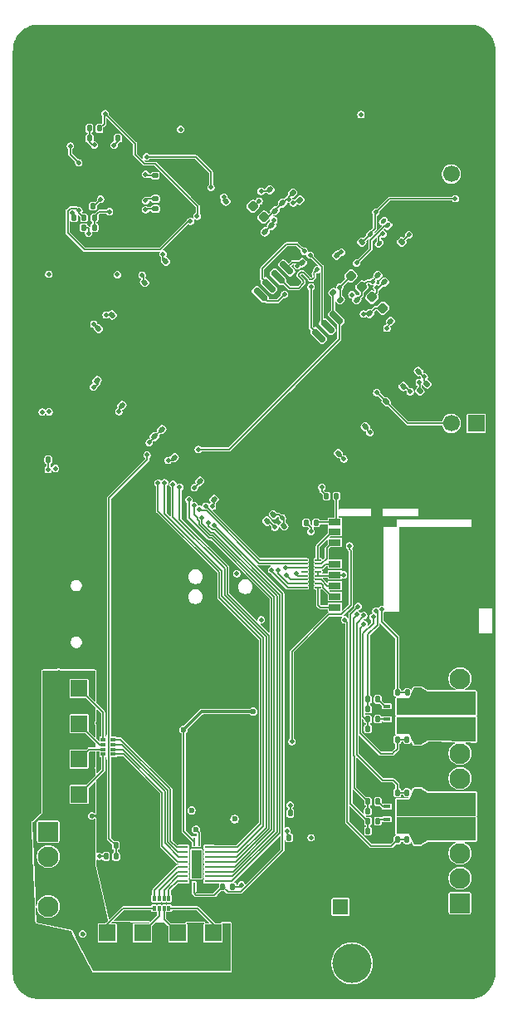
<source format=gbr>
%TF.GenerationSoftware,KiCad,Pcbnew,9.0.1*%
%TF.CreationDate,2025-05-12T23:36:45-04:00*%
%TF.ProjectId,CRVFCU,43525646-4355-42e6-9b69-6361645f7063,rev?*%
%TF.SameCoordinates,Original*%
%TF.FileFunction,Copper,L4,Bot*%
%TF.FilePolarity,Positive*%
%FSLAX46Y46*%
G04 Gerber Fmt 4.6, Leading zero omitted, Abs format (unit mm)*
G04 Created by KiCad (PCBNEW 9.0.1) date 2025-05-12 23:36:45*
%MOMM*%
%LPD*%
G01*
G04 APERTURE LIST*
G04 Aperture macros list*
%AMRoundRect*
0 Rectangle with rounded corners*
0 $1 Rounding radius*
0 $2 $3 $4 $5 $6 $7 $8 $9 X,Y pos of 4 corners*
0 Add a 4 corners polygon primitive as box body*
4,1,4,$2,$3,$4,$5,$6,$7,$8,$9,$2,$3,0*
0 Add four circle primitives for the rounded corners*
1,1,$1+$1,$2,$3*
1,1,$1+$1,$4,$5*
1,1,$1+$1,$6,$7*
1,1,$1+$1,$8,$9*
0 Add four rect primitives between the rounded corners*
20,1,$1+$1,$2,$3,$4,$5,0*
20,1,$1+$1,$4,$5,$6,$7,0*
20,1,$1+$1,$6,$7,$8,$9,0*
20,1,$1+$1,$8,$9,$2,$3,0*%
%AMFreePoly0*
4,1,17,1.515000,0.170000,0.915000,0.170000,0.915000,-0.080000,1.515000,-0.080000,1.515000,-0.480000,0.915000,-0.480000,0.915000,-0.505000,-0.395000,-0.505000,-0.395000,-1.005000,-0.825000,-1.005000,-0.825000,-0.625000,-0.915000,-0.625000,-0.915000,0.505000,0.815000,0.505000,0.815000,0.570000,1.515000,0.570000,1.515000,0.170000,1.515000,0.170000,$1*%
%AMFreePoly1*
4,1,17,-0.395000,0.505000,0.915000,0.505000,0.915000,0.480000,1.515000,0.480000,1.515000,0.080000,0.915000,0.080000,0.915000,-0.170000,1.515000,-0.170000,1.515000,-0.570000,0.815000,-0.570000,0.815000,-0.505000,-0.915000,-0.505000,-0.915000,0.625000,-0.825000,0.625000,-0.825000,1.005000,-0.395000,1.005000,-0.395000,0.505000,-0.395000,0.505000,$1*%
G04 Aperture macros list end*
%TA.AperFunction,SMDPad,CuDef*%
%ADD10RoundRect,0.140000X0.219203X0.021213X0.021213X0.219203X-0.219203X-0.021213X-0.021213X-0.219203X0*%
%TD*%
%TA.AperFunction,SMDPad,CuDef*%
%ADD11R,1.000000X2.900000*%
%TD*%
%TA.AperFunction,SMDPad,CuDef*%
%ADD12R,0.240000X0.900000*%
%TD*%
%TA.AperFunction,SMDPad,CuDef*%
%ADD13R,0.900000X0.240000*%
%TD*%
%TA.AperFunction,ComponentPad*%
%ADD14R,1.700000X1.700000*%
%TD*%
%TA.AperFunction,ComponentPad*%
%ADD15C,1.700000*%
%TD*%
%TA.AperFunction,ComponentPad*%
%ADD16C,6.400000*%
%TD*%
%TA.AperFunction,ComponentPad*%
%ADD17RoundRect,0.760000X-1.140000X-1.140000X1.140000X-1.140000X1.140000X1.140000X-1.140000X1.140000X0*%
%TD*%
%TA.AperFunction,ComponentPad*%
%ADD18C,4.000000*%
%TD*%
%TA.AperFunction,ComponentPad*%
%ADD19RoundRect,0.250001X0.799999X-0.799999X0.799999X0.799999X-0.799999X0.799999X-0.799999X-0.799999X0*%
%TD*%
%TA.AperFunction,ComponentPad*%
%ADD20C,2.100000*%
%TD*%
%TA.AperFunction,ComponentPad*%
%ADD21RoundRect,0.250001X-0.799999X0.799999X-0.799999X-0.799999X0.799999X-0.799999X0.799999X0.799999X0*%
%TD*%
%TA.AperFunction,ComponentPad*%
%ADD22R,1.600000X1.600000*%
%TD*%
%TA.AperFunction,ComponentPad*%
%ADD23C,1.600000*%
%TD*%
%TA.AperFunction,HeatsinkPad*%
%ADD24O,2.100000X1.000000*%
%TD*%
%TA.AperFunction,HeatsinkPad*%
%ADD25O,1.800000X1.000000*%
%TD*%
%TA.AperFunction,SMDPad,CuDef*%
%ADD26R,0.400000X0.500000*%
%TD*%
%TA.AperFunction,SMDPad,CuDef*%
%ADD27R,0.300000X0.500000*%
%TD*%
%TA.AperFunction,SMDPad,CuDef*%
%ADD28RoundRect,0.135000X-0.135000X-0.185000X0.135000X-0.185000X0.135000X0.185000X-0.135000X0.185000X0*%
%TD*%
%TA.AperFunction,SMDPad,CuDef*%
%ADD29RoundRect,0.135000X0.135000X0.185000X-0.135000X0.185000X-0.135000X-0.185000X0.135000X-0.185000X0*%
%TD*%
%TA.AperFunction,SMDPad,CuDef*%
%ADD30RoundRect,0.100000X0.088388X0.229810X-0.229810X-0.088388X-0.088388X-0.229810X0.229810X0.088388X0*%
%TD*%
%TA.AperFunction,SMDPad,CuDef*%
%ADD31RoundRect,0.140000X0.021213X-0.219203X0.219203X-0.021213X-0.021213X0.219203X-0.219203X0.021213X0*%
%TD*%
%TA.AperFunction,SMDPad,CuDef*%
%ADD32RoundRect,0.135000X-0.035355X0.226274X-0.226274X0.035355X0.035355X-0.226274X0.226274X-0.035355X0*%
%TD*%
%TA.AperFunction,SMDPad,CuDef*%
%ADD33RoundRect,0.140000X-0.219203X-0.021213X-0.021213X-0.219203X0.219203X0.021213X0.021213X0.219203X0*%
%TD*%
%TA.AperFunction,SMDPad,CuDef*%
%ADD34RoundRect,0.050000X0.262500X0.050000X-0.262500X0.050000X-0.262500X-0.050000X0.262500X-0.050000X0*%
%TD*%
%TA.AperFunction,HeatsinkPad*%
%ADD35R,0.400000X2.800000*%
%TD*%
%TA.AperFunction,SMDPad,CuDef*%
%ADD36RoundRect,0.140000X-0.021213X0.219203X-0.219203X0.021213X0.021213X-0.219203X0.219203X-0.021213X0*%
%TD*%
%TA.AperFunction,SMDPad,CuDef*%
%ADD37RoundRect,0.140000X-0.140000X-0.170000X0.140000X-0.170000X0.140000X0.170000X-0.140000X0.170000X0*%
%TD*%
%TA.AperFunction,SMDPad,CuDef*%
%ADD38R,0.760000X0.350000*%
%TD*%
%TA.AperFunction,SMDPad,CuDef*%
%ADD39FreePoly0,0.000000*%
%TD*%
%TA.AperFunction,SMDPad,CuDef*%
%ADD40FreePoly1,0.000000*%
%TD*%
%TA.AperFunction,SMDPad,CuDef*%
%ADD41RoundRect,0.218750X-0.335876X-0.026517X-0.026517X-0.335876X0.335876X0.026517X0.026517X0.335876X0*%
%TD*%
%TA.AperFunction,SMDPad,CuDef*%
%ADD42RoundRect,0.135000X0.226274X0.035355X0.035355X0.226274X-0.226274X-0.035355X-0.035355X-0.226274X0*%
%TD*%
%TA.AperFunction,SMDPad,CuDef*%
%ADD43RoundRect,0.135000X-0.226274X-0.035355X-0.035355X-0.226274X0.226274X0.035355X0.035355X0.226274X0*%
%TD*%
%TA.AperFunction,SMDPad,CuDef*%
%ADD44R,0.500000X0.400000*%
%TD*%
%TA.AperFunction,SMDPad,CuDef*%
%ADD45R,0.500000X0.300000*%
%TD*%
%TA.AperFunction,SMDPad,CuDef*%
%ADD46RoundRect,0.140000X-0.170000X0.140000X-0.170000X-0.140000X0.170000X-0.140000X0.170000X0.140000X0*%
%TD*%
%TA.AperFunction,SMDPad,CuDef*%
%ADD47RoundRect,0.140000X0.140000X0.170000X-0.140000X0.170000X-0.140000X-0.170000X0.140000X-0.170000X0*%
%TD*%
%TA.AperFunction,SMDPad,CuDef*%
%ADD48RoundRect,0.218750X0.335876X0.026517X0.026517X0.335876X-0.335876X-0.026517X-0.026517X-0.335876X0*%
%TD*%
%TA.AperFunction,SMDPad,CuDef*%
%ADD49RoundRect,0.135000X-0.185000X0.135000X-0.185000X-0.135000X0.185000X-0.135000X0.185000X0.135000X0*%
%TD*%
%TA.AperFunction,SMDPad,CuDef*%
%ADD50RoundRect,0.162500X0.574524X-0.344715X-0.344715X0.574524X-0.574524X0.344715X0.344715X-0.574524X0*%
%TD*%
%TA.AperFunction,SMDPad,CuDef*%
%ADD51R,1.200000X0.700000*%
%TD*%
%TA.AperFunction,SMDPad,CuDef*%
%ADD52R,0.800000X1.000000*%
%TD*%
%TA.AperFunction,SMDPad,CuDef*%
%ADD53R,2.800000X1.000000*%
%TD*%
%TA.AperFunction,SMDPad,CuDef*%
%ADD54R,1.200000X1.000000*%
%TD*%
%TA.AperFunction,SMDPad,CuDef*%
%ADD55R,1.900000X1.300000*%
%TD*%
%TA.AperFunction,ViaPad*%
%ADD56C,0.460000*%
%TD*%
%TA.AperFunction,ViaPad*%
%ADD57C,0.600000*%
%TD*%
%TA.AperFunction,Conductor*%
%ADD58C,0.150000*%
%TD*%
%TA.AperFunction,Conductor*%
%ADD59C,0.320000*%
%TD*%
G04 APERTURE END LIST*
D10*
%TO.P,C20,2*%
%TO.N,GND*%
X56160589Y-63810589D03*
%TO.P,C20,1*%
%TO.N,+3V3*%
X56839411Y-64489411D03*
%TD*%
D11*
%TO.P,U5,21,NC*%
%TO.N,unconnected-(U5-NC-Pad21)*%
X59100000Y-105900000D03*
D12*
%TO.P,U5,20,VCCB*%
%TO.N,+5V*%
X58850000Y-103600000D03*
D13*
%TO.P,U5,19,B0*%
%TO.N,Net-(U5-B0)*%
X57800000Y-104150000D03*
%TO.P,U5,18,B1*%
%TO.N,Net-(U5-B1)*%
X57800000Y-104650000D03*
%TO.P,U5,17,B2*%
%TO.N,Net-(U5-B2)*%
X57800000Y-105150000D03*
%TO.P,U5,16,B3*%
%TO.N,Net-(U5-B3)*%
X57800000Y-105650000D03*
%TO.P,U5,15,B4*%
%TO.N,Net-(U5-B4)*%
X57800000Y-106150000D03*
%TO.P,U5,14,B5*%
%TO.N,Net-(U5-B5)*%
X57800000Y-106650000D03*
%TO.P,U5,13,B6*%
%TO.N,Net-(U5-B6)*%
X57800000Y-107150000D03*
%TO.P,U5,12,B7*%
%TO.N,Net-(U5-B7)*%
X57800000Y-107650000D03*
D12*
%TO.P,U5,11,~{OE}*%
%TO.N,/SRV_OE*%
X58850000Y-108200000D03*
%TO.P,U5,10,GND*%
%TO.N,GND*%
X59350000Y-108200000D03*
D13*
%TO.P,U5,9,A7*%
%TO.N,/SRVI_0*%
X60400000Y-107650000D03*
%TO.P,U5,8,A6*%
%TO.N,/SRVI_1*%
X60400000Y-107150000D03*
%TO.P,U5,7,A5*%
%TO.N,/SRVI_2*%
X60400000Y-106650000D03*
%TO.P,U5,6,A4*%
%TO.N,/SRVI_3*%
X60400000Y-106150000D03*
%TO.P,U5,5,A3*%
%TO.N,/SRVI_4*%
X60400000Y-105650000D03*
%TO.P,U5,4,A2*%
%TO.N,/SRVI_5*%
X60400000Y-105150000D03*
%TO.P,U5,3,A1*%
%TO.N,/SRVI_6*%
X60400000Y-104650000D03*
%TO.P,U5,2,A0*%
%TO.N,/SRVI_7*%
X60400000Y-104150000D03*
D12*
%TO.P,U5,1,VCCA*%
%TO.N,+3V3*%
X59350000Y-103600000D03*
%TD*%
D14*
%TO.P,PWM7,1,Pin_1*%
%TO.N,/SRVO_7*%
X60799999Y-112900000D03*
D15*
%TO.P,PWM7,2,Pin_2*%
%TO.N,+8V4*%
X60799999Y-115440000D03*
%TO.P,PWM7,3,Pin_3*%
%TO.N,GND*%
X60799999Y-117980000D03*
%TD*%
D16*
%TO.P,H2,1,1*%
%TO.N,GND*%
X86000000Y-24000000D03*
%TD*%
D17*
%TO.P,BATT1,1,Pin_1*%
%TO.N,GND*%
X70000000Y-116000000D03*
D18*
%TO.P,BATT1,2,Pin_2*%
%TO.N,VBAT*%
X75000000Y-116000000D03*
%TD*%
D19*
%TO.P,PYRO_TERM1,1,Pin_1*%
%TO.N,VBAT*%
X86000000Y-109860000D03*
D20*
%TO.P,PYRO_TERM1,2,Pin_2*%
%TO.N,/VPYRO*%
X86000000Y-107320000D03*
%TO.P,PYRO_TERM1,3,Pin_3*%
X86000000Y-104780000D03*
%TO.P,PYRO_TERM1,4,Pin_4*%
%TO.N,/PYO0*%
X86000000Y-102240000D03*
%TO.P,PYRO_TERM1,5,Pin_5*%
%TO.N,/PYO1*%
X86000000Y-99700000D03*
%TO.P,PYRO_TERM1,6,Pin_6*%
%TO.N,/VPYRO*%
X86000000Y-97160000D03*
%TO.P,PYRO_TERM1,7,Pin_7*%
X86000000Y-94620000D03*
%TO.P,PYRO_TERM1,8,Pin_8*%
%TO.N,/PYO2*%
X86000000Y-92080000D03*
%TO.P,PYRO_TERM1,9,Pin_9*%
%TO.N,/PYO3*%
X86000000Y-89540000D03*
%TO.P,PYRO_TERM1,10,Pin_10*%
%TO.N,/VPYRO*%
X86000000Y-87000000D03*
%TD*%
D14*
%TO.P,PWM2,1,Pin_1*%
%TO.N,/SRVO_2*%
X47140000Y-95200000D03*
D15*
%TO.P,PWM2,2,Pin_2*%
%TO.N,+8V4*%
X44600000Y-95200000D03*
%TO.P,PWM2,3,Pin_3*%
%TO.N,GND*%
X42060000Y-95200000D03*
%TD*%
D14*
%TO.P,PWM4,1,Pin_1*%
%TO.N,/SRVO_4*%
X50000000Y-112900000D03*
D15*
%TO.P,PWM4,2,Pin_2*%
%TO.N,+8V4*%
X50000000Y-115440000D03*
%TO.P,PWM4,3,Pin_3*%
%TO.N,GND*%
X50000000Y-117980000D03*
%TD*%
D14*
%TO.P,PWM6,1,Pin_1*%
%TO.N,/SRVO_6*%
X57200000Y-112900000D03*
D15*
%TO.P,PWM6,2,Pin_2*%
%TO.N,+8V4*%
X57200000Y-115440000D03*
%TO.P,PWM6,3,Pin_3*%
%TO.N,GND*%
X57200000Y-117980000D03*
%TD*%
D16*
%TO.P,H4,1,1*%
%TO.N,GND*%
X86000000Y-116000000D03*
%TD*%
D14*
%TO.P,PWM5,1,Pin_1*%
%TO.N,/SRVO_5*%
X53600001Y-112900000D03*
D15*
%TO.P,PWM5,2,Pin_2*%
%TO.N,+8V4*%
X53600001Y-115440000D03*
%TO.P,PWM5,3,Pin_3*%
%TO.N,GND*%
X53600001Y-117980000D03*
%TD*%
D14*
%TO.P,J5,1,Pin_1*%
%TO.N,+3V3*%
X87650000Y-61000000D03*
D15*
%TO.P,J5,2,Pin_2*%
%TO.N,Net-(J5-Pin_2)*%
X85110000Y-61000000D03*
%TD*%
D14*
%TO.P,PWM3,1,Pin_1*%
%TO.N,/SRVO_3*%
X47140000Y-98800000D03*
D15*
%TO.P,PWM3,2,Pin_2*%
%TO.N,+8V4*%
X44600000Y-98800000D03*
%TO.P,PWM3,3,Pin_3*%
%TO.N,GND*%
X42060000Y-98800000D03*
%TD*%
D14*
%TO.P,J2,1,Pin_1*%
%TO.N,GND*%
X87650000Y-35600000D03*
D15*
%TO.P,J2,2,Pin_2*%
%TO.N,/RESET*%
X85110000Y-35600000D03*
%TD*%
D14*
%TO.P,PWM0,1,Pin_1*%
%TO.N,/SRVO_0*%
X47140000Y-88000001D03*
D15*
%TO.P,PWM0,2,Pin_2*%
%TO.N,+8V4*%
X44600000Y-88000001D03*
%TO.P,PWM0,3,Pin_3*%
%TO.N,GND*%
X42060000Y-88000001D03*
%TD*%
D14*
%TO.P,PWM1,1,Pin_1*%
%TO.N,/SRVO_1*%
X47140000Y-91600000D03*
D15*
%TO.P,PWM1,2,Pin_2*%
%TO.N,+8V4*%
X44600000Y-91600000D03*
%TO.P,PWM1,3,Pin_3*%
%TO.N,GND*%
X42060000Y-91600000D03*
%TD*%
D21*
%TO.P,ARM1,1,Pin_1*%
%TO.N,+3V3*%
X44000000Y-102580000D03*
D20*
%TO.P,ARM1,2,Pin_2*%
%TO.N,Net-(ARM1-Pin_2)*%
X44000000Y-105120000D03*
%TO.P,ARM1,3,Pin_3*%
%TO.N,+8V4*%
X44000000Y-107660000D03*
%TO.P,ARM1,4,Pin_4*%
%TO.N,VBAT*%
X44000000Y-110200000D03*
%TD*%
D16*
%TO.P,H1,1,1*%
%TO.N,GND*%
X44000000Y-116000000D03*
%TD*%
D22*
%TO.P,C1,1*%
%TO.N,VBAT*%
X73820000Y-110272651D03*
D23*
%TO.P,C1,2*%
%TO.N,GND*%
X73820000Y-105272651D03*
%TD*%
D16*
%TO.P,H3,1,1*%
%TO.N,GND*%
X44000000Y-24000000D03*
%TD*%
D24*
%TO.P,J3,S1,SHIELD*%
%TO.N,GND*%
X47355000Y-76080000D03*
D25*
X43175000Y-76080000D03*
D24*
X47355000Y-84720000D03*
D25*
X43175000Y-84720000D03*
%TD*%
D10*
%TO.P,C28,1*%
%TO.N,+3V3*%
X66600000Y-37200000D03*
%TO.P,C28,2*%
%TO.N,GND*%
X65921178Y-36521178D03*
%TD*%
D26*
%TO.P,R39,1*%
%TO.N,/SRVO_7*%
X56300000Y-110400000D03*
D27*
%TO.P,R39,2*%
%TO.N,/SRVO_6*%
X55800000Y-110400000D03*
%TO.P,R39,3*%
%TO.N,/SRVO_5*%
X55300000Y-110400000D03*
D26*
%TO.P,R39,4*%
%TO.N,/SRVO_4*%
X54800000Y-110400000D03*
%TO.P,R39,5*%
%TO.N,Net-(U5-B4)*%
X54800000Y-109400000D03*
D27*
%TO.P,R39,6*%
%TO.N,Net-(U5-B5)*%
X55300000Y-109400000D03*
%TO.P,R39,7*%
%TO.N,Net-(U5-B6)*%
X55800000Y-109400000D03*
D26*
%TO.P,R39,8*%
%TO.N,Net-(U5-B7)*%
X56300000Y-109400000D03*
%TD*%
D28*
%TO.P,R28,1*%
%TO.N,/PYR3*%
X76590000Y-90100000D03*
%TO.P,R28,2*%
%TO.N,GND*%
X77610000Y-90100000D03*
%TD*%
%TO.P,R19,1*%
%TO.N,/PYR0*%
X76599999Y-102510000D03*
%TO.P,R19,2*%
%TO.N,GND*%
X77619999Y-102510000D03*
%TD*%
D29*
%TO.P,R44,1*%
%TO.N,/ARM*%
X50910000Y-105100000D03*
%TO.P,R44,2*%
%TO.N,Net-(ARM1-Pin_2)*%
X49890000Y-105100000D03*
%TD*%
D30*
%TO.P,U17,1,NC*%
%TO.N,unconnected-(U17-NC-Pad1)*%
X78180761Y-40390761D03*
%TO.P,U17,2,A*%
%TO.N,/NEOPIX*%
X78640380Y-40850381D03*
%TO.P,U17,3,GND*%
%TO.N,GND*%
X79100000Y-41310000D03*
%TO.P,U17,4,Y*%
%TO.N,Net-(NEOPIX1-DIN)*%
X77756497Y-42653503D03*
%TO.P,U17,5,VCC*%
%TO.N,+5V*%
X76837258Y-41734264D03*
%TD*%
D31*
%TO.P,C24,1*%
%TO.N,+3V3*%
X50500001Y-49950000D03*
%TO.P,C24,2*%
%TO.N,GND*%
X51178823Y-49271178D03*
%TD*%
D32*
%TO.P,R5,1*%
%TO.N,+3V3*%
X82610871Y-56968061D03*
%TO.P,R5,2*%
%TO.N,Net-(U2-PDR_ON)*%
X81889623Y-57689309D03*
%TD*%
D33*
%TO.P,C18,1*%
%TO.N,/VDDA*%
X67900000Y-38550000D03*
%TO.P,C18,2*%
%TO.N,GND*%
X68578822Y-39228822D03*
%TD*%
D29*
%TO.P,R25,1*%
%TO.N,Net-(U8A-G)*%
X77619999Y-101510000D03*
%TO.P,R25,2*%
%TO.N,/PYR0*%
X76599999Y-101510000D03*
%TD*%
D32*
%TO.P,R6,1*%
%TO.N,Net-(J5-Pin_2)*%
X78460624Y-58789376D03*
%TO.P,R6,2*%
%TO.N,GND*%
X77739376Y-59510624D03*
%TD*%
D28*
%TO.P,R20,1*%
%TO.N,+3V3*%
X48190000Y-30950000D03*
%TO.P,R20,2*%
%TO.N,/IMU_CS*%
X49210000Y-30950000D03*
%TD*%
D29*
%TO.P,R30,1*%
%TO.N,/PYO3*%
X81629999Y-88400000D03*
%TO.P,R30,2*%
%TO.N,/PYC3*%
X80609999Y-88400000D03*
%TD*%
D28*
%TO.P,R32,1*%
%TO.N,/PYR2*%
X76590000Y-92100000D03*
%TO.P,R32,2*%
%TO.N,GND*%
X77610000Y-92100000D03*
%TD*%
D34*
%TO.P,U11,1,SDData1*%
%TO.N,Net-(J4-DAT1)*%
X71527500Y-74910000D03*
%TO.P,U11,2,SDData0*%
%TO.N,Net-(J4-DAT0)*%
X71527500Y-75310000D03*
%TO.P,U11,3,SDCLK*%
%TO.N,Net-(J4-CLK)*%
X71527500Y-75710000D03*
%TO.P,U11,4,ESD1*%
%TO.N,+3V3*%
X71527500Y-76110000D03*
%TO.P,U11,5,ESD3*%
X71527500Y-76510000D03*
%TO.P,U11,6,SDCMD*%
%TO.N,Net-(J4-CMD)*%
X71527500Y-76910000D03*
%TO.P,U11,7,SDData3*%
%TO.N,Net-(J4-DAT3{slash}CD)*%
X71527500Y-77310000D03*
%TO.P,U11,8,SDData2*%
%TO.N,Net-(J4-DAT2)*%
X71527500Y-77710000D03*
%TO.P,U11,9,Data2*%
%TO.N,/SD_DAT2*%
X70102500Y-77710000D03*
%TO.P,U11,10,Data3*%
%TO.N,/SD_DAT3*%
X70102500Y-77310000D03*
%TO.P,U11,11,CMD*%
%TO.N,/SD_CMD*%
X70102500Y-76910000D03*
%TO.P,U11,12,VCC*%
%TO.N,+3V3*%
X70102500Y-76510000D03*
%TO.P,U11,13,ESD1*%
%TO.N,unconnected-(U11-ESD1-Pad13)*%
X70102500Y-76110000D03*
%TO.P,U11,14,CLK*%
%TO.N,/SD_CLK*%
X70102500Y-75710000D03*
%TO.P,U11,15,Data0*%
%TO.N,/SD_DAT0*%
X70102500Y-75310000D03*
%TO.P,U11,16,Data1*%
%TO.N,/SD_DAT1*%
X70102500Y-74910000D03*
D35*
%TO.P,U11,17,GND*%
%TO.N,GND*%
X70815000Y-76310000D03*
%TD*%
D36*
%TO.P,C33,1*%
%TO.N,+3V3*%
X73578822Y-64071178D03*
%TO.P,C33,2*%
%TO.N,GND*%
X72900000Y-64750000D03*
%TD*%
D28*
%TO.P,R46,1*%
%TO.N,/SD_DET*%
X72380002Y-68400000D03*
%TO.P,R46,2*%
%TO.N,Net-(J4-DET_B)*%
X73400000Y-68400000D03*
%TD*%
%TO.P,R37,1*%
%TO.N,Net-(3V3_PWR1-K)*%
X68540000Y-103200000D03*
%TO.P,R37,2*%
%TO.N,GND*%
X69560000Y-103200000D03*
%TD*%
D33*
%TO.P,C22,1*%
%TO.N,+3V3*%
X48960589Y-56610589D03*
%TO.P,C22,2*%
%TO.N,GND*%
X49639411Y-57289411D03*
%TD*%
D29*
%TO.P,R14,1*%
%TO.N,/PYO1*%
X81610000Y-98610000D03*
%TO.P,R14,2*%
%TO.N,/PYC1*%
X80590000Y-98610000D03*
%TD*%
D37*
%TO.P,C45,1*%
%TO.N,+3V3*%
X48710000Y-41050000D03*
%TO.P,C45,2*%
%TO.N,GND*%
X49670000Y-41050000D03*
%TD*%
D38*
%TO.P,U8,1,S*%
%TO.N,GND*%
X78535000Y-101980000D03*
%TO.P,U8,2,G*%
%TO.N,Net-(U8A-G)*%
X78535000Y-101330000D03*
%TO.P,U8,3,S*%
%TO.N,GND*%
X78535000Y-100680000D03*
%TO.P,U8,4,G*%
%TO.N,Net-(U8B-G)*%
X78535000Y-100030000D03*
D39*
%TO.P,U8,5,D*%
%TO.N,/PYO0*%
X80500000Y-101700000D03*
D40*
%TO.P,U8,6,D*%
%TO.N,/PYO1*%
X80500000Y-100310000D03*
%TD*%
D28*
%TO.P,R27,1*%
%TO.N,GND*%
X78590000Y-103410000D03*
%TO.P,R27,2*%
%TO.N,/PYC0*%
X79610000Y-103410000D03*
%TD*%
D33*
%TO.P,C17,1*%
%TO.N,/VDDA*%
X67100000Y-39350000D03*
%TO.P,C17,2*%
%TO.N,GND*%
X67778822Y-40028822D03*
%TD*%
%TO.P,C16,1*%
%TO.N,/VDD12DSI*%
X55560589Y-61610589D03*
%TO.P,C16,2*%
%TO.N,GND*%
X56239411Y-62289411D03*
%TD*%
D28*
%TO.P,R11,1*%
%TO.N,/PYR1*%
X76590000Y-100510000D03*
%TO.P,R11,2*%
%TO.N,GND*%
X77610000Y-100510000D03*
%TD*%
D29*
%TO.P,R29,1*%
%TO.N,Net-(U16B-G)*%
X77610000Y-89100000D03*
%TO.P,R29,2*%
%TO.N,/PYR3*%
X76590000Y-89100000D03*
%TD*%
D33*
%TO.P,C21,1*%
%TO.N,+3V3*%
X51500000Y-59150001D03*
%TO.P,C21,2*%
%TO.N,GND*%
X52178822Y-59828823D03*
%TD*%
D31*
%TO.P,C27,1*%
%TO.N,+3V3*%
X62100000Y-38350000D03*
%TO.P,C27,2*%
%TO.N,GND*%
X62778822Y-37671178D03*
%TD*%
D29*
%TO.P,R10,1*%
%TO.N,+3V3*%
X62810000Y-108200000D03*
%TO.P,R10,2*%
%TO.N,/SRV_OE*%
X61790000Y-108200000D03*
%TD*%
D31*
%TO.P,C25,1*%
%TO.N,+3V3*%
X53821179Y-46628822D03*
%TO.P,C25,2*%
%TO.N,GND*%
X54500001Y-45950000D03*
%TD*%
D33*
%TO.P,C55,1*%
%TO.N,/VREF*%
X66770589Y-40830589D03*
%TO.P,C55,2*%
%TO.N,GND*%
X67449411Y-41509411D03*
%TD*%
D31*
%TO.P,C36,1*%
%TO.N,+3V3*%
X66960589Y-70289411D03*
%TO.P,C36,2*%
%TO.N,GND*%
X67639411Y-69610589D03*
%TD*%
D10*
%TO.P,C11,1*%
%TO.N,/VDDSMPS*%
X77610929Y-45935771D03*
%TO.P,C11,2*%
%TO.N,GND*%
X76932107Y-45256949D03*
%TD*%
D29*
%TO.P,R34,1*%
%TO.N,/PYO2*%
X81610000Y-93200000D03*
%TO.P,R34,2*%
%TO.N,/PYC2*%
X80590000Y-93200000D03*
%TD*%
D41*
%TO.P,L2,1*%
%TO.N,+3V3*%
X74854081Y-45978923D03*
%TO.P,L2,2*%
%TO.N,/VDDSMPS*%
X75967775Y-47092617D03*
%TD*%
D31*
%TO.P,C34,1*%
%TO.N,+3V3*%
X81760590Y-55689411D03*
%TO.P,C34,2*%
%TO.N,GND*%
X82439412Y-55010589D03*
%TD*%
D42*
%TO.P,R23,1*%
%TO.N,+3V3*%
X73771552Y-48396395D03*
%TO.P,R23,2*%
%TO.N,/FLASH_CS*%
X73050304Y-47675147D03*
%TD*%
D37*
%TO.P,C48,1*%
%TO.N,+3V3*%
X48220000Y-31950000D03*
%TO.P,C48,2*%
%TO.N,GND*%
X49180000Y-31950000D03*
%TD*%
D29*
%TO.P,R43,1*%
%TO.N,/ARM*%
X50900001Y-104000000D03*
%TO.P,R43,2*%
%TO.N,GND*%
X49880001Y-104000000D03*
%TD*%
D33*
%TO.P,C19,1*%
%TO.N,/VDDSMPS*%
X75471517Y-48396360D03*
%TO.P,C19,2*%
%TO.N,GND*%
X76150339Y-49075182D03*
%TD*%
D43*
%TO.P,R4,1*%
%TO.N,/VDDA*%
X68928999Y-37528685D03*
%TO.P,R4,2*%
%TO.N,/VREF*%
X69650247Y-38249933D03*
%TD*%
D44*
%TO.P,R38,1*%
%TO.N,/SRVO_3*%
X49600000Y-94700000D03*
D45*
%TO.P,R38,2*%
%TO.N,/SRVO_2*%
X49600000Y-94200000D03*
%TO.P,R38,3*%
%TO.N,/SRVO_1*%
X49600000Y-93700000D03*
D44*
%TO.P,R38,4*%
%TO.N,/SRVO_0*%
X49600000Y-93200000D03*
%TO.P,R38,5*%
%TO.N,Net-(U5-B0)*%
X50600000Y-93200000D03*
D45*
%TO.P,R38,6*%
%TO.N,Net-(U5-B1)*%
X50600000Y-93700000D03*
%TO.P,R38,7*%
%TO.N,Net-(U5-B2)*%
X50600000Y-94200000D03*
D44*
%TO.P,R38,8*%
%TO.N,Net-(U5-B3)*%
X50600000Y-94700000D03*
%TD*%
D33*
%TO.P,C29,1*%
%TO.N,+3V3*%
X73421178Y-43871177D03*
%TO.P,C29,2*%
%TO.N,GND*%
X74100000Y-44549999D03*
%TD*%
D46*
%TO.P,C46,1*%
%TO.N,+3V3*%
X54925000Y-35765000D03*
%TO.P,C46,2*%
%TO.N,GND*%
X54925000Y-36725000D03*
%TD*%
D36*
%TO.P,C53,1*%
%TO.N,+5V*%
X75969411Y-42520589D03*
%TO.P,C53,2*%
%TO.N,GND*%
X75290589Y-43199411D03*
%TD*%
D31*
%TO.P,C23,1*%
%TO.N,+3V3*%
X49100001Y-51350000D03*
%TO.P,C23,2*%
%TO.N,GND*%
X49778823Y-50671178D03*
%TD*%
D33*
%TO.P,C32,1*%
%TO.N,+3V3*%
X60900000Y-68750000D03*
%TO.P,C32,2*%
%TO.N,GND*%
X61578822Y-69428822D03*
%TD*%
D32*
%TO.P,R42,1*%
%TO.N,Net-(LED1-K)*%
X80046248Y-42503752D03*
%TO.P,R42,2*%
%TO.N,GND*%
X79325000Y-43225000D03*
%TD*%
D47*
%TO.P,C47,1*%
%TO.N,+3V3*%
X51100000Y-31950000D03*
%TO.P,C47,2*%
%TO.N,GND*%
X50140000Y-31950000D03*
%TD*%
D37*
%TO.P,C44,1*%
%TO.N,+3V3*%
X48550000Y-38850000D03*
%TO.P,C44,2*%
%TO.N,GND*%
X49510000Y-38850000D03*
%TD*%
D28*
%TO.P,R31,1*%
%TO.N,GND*%
X78580000Y-88400000D03*
%TO.P,R31,2*%
%TO.N,/PYC3*%
X79600000Y-88400000D03*
%TD*%
D33*
%TO.P,C31,1*%
%TO.N,+3V3*%
X76760589Y-49810589D03*
%TO.P,C31,2*%
%TO.N,GND*%
X77439411Y-50489411D03*
%TD*%
D31*
%TO.P,C35,1*%
%TO.N,+3V3*%
X68021178Y-71428822D03*
%TO.P,C35,2*%
%TO.N,GND*%
X68700000Y-70750000D03*
%TD*%
D38*
%TO.P,U16,1,S*%
%TO.N,GND*%
X78535000Y-91770000D03*
%TO.P,U16,2,G*%
%TO.N,Net-(U16A-G)*%
X78535000Y-91120000D03*
%TO.P,U16,3,S*%
%TO.N,GND*%
X78535000Y-90470000D03*
%TO.P,U16,4,G*%
%TO.N,Net-(U16B-G)*%
X78535000Y-89820000D03*
D39*
%TO.P,U16,5,D*%
%TO.N,/PYO2*%
X80500000Y-91490000D03*
D40*
%TO.P,U16,6,D*%
%TO.N,/PYO3*%
X80500000Y-90100000D03*
%TD*%
D28*
%TO.P,R35,1*%
%TO.N,GND*%
X78590000Y-93200000D03*
%TO.P,R35,2*%
%TO.N,/PYC2*%
X79610000Y-93200000D03*
%TD*%
%TO.P,R22,1*%
%TO.N,+3V3*%
X46620000Y-40050000D03*
%TO.P,R22,2*%
%TO.N,/MAG_CS*%
X47640000Y-40050000D03*
%TD*%
D29*
%TO.P,R33,1*%
%TO.N,Net-(U16A-G)*%
X77610000Y-91116000D03*
%TO.P,R33,2*%
%TO.N,/PYR2*%
X76590000Y-91116000D03*
%TD*%
D10*
%TO.P,C12,1*%
%TO.N,GND*%
X78950340Y-47275182D03*
%TO.P,C12,2*%
%TO.N,/VLXSMPS*%
X78271518Y-46596360D03*
%TD*%
D33*
%TO.P,C15,1*%
%TO.N,/VDD12DSI*%
X54821178Y-62331767D03*
%TO.P,C15,2*%
%TO.N,GND*%
X55500000Y-63010589D03*
%TD*%
D31*
%TO.P,C26,1*%
%TO.N,+3V3*%
X55960589Y-44489411D03*
%TO.P,C26,2*%
%TO.N,GND*%
X56639411Y-43810589D03*
%TD*%
D33*
%TO.P,C54,1*%
%TO.N,/VREF*%
X66110589Y-41470589D03*
%TO.P,C54,2*%
%TO.N,GND*%
X66789411Y-42149411D03*
%TD*%
D48*
%TO.P,L3,1*%
%TO.N,+3V3*%
X78124623Y-49249465D03*
%TO.P,L3,2*%
%TO.N,/VLXSMPS*%
X77010929Y-48135771D03*
%TD*%
D28*
%TO.P,R16,1*%
%TO.N,GND*%
X78590000Y-98610000D03*
%TO.P,R16,2*%
%TO.N,/PYC1*%
X79610000Y-98610000D03*
%TD*%
%TO.P,R36,1*%
%TO.N,Net-(5V_PWR1-K)*%
X68680000Y-100700000D03*
%TO.P,R36,2*%
%TO.N,GND*%
X69700000Y-100700000D03*
%TD*%
D41*
%TO.P,L1,1*%
%TO.N,+3V3*%
X64866306Y-38876306D03*
%TO.P,L1,2*%
%TO.N,/VDDA*%
X65980000Y-39990000D03*
%TD*%
D47*
%TO.P,C42,1*%
%TO.N,Net-(U3-C1)*%
X47610000Y-41050000D03*
%TO.P,C42,2*%
%TO.N,GND*%
X46650000Y-41050000D03*
%TD*%
D49*
%TO.P,R21,1*%
%TO.N,+3V3*%
X54925000Y-38115000D03*
%TO.P,R21,2*%
%TO.N,/ALT_CS*%
X54925000Y-39135000D03*
%TD*%
D10*
%TO.P,C10,1*%
%TO.N,+3V3*%
X59439412Y-66889411D03*
%TO.P,C10,2*%
%TO.N,GND*%
X58760590Y-66210589D03*
%TD*%
D29*
%TO.P,R26,1*%
%TO.N,/PYO0*%
X81610000Y-103410000D03*
%TO.P,R26,2*%
%TO.N,/PYC0*%
X80590000Y-103410000D03*
%TD*%
D31*
%TO.P,C13,1*%
%TO.N,Net-(C13-Pad1)*%
X80221178Y-57228822D03*
%TO.P,C13,2*%
%TO.N,GND*%
X80900000Y-56550000D03*
%TD*%
D37*
%TO.P,C40,1*%
%TO.N,+8V4*%
X44000000Y-64700000D03*
%TO.P,C40,2*%
%TO.N,GND*%
X44960000Y-64700000D03*
%TD*%
D36*
%TO.P,C39,1*%
%TO.N,+3V3*%
X76339411Y-61310589D03*
%TO.P,C39,2*%
%TO.N,GND*%
X75660589Y-61989411D03*
%TD*%
D33*
%TO.P,C30,1*%
%TO.N,+3V3*%
X78900000Y-50600000D03*
%TO.P,C30,2*%
%TO.N,GND*%
X79578822Y-51278822D03*
%TD*%
D36*
%TO.P,C14,1*%
%TO.N,Net-(C14-Pad1)*%
X66300000Y-70950000D03*
%TO.P,C14,2*%
%TO.N,GND*%
X65621178Y-71628822D03*
%TD*%
D10*
%TO.P,C51,1*%
%TO.N,+3V3*%
X69889750Y-44614593D03*
%TO.P,C51,2*%
%TO.N,GND*%
X69210928Y-43935771D03*
%TD*%
D28*
%TO.P,R24,1*%
%TO.N,+3V3*%
X70305000Y-71125000D03*
%TO.P,R24,2*%
%TO.N,Net-(J4-DET_B)*%
X71325000Y-71125000D03*
%TD*%
D29*
%TO.P,R12,1*%
%TO.N,Net-(U8B-G)*%
X77619999Y-99510000D03*
%TO.P,R12,2*%
%TO.N,/PYR1*%
X76599999Y-99510000D03*
%TD*%
D37*
%TO.P,C43,1*%
%TO.N,+3V3*%
X48710000Y-40050000D03*
%TO.P,C43,2*%
%TO.N,GND*%
X49670000Y-40050000D03*
%TD*%
D50*
%TO.P,U10,1,~{CS}*%
%TO.N,/FLASH_CS*%
X73383784Y-50239707D03*
%TO.P,U10,2,DO/IO_{1}*%
%TO.N,/QSPI_IO1*%
X72485758Y-51137733D03*
%TO.P,U10,3,~{WP}/IO_{2}*%
%TO.N,/QSPI_IO2*%
X71587733Y-52035758D03*
%TO.P,U10,4,GND*%
%TO.N,GND*%
X70689707Y-52933784D03*
%TO.P,U10,5,DI/IO_{0}*%
%TO.N,/QSPI_IO0*%
X65616216Y-47860293D03*
%TO.P,U10,6,CLK*%
%TO.N,/QSPI_CLK*%
X66514242Y-46962267D03*
%TO.P,U10,7,~{HOLD}/~{RESET}/IO_{3}*%
%TO.N,/QSPI_IO3*%
X67412267Y-46064242D03*
%TO.P,U10,8,VCC*%
%TO.N,+3V3*%
X68310293Y-45166216D03*
%TD*%
D51*
%TO.P,J4,1,DAT2*%
%TO.N,Net-(J4-DAT2)*%
X73225000Y-79725000D03*
%TO.P,J4,2,DAT3/CD*%
%TO.N,Net-(J4-DAT3{slash}CD)*%
X73225000Y-78625000D03*
%TO.P,J4,3,CMD*%
%TO.N,Net-(J4-CMD)*%
X73225000Y-77525000D03*
%TO.P,J4,4,VDD*%
%TO.N,+3V3*%
X73225000Y-76425000D03*
%TO.P,J4,5,CLK*%
%TO.N,Net-(J4-CLK)*%
X73225000Y-75325000D03*
%TO.P,J4,6,VSS*%
%TO.N,GND*%
X73225000Y-74225000D03*
%TO.P,J4,7,DAT0*%
%TO.N,Net-(J4-DAT0)*%
X73225000Y-73125000D03*
%TO.P,J4,8,DAT1*%
%TO.N,Net-(J4-DAT1)*%
X73225000Y-72025000D03*
%TO.P,J4,9,DET_B*%
%TO.N,Net-(J4-DET_B)*%
X73225000Y-71075000D03*
D52*
%TO.P,J4,10,DET_A*%
%TO.N,GND*%
X83725000Y-70125000D03*
D53*
%TO.P,J4,11,SHIELD*%
X87875000Y-70125000D03*
D54*
X77525000Y-70125000D03*
X73225000Y-81275000D03*
D55*
X88325000Y-83625000D03*
%TD*%
D56*
%TO.N,GND*%
X55950000Y-74050000D03*
X57050000Y-77850000D03*
X81700000Y-65200000D03*
X71150000Y-40650000D03*
X78400000Y-47900000D03*
X78000000Y-47500000D03*
X76800000Y-45800000D03*
X77300000Y-45300000D03*
X78300000Y-44700000D03*
X77900000Y-45100000D03*
X80046447Y-49446447D03*
X80400000Y-49800000D03*
X80753553Y-50153553D03*
X81107107Y-50507107D03*
X83000000Y-49400000D03*
X82646446Y-49753554D03*
X82292893Y-50107107D03*
X81939340Y-50460660D03*
X81585786Y-50814214D03*
X81532234Y-47225129D03*
X81885788Y-47578683D03*
X82239341Y-47932236D03*
X82592894Y-48285789D03*
X80825127Y-46518022D03*
X81178681Y-46871576D03*
X80471574Y-46164469D03*
X78703807Y-44396702D03*
X79764467Y-45457362D03*
X80118021Y-45810916D03*
X79410914Y-45103809D03*
X79057360Y-44750255D03*
X82946448Y-48639343D03*
X83300000Y-48992895D03*
X73900000Y-42900000D03*
X72446447Y-41446447D03*
X72800000Y-41800000D03*
X73150000Y-42150000D03*
X73500000Y-42500000D03*
X74300000Y-42500000D03*
X71200000Y-40100000D03*
X70800000Y-39700000D03*
X70400000Y-39300000D03*
X70000000Y-38900000D03*
X74700000Y-42800000D03*
X75053554Y-42446446D03*
X76114214Y-41385786D03*
X75407107Y-42092893D03*
X75760660Y-41739340D03*
X76300000Y-40749747D03*
X70400000Y-38500000D03*
X70332233Y-37567767D03*
X70685786Y-37214214D03*
X71039340Y-36860660D03*
X71392893Y-36507107D03*
X71746447Y-36153553D03*
X76342641Y-40042641D03*
X76696193Y-40396193D03*
X72807107Y-36507107D03*
X73160660Y-36860660D03*
X73514214Y-37214214D03*
X73867767Y-37567767D03*
X72100000Y-35800000D03*
X72453553Y-36153553D03*
X74221320Y-37921320D03*
X74574874Y-38274874D03*
X74928427Y-38628427D03*
X75281981Y-38981981D03*
X75635534Y-39335534D03*
X75989087Y-39689087D03*
X70600000Y-72650000D03*
X58970000Y-37280000D03*
X66540000Y-104510000D03*
%TO.N,/SD_DAT2*%
X66780000Y-75940000D03*
%TO.N,GND*%
X55550000Y-64400000D03*
%TO.N,+3V3*%
X74970000Y-47890000D03*
%TO.N,Net-(5V_PWR1-K)*%
X68670000Y-99880000D03*
%TO.N,Net-(3V3_PWR1-K)*%
X68350000Y-102500000D03*
%TO.N,GND*%
X42740000Y-82610000D03*
X41790000Y-103310000D03*
X49100000Y-91500000D03*
X79550000Y-61800000D03*
X49450000Y-89060000D03*
X46000000Y-71000000D03*
X71770000Y-69850000D03*
X68500000Y-70150000D03*
X42250000Y-70300000D03*
X67550000Y-42410000D03*
X72800000Y-69450000D03*
X42800000Y-60480000D03*
X77850000Y-93100000D03*
X80500000Y-85500000D03*
X48900000Y-24700000D03*
X52200000Y-111400000D03*
X88000000Y-76800000D03*
X54600000Y-63500000D03*
X74400000Y-78700000D03*
X61000000Y-25500000D03*
X65000000Y-68000000D03*
X77950000Y-65650000D03*
X87116077Y-31673542D03*
X54000000Y-45400000D03*
X74690000Y-44060000D03*
X83089966Y-42349658D03*
X54965859Y-83003832D03*
X78600000Y-67250000D03*
X44000000Y-73600000D03*
X41800000Y-47420000D03*
X62040000Y-80470000D03*
X49300000Y-50150000D03*
X73500000Y-32000000D03*
X53500000Y-41900000D03*
X66500000Y-54000000D03*
X44000000Y-29500000D03*
X62650330Y-56342815D03*
X52470578Y-98775887D03*
X65000000Y-28050000D03*
X47000000Y-71100000D03*
X62900000Y-68200000D03*
X88300000Y-57300000D03*
X59500000Y-79500000D03*
X50200000Y-47500000D03*
X72800000Y-46200000D03*
X71400000Y-100000000D03*
X42800000Y-54000000D03*
X53200000Y-100400000D03*
X49060000Y-57750000D03*
X46460000Y-70110000D03*
X65300000Y-36100000D03*
X84100000Y-82700000D03*
X44450000Y-62130000D03*
X89000000Y-99900000D03*
X69900000Y-87000000D03*
X55300000Y-107200000D03*
X53200000Y-62050000D03*
X88900000Y-88950000D03*
X50901806Y-89751664D03*
X45500000Y-52000000D03*
X79000000Y-96000000D03*
X51580000Y-60280000D03*
X49300000Y-41550000D03*
X78000000Y-24400000D03*
X84900000Y-58700000D03*
X73500000Y-65150000D03*
X88150000Y-49300000D03*
X78500000Y-60250000D03*
X81450000Y-26550000D03*
X71100000Y-32900000D03*
X84400000Y-67500000D03*
X88850000Y-66750000D03*
X44100000Y-59180000D03*
X78200000Y-36800000D03*
X70000000Y-59000000D03*
X64000000Y-114000000D03*
X57300000Y-98800000D03*
X80238155Y-39080400D03*
X80100000Y-29900000D03*
X51000000Y-81000000D03*
X80900000Y-118200000D03*
X84500000Y-52000000D03*
X86000000Y-82000000D03*
X81090000Y-75950000D03*
X60100000Y-87900000D03*
X43350000Y-37450000D03*
X80499607Y-33707957D03*
X71300000Y-96100000D03*
X45592943Y-55513532D03*
X88800000Y-37650000D03*
X69100000Y-50400000D03*
X41710000Y-109400000D03*
X48500000Y-73800000D03*
X75600000Y-22500000D03*
X74450000Y-65650000D03*
X72780000Y-67600000D03*
X47500000Y-113000000D03*
X48440000Y-100970000D03*
X42869128Y-78452055D03*
X64000000Y-43800000D03*
X76800000Y-50650000D03*
X50500000Y-42200000D03*
X82720000Y-80080000D03*
X68300000Y-43500000D03*
X66000000Y-118200000D03*
X48600000Y-36300000D03*
X52390000Y-102210000D03*
X60708089Y-86308085D03*
X57670219Y-82834820D03*
X53400000Y-98200000D03*
X75500000Y-99100000D03*
X46800000Y-57500000D03*
X53500000Y-68500000D03*
X75510000Y-49560000D03*
X50100001Y-49150000D03*
X75350000Y-66200000D03*
X88250000Y-58650000D03*
X58700000Y-111400000D03*
X68050000Y-41020000D03*
X53500000Y-37000000D03*
X45600000Y-67050000D03*
X70200000Y-91300000D03*
X53000000Y-73000000D03*
X56500000Y-52500000D03*
X51000000Y-76000000D03*
X77250000Y-30100000D03*
X57920000Y-36860000D03*
X52000000Y-86500000D03*
X85100000Y-28000000D03*
X47070000Y-70080000D03*
X49400000Y-32550000D03*
X71370000Y-48530000D03*
X75300000Y-101000000D03*
X60000000Y-60500000D03*
X46600000Y-38000000D03*
X56700000Y-88100000D03*
X41900000Y-45460000D03*
X72440000Y-48910000D03*
X74210000Y-71840000D03*
X66500000Y-73000000D03*
X49130000Y-96080000D03*
X60000000Y-108300000D03*
X66260000Y-42830000D03*
X89000000Y-108150000D03*
X82900000Y-55549999D03*
X54437272Y-24253725D03*
X50200000Y-40050000D03*
X46860000Y-28010000D03*
X47600000Y-62950000D03*
X51410000Y-78460000D03*
X80510000Y-106050000D03*
X81000000Y-115500000D03*
X50500000Y-62000000D03*
X70600000Y-69250000D03*
X81298521Y-57286853D03*
X63686586Y-84032157D03*
X67350000Y-106400000D03*
X76600000Y-62520000D03*
X60300000Y-98900000D03*
X54100000Y-56100000D03*
X84500000Y-37000000D03*
X58278553Y-66878553D03*
X51500000Y-38500000D03*
X54600000Y-85800000D03*
X76793760Y-53043945D03*
X56300000Y-43200000D03*
X72000000Y-79100000D03*
X69450000Y-79060000D03*
X53500000Y-105800000D03*
X75540000Y-43770000D03*
X81200000Y-59800000D03*
X71930000Y-73990000D03*
X71120000Y-21840000D03*
X77500000Y-85500000D03*
X67350000Y-63800000D03*
X60750000Y-47300000D03*
X77700000Y-103350000D03*
X42220000Y-68560000D03*
X71010000Y-73930000D03*
X62220000Y-37430000D03*
X69250000Y-36670000D03*
X85100000Y-74300000D03*
X71850000Y-88750000D03*
%TO.N,+3V3*%
X78530000Y-51310000D03*
X73900000Y-43550000D03*
X44730000Y-65580000D03*
X65500000Y-38350000D03*
X53925000Y-35625000D03*
X69310000Y-76290000D03*
X70800000Y-103200000D03*
X50240329Y-39421230D03*
X70780000Y-72010000D03*
X82340000Y-56260000D03*
X69410928Y-44935771D03*
X50700000Y-32650000D03*
X76150000Y-49860000D03*
X49330000Y-38150000D03*
X56220000Y-64770000D03*
D57*
X58600000Y-100400000D03*
D56*
X43380000Y-59840000D03*
X51190000Y-59790000D03*
X67870000Y-70640000D03*
X44080000Y-59810000D03*
X65720000Y-81000000D03*
X74120000Y-76420000D03*
D57*
X59045000Y-102395000D03*
D56*
X55700000Y-43750000D03*
X49900000Y-49950000D03*
X63700000Y-108000000D03*
X53930000Y-38300000D03*
X48640000Y-50890000D03*
X51050000Y-45850000D03*
X58900000Y-67550000D03*
X63220000Y-76300000D03*
D57*
X63000000Y-101300000D03*
D56*
X46430000Y-39550000D03*
X53560000Y-45900000D03*
X65699999Y-37350000D03*
X57500000Y-31050000D03*
X48600000Y-57300000D03*
X61900001Y-37950000D03*
X74140000Y-64630000D03*
X75900000Y-29550000D03*
X76800000Y-61930000D03*
X73710928Y-47135771D03*
X44050000Y-45800000D03*
X60740000Y-69430000D03*
X48700000Y-32640000D03*
D57*
%TO.N,+5V*%
X57800000Y-92200000D03*
D56*
X77400000Y-39500000D03*
D57*
X64900000Y-90350000D03*
D56*
X85500000Y-38100000D03*
%TO.N,+8V4*%
X43989336Y-65704266D03*
%TO.N,/VDDSMPS*%
X77100000Y-46550000D03*
%TO.N,/VLXSMPS*%
X77500000Y-47150000D03*
%TO.N,Net-(C13-Pad1)*%
X80900000Y-57750000D03*
%TO.N,/VDD12DSI*%
X54300001Y-62950000D03*
%TO.N,/VDDA*%
X68500000Y-38150000D03*
%TO.N,Net-(U3-C1)*%
X48110000Y-41640000D03*
%TO.N,Net-(LED1-K)*%
X80775000Y-41775000D03*
%TO.N,Net-(NEOPIX1-DIN)*%
X78130000Y-41700000D03*
%TO.N,/VREF*%
X68980000Y-38550000D03*
X67010000Y-40300000D03*
%TO.N,Net-(U2-PDR_ON)*%
X81835878Y-56814122D03*
%TO.N,Net-(J5-Pin_2)*%
X77499999Y-57850000D03*
%TO.N,/SRV_OE*%
X60910000Y-71370000D03*
%TO.N,/PYR1*%
X75510000Y-80470000D03*
%TO.N,/PYC1*%
X76180000Y-80550000D03*
%TO.N,/PYR0*%
X75600000Y-79650000D03*
%TO.N,/IMU_CS*%
X59169310Y-39895287D03*
X49800000Y-29450000D03*
%TO.N,/ALT_CS*%
X53925000Y-39225000D03*
%TO.N,/MAG_CS*%
X58500000Y-40400000D03*
X47120000Y-39330000D03*
%TO.N,/FLASH_CS*%
X59300000Y-63650000D03*
%TO.N,/PYC0*%
X74220000Y-81000000D03*
%TO.N,/PYR3*%
X77403783Y-80114231D03*
%TO.N,/PYC3*%
X77995000Y-79960000D03*
%TO.N,/PYR2*%
X77130000Y-80710000D03*
%TO.N,/PYC2*%
X76191663Y-81440000D03*
%TO.N,/BUZZ*%
X74717472Y-73475739D03*
X68850000Y-93400000D03*
%TO.N,/ARM*%
X54070000Y-64210000D03*
%TO.N,/SCK*%
X46250000Y-32750000D03*
X47100000Y-34450000D03*
%TO.N,/SD_DAT0*%
X59410000Y-69730000D03*
%TO.N,/QSPI_IO1*%
X70700000Y-43850000D03*
%TO.N,/SRVI_2*%
X58850000Y-69350000D03*
%TO.N,/SD_CMD*%
X68250000Y-76450000D03*
%TO.N,/SD_DET*%
X71900000Y-67500000D03*
%TO.N,/SRVI_0*%
X60350000Y-71090000D03*
%TO.N,/SRVI_6*%
X55861988Y-67045505D03*
%TO.N,/SRVI_1*%
X59670000Y-70620000D03*
%TO.N,/SRVI_7*%
X55200000Y-67075000D03*
%TO.N,/QSPI_IO3*%
X71412579Y-45337421D03*
%TO.N,/SD_CLK*%
X68224855Y-75737572D03*
%TO.N,/NEOPIX*%
X75450000Y-44650000D03*
%TO.N,/QSPI_CLK*%
X70130000Y-43480000D03*
%TO.N,/SRVI_3*%
X58350000Y-68790000D03*
%TO.N,/SRVI_5*%
X56714420Y-67200000D03*
%TO.N,/SRVI_4*%
X57400000Y-67500000D03*
%TO.N,/IMU_INT*%
X60600000Y-36950000D03*
X54020000Y-33850000D03*
%TO.N,/QSPI_IO2*%
X70800000Y-47085771D03*
%TO.N,/SD_DAT3*%
X67430000Y-75940000D03*
%TO.N,/QSPI_IO0*%
X68095000Y-47855000D03*
%TO.N,Net-(ARM1-Pin_2)*%
X49200000Y-105100000D03*
%TO.N,Net-(C14-Pad1)*%
X67100000Y-71550000D03*
%TO.N,/SD_DAT1*%
X60060000Y-69440000D03*
%TD*%
D58*
%TO.N,+5V*%
X77300000Y-39600000D02*
X77400000Y-39500000D01*
X77300000Y-41161522D02*
X77300000Y-39600000D01*
X76780761Y-41680761D02*
X77300000Y-41161522D01*
%TO.N,+3V3*%
X66960589Y-70289411D02*
X67519411Y-70289411D01*
X67519411Y-70289411D02*
X67870000Y-70640000D01*
X68021178Y-70791178D02*
X67870000Y-70640000D01*
X68021178Y-71428822D02*
X68021178Y-70791178D01*
%TO.N,/MAG_CS*%
X55400000Y-43300000D02*
X58300000Y-40400000D01*
X47690000Y-43300000D02*
X55400000Y-43300000D01*
X58300000Y-40400000D02*
X58500000Y-40400000D01*
X45973000Y-41583000D02*
X47690000Y-43300000D01*
X45973000Y-39360704D02*
X45973000Y-41583000D01*
X46883000Y-39093000D02*
X46240704Y-39093000D01*
X47120000Y-39330000D02*
X46883000Y-39093000D01*
X46240704Y-39093000D02*
X45973000Y-39360704D01*
X47120000Y-39530000D02*
X47640000Y-40050000D01*
X47120000Y-39330000D02*
X47120000Y-39530000D01*
X47630000Y-40050000D02*
X47639999Y-40050000D01*
%TO.N,+3V3*%
X46620001Y-39740001D02*
X46620001Y-40050000D01*
X46430000Y-39550000D02*
X46620001Y-39740001D01*
%TO.N,GND*%
X49353968Y-57574855D02*
X49639411Y-57289411D01*
X49235145Y-57574855D02*
X49353968Y-57574855D01*
X49060000Y-57750000D02*
X49235145Y-57574855D01*
%TO.N,Net-(U3-C1)*%
X48100000Y-41120000D02*
X48030000Y-41050000D01*
X48100000Y-41630000D02*
X48100000Y-41120000D01*
X48110000Y-41640000D02*
X48100000Y-41630000D01*
X48030000Y-41050000D02*
X47610000Y-41050000D01*
%TO.N,/SD_DAT3*%
X67430000Y-76310000D02*
X68430000Y-77310000D01*
X67430000Y-75940000D02*
X67430000Y-76310000D01*
X68430000Y-77310000D02*
X70102500Y-77310000D01*
%TO.N,/SD_DAT2*%
X68436849Y-77710000D02*
X70102500Y-77710000D01*
X66780000Y-76053151D02*
X68436849Y-77710000D01*
X66780000Y-75940000D02*
X66780000Y-76053151D01*
%TO.N,GND*%
X51710000Y-60150000D02*
X51857644Y-60150000D01*
X51580000Y-60280000D02*
X51710000Y-60150000D01*
X51857644Y-60150000D02*
X52178822Y-59828822D01*
%TO.N,+3V3*%
X51190000Y-59790000D02*
X51300000Y-59680000D01*
X51300000Y-59680000D02*
X51300000Y-59350000D01*
X51300000Y-59350000D02*
X51500000Y-59150000D01*
X48640000Y-50890000D02*
X49100000Y-51350000D01*
X59350000Y-102700000D02*
X59350000Y-103600000D01*
X59045000Y-102395000D02*
X59350000Y-102700000D01*
%TO.N,/SD_CMD*%
X68710000Y-76910000D02*
X68250000Y-76450000D01*
X70102500Y-76910000D02*
X68710000Y-76910000D01*
%TO.N,+3V3*%
X69440000Y-76510000D02*
X70102500Y-76510000D01*
X69310000Y-76380000D02*
X69440000Y-76510000D01*
X69310000Y-76290000D02*
X69310000Y-76380000D01*
%TO.N,GND*%
X56160589Y-63889411D02*
X56160589Y-63810589D01*
%TO.N,/ARM*%
X50909999Y-104009999D02*
X50909999Y-105100000D01*
X50184000Y-95103000D02*
X50184000Y-103284000D01*
X50147000Y-95103000D02*
X50184000Y-95103000D01*
X50184000Y-103284000D02*
X50909999Y-104009999D01*
X50147000Y-92797000D02*
X50147000Y-95103000D01*
X50184000Y-92797000D02*
X50147000Y-92797000D01*
X54070000Y-64730000D02*
X50184000Y-68616000D01*
X50184000Y-68616000D02*
X50184000Y-92797000D01*
X54070000Y-64210000D02*
X54070000Y-64730000D01*
%TO.N,/FLASH_CS*%
X73690000Y-52406699D02*
X62446699Y-63650000D01*
X62446699Y-63650000D02*
X59300000Y-63650000D01*
X73690000Y-50545923D02*
X73690000Y-52406699D01*
X73383784Y-50239707D02*
X73690000Y-50545923D01*
%TO.N,/VREF*%
X66930000Y-40340000D02*
X66930000Y-40710000D01*
X66970000Y-40300000D02*
X66930000Y-40340000D01*
X67010000Y-40300000D02*
X66970000Y-40300000D01*
%TO.N,/QSPI_CLK*%
X65810928Y-46258953D02*
X66514242Y-46962268D01*
X65810928Y-45235771D02*
X65810928Y-46258953D01*
X69385771Y-42735771D02*
X68310928Y-42735771D01*
X70130000Y-43480000D02*
X69385771Y-42735771D01*
X68310928Y-42735771D02*
X65810928Y-45235771D01*
%TO.N,GND*%
X74590000Y-44060000D02*
X74100000Y-44550000D01*
X74690000Y-44060000D02*
X74590000Y-44060000D01*
%TO.N,/NEOPIX*%
X76865835Y-42317869D02*
X76865835Y-43234165D01*
X78333323Y-40850381D02*
X76865835Y-42317869D01*
X78640380Y-40850381D02*
X78333323Y-40850381D01*
%TO.N,Net-(NEOPIX1-DIN)*%
X77700000Y-42000000D02*
X77700000Y-42600000D01*
X78130000Y-41700000D02*
X78000000Y-41700000D01*
X78000000Y-41770711D02*
X78059289Y-41770711D01*
X78059289Y-41770711D02*
X78130000Y-41700000D01*
X78000000Y-41700000D02*
X77700000Y-42000000D01*
%TO.N,Net-(C13-Pad1)*%
X80378822Y-57228822D02*
X80221178Y-57228822D01*
X80900000Y-57750000D02*
X80378822Y-57228822D01*
%TO.N,Net-(U2-PDR_ON)*%
X81889624Y-56867867D02*
X81889623Y-57689309D01*
X81835878Y-56814122D02*
X81889624Y-56867867D01*
%TO.N,GND*%
X81350000Y-57111777D02*
X81350000Y-57000000D01*
X81350000Y-57000000D02*
X80900000Y-56550000D01*
X81298521Y-57286853D02*
X81298521Y-57163256D01*
X81298521Y-57163256D02*
X81350000Y-57111777D01*
%TO.N,+3V3*%
X73902356Y-64392356D02*
X73900000Y-64392356D01*
X74140000Y-64630000D02*
X73902356Y-64392356D01*
X73900000Y-64392356D02*
X73578822Y-64071178D01*
%TO.N,/PYR2*%
X77130000Y-81370000D02*
X77130000Y-80710000D01*
X76100000Y-90840000D02*
X76100000Y-82400000D01*
X76100000Y-82400000D02*
X77130000Y-81370000D01*
X76590001Y-91330001D02*
X76100000Y-90840000D01*
X76590001Y-92100000D02*
X76590001Y-91330001D01*
%TO.N,/PYR3*%
X77590000Y-81510000D02*
X76590000Y-82510000D01*
X77590000Y-80285377D02*
X77590000Y-81510000D01*
X77403783Y-80114231D02*
X77418854Y-80114231D01*
X76590000Y-82510000D02*
X76590000Y-89100000D01*
X77418854Y-80114231D02*
X77590000Y-80285377D01*
%TO.N,/PYC1*%
X79200000Y-97350000D02*
X79610000Y-97760000D01*
X75450000Y-94720580D02*
X78079420Y-97350000D01*
X76180000Y-80648000D02*
X75450000Y-81378000D01*
X76180000Y-80550000D02*
X76180000Y-80648000D01*
X78079420Y-97350000D02*
X79200000Y-97350000D01*
X79610000Y-97760000D02*
X79610000Y-98610000D01*
X75450000Y-81378000D02*
X75450000Y-94720580D01*
%TO.N,GND*%
X75946033Y-62274855D02*
X75660589Y-61989411D01*
X76262427Y-62274855D02*
X75946033Y-62274855D01*
X76507572Y-62520000D02*
X76262427Y-62274855D01*
X76600000Y-62520000D02*
X76507572Y-62520000D01*
%TO.N,/PYC3*%
X79600000Y-88400000D02*
X80609999Y-88400000D01*
%TO.N,/PYR1*%
X75510000Y-80540000D02*
X75510000Y-80470000D01*
X75172000Y-80878000D02*
X75510000Y-80540000D01*
X75172000Y-94835732D02*
X75172000Y-80878000D01*
X75209000Y-94872732D02*
X75172000Y-94835732D01*
X76600000Y-99510000D02*
X75209000Y-98119000D01*
X75209000Y-98119000D02*
X75209000Y-94872732D01*
X76590000Y-100510000D02*
X76590000Y-99520000D01*
X76590000Y-99520000D02*
X76600000Y-99510000D01*
%TO.N,/PYR0*%
X76600000Y-101510000D02*
X76599999Y-102510000D01*
X74830000Y-99740000D02*
X76600000Y-101510000D01*
X74830000Y-80420000D02*
X74830000Y-99740000D01*
X75600000Y-79650000D02*
X74830000Y-80420000D01*
%TO.N,/PYC0*%
X76950000Y-104030000D02*
X78989999Y-104030000D01*
X74220000Y-81000000D02*
X74500000Y-81280000D01*
X74500000Y-81280000D02*
X74500000Y-101580000D01*
X78989999Y-104030000D02*
X79609999Y-103410000D01*
X74500000Y-101580000D02*
X76950000Y-104030000D01*
X79609999Y-103410000D02*
X80590001Y-103410000D01*
%TO.N,/PYC2*%
X79609999Y-93200000D02*
X80590001Y-93200000D01*
X79150000Y-94600000D02*
X79609999Y-94140001D01*
X79150000Y-94650000D02*
X79150000Y-94600000D01*
X75790000Y-81841663D02*
X75790000Y-92540000D01*
X76191663Y-81440000D02*
X75790000Y-81841663D01*
X75790000Y-92540000D02*
X77900000Y-94650000D01*
X77900000Y-94650000D02*
X79150000Y-94650000D01*
X79609999Y-94140001D02*
X79609999Y-93200000D01*
%TO.N,/PYC3*%
X77995000Y-81195000D02*
X77995000Y-79960000D01*
X79600000Y-82800000D02*
X77995000Y-81195000D01*
X79600000Y-82800000D02*
X79600000Y-88400000D01*
%TO.N,/BUZZ*%
X72608000Y-80460000D02*
X68850000Y-84218000D01*
X73900000Y-80460000D02*
X72608000Y-80460000D01*
X74860000Y-79500000D02*
X73900000Y-80460000D01*
X68850000Y-84218000D02*
X68850000Y-93400000D01*
X74860000Y-73960000D02*
X74860000Y-79500000D01*
X74717472Y-73817472D02*
X74860000Y-73960000D01*
X74717472Y-73475739D02*
X74717472Y-73817472D01*
%TO.N,/IMU_CS*%
X52850000Y-32500000D02*
X49800000Y-29450000D01*
X52850000Y-33581745D02*
X52850000Y-32500000D01*
X54920000Y-34550000D02*
X53818255Y-34550000D01*
X59250000Y-38880000D02*
X54920000Y-34550000D01*
X59169310Y-39895287D02*
X59250000Y-39814597D01*
X53818255Y-34550000D02*
X52850000Y-33581745D01*
X59250000Y-39814597D02*
X59250000Y-38880000D01*
%TO.N,GND*%
X62340000Y-37550000D02*
X62657644Y-37550000D01*
X62220000Y-37430000D02*
X62340000Y-37550000D01*
X62657644Y-37550000D02*
X62778823Y-37671178D01*
%TO.N,+3V3*%
X70780000Y-72010000D02*
X70850000Y-71940000D01*
X70850000Y-71940000D02*
X70850000Y-71669998D01*
X70850000Y-71669998D02*
X70305002Y-71125000D01*
%TO.N,Net-(J4-DAT1)*%
X72975000Y-72025001D02*
X73225000Y-72025000D01*
X71470000Y-73530001D02*
X72975000Y-72025001D01*
X71470000Y-74852500D02*
X71470000Y-73530001D01*
X71527500Y-74910000D02*
X71470000Y-74852500D01*
%TO.N,Net-(J4-DAT0)*%
X72975002Y-73125000D02*
X73225001Y-73125000D01*
X72420000Y-74730000D02*
X72420000Y-73680002D01*
X71840000Y-75310000D02*
X72420000Y-74730000D01*
X72420000Y-73680002D02*
X72975002Y-73125000D01*
X71527499Y-75310000D02*
X71840000Y-75310000D01*
%TO.N,Net-(J4-DAT3{slash}CD)*%
X71840000Y-77310000D02*
X71527500Y-77310000D01*
X72043000Y-77513000D02*
X71840000Y-77310000D01*
X72043000Y-77693000D02*
X72043000Y-77513000D01*
X72975000Y-78625000D02*
X72043000Y-77693000D01*
X73225000Y-78625000D02*
X72975000Y-78625000D01*
%TO.N,Net-(U5-B7)*%
X56300000Y-108500000D02*
X56300000Y-109400000D01*
X57150000Y-107650000D02*
X56300000Y-108500000D01*
%TO.N,Net-(U5-B6)*%
X57200000Y-107150000D02*
X55800000Y-108550000D01*
%TO.N,Net-(U5-B5)*%
X55300000Y-108550000D02*
X57200000Y-106650000D01*
%TO.N,Net-(U5-B4)*%
X57200000Y-106150000D02*
X54800000Y-108550000D01*
%TO.N,/SRV_OE*%
X58850000Y-108820000D02*
X58850000Y-108200000D01*
X60930001Y-109060000D02*
X59090000Y-109060000D01*
X62000000Y-108200000D02*
X61790001Y-108200000D01*
X61790001Y-108200000D02*
X60930001Y-109060000D01*
X59090000Y-109060000D02*
X58850000Y-108820000D01*
%TO.N,Net-(U5-B3)*%
X55606000Y-104056000D02*
X55606000Y-98605456D01*
X55606000Y-98605456D02*
X51700544Y-94700000D01*
X57200000Y-105650000D02*
X55606000Y-104056000D01*
X57800000Y-105650000D02*
X57200000Y-105650000D01*
X51700544Y-94700000D02*
X50600000Y-94700000D01*
%TO.N,Net-(U5-B2)*%
X55884000Y-103740303D02*
X57293697Y-105150000D01*
X55884000Y-98490304D02*
X55884000Y-103740303D01*
X51593696Y-94200000D02*
X55884000Y-98490304D01*
X50600000Y-94200000D02*
X51593696Y-94200000D01*
X57293697Y-105150000D02*
X57800000Y-105150000D01*
%TO.N,Net-(U5-B1)*%
X56162000Y-98375152D02*
X51486848Y-93700000D01*
X56162000Y-103625151D02*
X56162000Y-98375152D01*
X57186849Y-104650000D02*
X56162000Y-103625151D01*
X57800000Y-104650000D02*
X57186849Y-104650000D01*
X51486848Y-93700000D02*
X50600000Y-93700000D01*
%TO.N,Net-(U5-B0)*%
X56440000Y-98260000D02*
X56440000Y-103510000D01*
X56440000Y-103510000D02*
X57080000Y-104150000D01*
X57080000Y-104150000D02*
X57800000Y-104150000D01*
X51380000Y-93200000D02*
X56440000Y-98260000D01*
X50600000Y-93200000D02*
X51380000Y-93200000D01*
%TO.N,/SRVI_7*%
X65651000Y-82945456D02*
X65651000Y-101754044D01*
X61436000Y-76135152D02*
X61436000Y-78730455D01*
X61436000Y-78730455D02*
X65651000Y-82945456D01*
X55200000Y-69899152D02*
X61436000Y-76135152D01*
X55200000Y-67075000D02*
X55200000Y-69899152D01*
X65651000Y-101754044D02*
X63255044Y-104150000D01*
X63255044Y-104150000D02*
X60400000Y-104150000D01*
%TO.N,/SRVI_6*%
X55861988Y-70167988D02*
X55861988Y-67045505D01*
X65929000Y-82830304D02*
X61714000Y-78615303D01*
X61714000Y-76020000D02*
X55861988Y-70167988D01*
X65929000Y-102042088D02*
X65929000Y-82830304D01*
X61714000Y-78615303D02*
X61714000Y-76020000D01*
X63321088Y-104650000D02*
X65929000Y-102042088D01*
X60400000Y-104650000D02*
X63321088Y-104650000D01*
%TO.N,/SRVI_5*%
X66207000Y-102157240D02*
X63214240Y-105150000D01*
X63214240Y-105150000D02*
X60400000Y-105150000D01*
X61992000Y-78500152D02*
X66207000Y-82715152D01*
X61992000Y-75770000D02*
X61992000Y-78500152D01*
X56714420Y-70492420D02*
X61992000Y-75770000D01*
X56714420Y-67200000D02*
X56714420Y-70492420D01*
X66207000Y-82715152D02*
X66207000Y-102157240D01*
%TO.N,/SRVI_4*%
X62270000Y-78385000D02*
X62270000Y-75630000D01*
X66485000Y-82600000D02*
X62270000Y-78385000D01*
X57400000Y-70760000D02*
X57400000Y-67500000D01*
X66485000Y-102272392D02*
X66485000Y-82600000D01*
X60400000Y-105650000D02*
X63107392Y-105650000D01*
X63107392Y-105650000D02*
X66485000Y-102272392D01*
X62270000Y-75630000D02*
X57400000Y-70760000D01*
%TO.N,/SRVI_3*%
X63000544Y-106150000D02*
X60400000Y-106150000D01*
X66763000Y-102387544D02*
X63000544Y-106150000D01*
X60638696Y-72671304D02*
X66763000Y-78795608D01*
X60385553Y-72671304D02*
X60638696Y-72671304D01*
X58350000Y-70635751D02*
X60385553Y-72671304D01*
X58350000Y-68790000D02*
X58350000Y-70635751D01*
X66763000Y-78795608D02*
X66763000Y-102387544D01*
%TO.N,/SRVI_2*%
X58850000Y-70290000D02*
X58850000Y-69350000D01*
X59213000Y-70653000D02*
X58850000Y-70290000D01*
X59213000Y-70809296D02*
X59213000Y-70653000D01*
X67041000Y-78680456D02*
X60743544Y-72383000D01*
X59392000Y-71284598D02*
X59392000Y-70988296D01*
X60490400Y-72383000D02*
X59392000Y-71284598D01*
X60743544Y-72383000D02*
X60490400Y-72383000D01*
X67041000Y-102502696D02*
X67041000Y-78680456D01*
X59392000Y-70988296D02*
X59213000Y-70809296D01*
X62893696Y-106650000D02*
X67041000Y-102502696D01*
X60400000Y-106650000D02*
X62893696Y-106650000D01*
%TO.N,/SRVI_1*%
X59670000Y-71169447D02*
X59670000Y-70620000D01*
X60605552Y-72105000D02*
X59670000Y-71169447D01*
X67319000Y-78565304D02*
X60858696Y-72105000D01*
X67319000Y-102617848D02*
X67319000Y-78565304D01*
X60858696Y-72105000D02*
X60605552Y-72105000D01*
X62786848Y-107150000D02*
X67319000Y-102617848D01*
X60400000Y-107150000D02*
X62786848Y-107150000D01*
%TO.N,/SRVI_0*%
X60973848Y-71827000D02*
X60720704Y-71827000D01*
X67597000Y-78450152D02*
X60973848Y-71827000D01*
X67597000Y-102733000D02*
X67597000Y-78450152D01*
X60720704Y-71827000D02*
X60350000Y-71456296D01*
X60350000Y-71456296D02*
X60350000Y-71090000D01*
X60400000Y-107650000D02*
X62680000Y-107650000D01*
X62680000Y-107650000D02*
X67597000Y-102733000D01*
%TO.N,/SRV_OE*%
X67875000Y-104471296D02*
X67875000Y-78335000D01*
X63623296Y-108723000D02*
X67875000Y-104471296D01*
X60910000Y-71370000D02*
X67875000Y-78335000D01*
X61790000Y-108200000D02*
X62313000Y-108723000D01*
X62313000Y-108723000D02*
X63623296Y-108723000D01*
%TO.N,Net-(5V_PWR1-K)*%
X68670000Y-99880000D02*
X68670000Y-100280000D01*
X68670000Y-100280000D02*
X68680000Y-100290000D01*
X68680000Y-100290000D02*
X68680000Y-100700000D01*
%TO.N,/SD_DAT0*%
X60123848Y-69897000D02*
X65507420Y-75280572D01*
X70073072Y-75280572D02*
X70102500Y-75310000D01*
X59577000Y-69897000D02*
X60123848Y-69897000D01*
X59410000Y-69730000D02*
X59577000Y-69897000D01*
X65507420Y-75280572D02*
X70073072Y-75280572D01*
%TO.N,/SD_DAT1*%
X65530000Y-74910000D02*
X67050000Y-74910000D01*
X60060000Y-69440000D02*
X65530000Y-74910000D01*
%TO.N,+3V3*%
X54034999Y-38115001D02*
X54925000Y-38115001D01*
X53930000Y-38220000D02*
X54034999Y-38115001D01*
X53930000Y-38300000D02*
X53930000Y-38220000D01*
%TO.N,GND*%
X50200000Y-40050000D02*
X49510000Y-40050000D01*
%TO.N,+3V3*%
X49930000Y-39450000D02*
X49150000Y-39450000D01*
X49980000Y-39400000D02*
X49930000Y-39450000D01*
X50219099Y-39400000D02*
X49980000Y-39400000D01*
X50240329Y-39421230D02*
X50219099Y-39400000D01*
X49150000Y-39450000D02*
X48550000Y-40050000D01*
D59*
%TO.N,+5V*%
X59650000Y-90350000D02*
X57800000Y-92200000D01*
X64900000Y-90350000D02*
X59650000Y-90350000D01*
D58*
%TO.N,Net-(3V3_PWR1-K)*%
X68740000Y-103165000D02*
X68350000Y-102775000D01*
X68350000Y-102775000D02*
X68350000Y-102500000D01*
%TO.N,GND*%
X51057644Y-49150000D02*
X51178822Y-49271178D01*
X49180000Y-31950000D02*
X49180000Y-32330000D01*
X68500000Y-70150000D02*
X68100000Y-70150000D01*
X50100001Y-49150000D02*
X51057644Y-49150000D01*
X56357572Y-43537572D02*
X56366394Y-43537572D01*
X73299999Y-65150000D02*
X72900000Y-64750000D01*
X54075145Y-45525145D02*
X54500000Y-45950000D01*
X49300000Y-50150000D02*
X49300000Y-50192356D01*
X78590001Y-103410000D02*
X77760000Y-103410000D01*
X56366394Y-43537572D02*
X56639411Y-43810589D01*
X49300000Y-41420000D02*
X49670000Y-41050000D01*
X61421178Y-69428822D02*
X61578822Y-69428822D01*
X82439411Y-55089411D02*
X82900000Y-55549999D01*
X75510000Y-49560000D02*
X75544479Y-49525521D01*
X78590001Y-93200000D02*
X77950000Y-93200000D01*
X56300000Y-43480000D02*
X56357572Y-43537572D01*
X77278822Y-50650000D02*
X77439411Y-50489411D01*
X58278553Y-66771447D02*
X58760589Y-66289411D01*
X59350000Y-108200000D02*
X59900000Y-108200000D01*
X54075145Y-45475145D02*
X54075145Y-45525145D01*
X77739376Y-59510624D02*
X77760624Y-59510624D01*
X75700000Y-49525521D02*
X76150339Y-49075182D01*
X49300000Y-41550000D02*
X49300000Y-41420000D01*
X77760624Y-59510624D02*
X78500000Y-60250000D01*
X58278553Y-66878553D02*
X58278553Y-66771447D01*
X49300000Y-50192356D02*
X49778822Y-50671178D01*
X78950339Y-47275181D02*
X78774817Y-47275182D01*
X54749999Y-63500000D02*
X55239411Y-63010588D01*
X73500000Y-65150000D02*
X73299999Y-65150000D01*
X77760000Y-103410000D02*
X77700000Y-103350000D01*
X55239411Y-63010588D02*
X55500000Y-63010589D01*
X58760589Y-66289411D02*
X58760589Y-66210589D01*
X49180000Y-32330000D02*
X49400000Y-32550000D01*
X75544479Y-49525521D02*
X75700000Y-49525521D01*
X77950000Y-93200000D02*
X77850000Y-93100000D01*
X82439411Y-55010589D02*
X82439411Y-55089411D01*
X67639411Y-69689411D02*
X67639411Y-69610589D01*
X59900000Y-108200000D02*
X60000000Y-108300000D01*
X68499999Y-70550000D02*
X68500000Y-70150000D01*
X56300000Y-43200000D02*
X56300000Y-43480000D01*
X54000000Y-45400000D02*
X54075145Y-45475145D01*
X68100000Y-70150000D02*
X67639411Y-69689411D01*
X54600000Y-63500000D02*
X54749999Y-63500000D01*
X76800000Y-50650000D02*
X77278822Y-50650000D01*
%TO.N,+3V3*%
X73771552Y-48396395D02*
X73771552Y-47196395D01*
X56578822Y-64750000D02*
X56839411Y-64489411D01*
X48550000Y-38850000D02*
X48630000Y-38850000D01*
X82610871Y-56917359D02*
X82610871Y-56968061D01*
X48630000Y-38850000D02*
X49330000Y-38150000D01*
X69889750Y-44614593D02*
X68861917Y-44614593D01*
X78900000Y-50800000D02*
X78900000Y-50600000D01*
X73775000Y-76425000D02*
X73225000Y-76425000D01*
X76150000Y-49860000D02*
X76247572Y-49762428D01*
X53560000Y-45900000D02*
X53700000Y-46040000D01*
X48710000Y-41050000D02*
X48710000Y-40050000D01*
X76600000Y-61730000D02*
X76600000Y-61571178D01*
X53700000Y-46507644D02*
X53821178Y-46628822D01*
X65092941Y-38757059D02*
X65500000Y-38350000D01*
X51100000Y-32250000D02*
X50700000Y-32650000D01*
X73900000Y-43550000D02*
X73742356Y-43550000D01*
X74854082Y-45978924D02*
X73710928Y-47122077D01*
X48220000Y-32370000D02*
X48220000Y-31950000D01*
X78500000Y-51300000D02*
X78500000Y-51200000D01*
X48220000Y-31950000D02*
X48220000Y-30980000D01*
X59439411Y-67010589D02*
X58900000Y-67550000D01*
X51100000Y-31950000D02*
X51100000Y-32250000D01*
X62809999Y-108200000D02*
X63500000Y-108200000D01*
X61900001Y-37950000D02*
X61900000Y-38150000D01*
X60740000Y-69430000D02*
X60740000Y-69310000D01*
X76712428Y-49762428D02*
X76760589Y-49810589D01*
X73710928Y-47122077D02*
X73710928Y-47135771D01*
X78124623Y-49249465D02*
X77321713Y-49249465D01*
X48750000Y-57150000D02*
X48900000Y-57150000D01*
X68861917Y-44614593D02*
X68310293Y-45166216D01*
X66450000Y-37350000D02*
X66600000Y-37200000D01*
X82340000Y-56260000D02*
X82340000Y-56646488D01*
X55700000Y-44228822D02*
X55960589Y-44489411D01*
X54925000Y-35765000D02*
X54065000Y-35765000D01*
X48700000Y-32640000D02*
X48490000Y-32640000D01*
X76600000Y-61571178D02*
X76339411Y-61310589D01*
X73780000Y-76420000D02*
X73775000Y-76425000D01*
X78500000Y-51200000D02*
X78900000Y-50800000D01*
X61900000Y-38150000D02*
X62100000Y-38350000D01*
X59439411Y-66889411D02*
X59439411Y-67010589D01*
X65699999Y-37350000D02*
X66450000Y-37350000D01*
X56220000Y-64770000D02*
X56240000Y-64750000D01*
X73742356Y-43550000D02*
X73421178Y-43871178D01*
X69732106Y-44614593D02*
X69410928Y-44935771D01*
X63500000Y-108200000D02*
X63700000Y-108000000D01*
X82340000Y-56260000D02*
X82180578Y-56100578D01*
X60740000Y-69310000D02*
X60900000Y-69150000D01*
X73771552Y-47196395D02*
X73710928Y-47135771D01*
X82171756Y-56100578D02*
X81760589Y-55689411D01*
X82340000Y-56646488D02*
X82610871Y-56917359D01*
X65092941Y-39132564D02*
X65092941Y-38757059D01*
X77321713Y-49249465D02*
X76760589Y-49810589D01*
X48600000Y-57300000D02*
X48750000Y-57150000D01*
X71527500Y-76510000D02*
X71527500Y-76110000D01*
X60900000Y-69150000D02*
X60900000Y-68750000D01*
X71527500Y-76510000D02*
X73140000Y-76510000D01*
X74120000Y-76420000D02*
X73780000Y-76420000D01*
X56240000Y-64750000D02*
X56578822Y-64750000D01*
X55700000Y-43750000D02*
X55700000Y-44228822D01*
X48900000Y-57150000D02*
X49100000Y-56950000D01*
X53700000Y-46040000D02*
X53700000Y-46507644D01*
X49100000Y-56950000D02*
X49100000Y-56750000D01*
X67021178Y-70350000D02*
X66960589Y-70289411D01*
X48220000Y-30980000D02*
X48190000Y-30950000D01*
X76247572Y-49762428D02*
X76712428Y-49762428D01*
X69889750Y-44614593D02*
X69732106Y-44614593D01*
X48490000Y-32640000D02*
X48220000Y-32370000D01*
X73140000Y-76510000D02*
X73225000Y-76425000D01*
X49100000Y-56750000D02*
X48960588Y-56610589D01*
X82180578Y-56100578D02*
X82171756Y-56100578D01*
X76800000Y-61930000D02*
X76600000Y-61730000D01*
X49900000Y-49950000D02*
X50500000Y-49950000D01*
X54065000Y-35765000D02*
X53925000Y-35625000D01*
%TO.N,+5V*%
X75969411Y-42520589D02*
X76050933Y-42520589D01*
X76050933Y-42520589D02*
X76837258Y-41734264D01*
X57800000Y-102550000D02*
X57800000Y-92200000D01*
X58850000Y-103600000D02*
X57800000Y-102550000D01*
X78800000Y-38100000D02*
X85500000Y-38100000D01*
X77400000Y-39500000D02*
X78800000Y-38100000D01*
%TO.N,+8V4*%
X44000000Y-65408532D02*
X44000000Y-64700000D01*
X43989336Y-65704266D02*
X43989336Y-65419196D01*
X45050000Y-86150000D02*
X45050000Y-86550000D01*
X43989336Y-65419196D02*
X44000000Y-65408532D01*
%TO.N,/VDDSMPS*%
X77100000Y-46550000D02*
X76510393Y-46550000D01*
X76510393Y-46550000D02*
X75967775Y-47092618D01*
X77100000Y-46446699D02*
X77610928Y-45935771D01*
X75967775Y-47092618D02*
X75967775Y-47900102D01*
X75967775Y-47900102D02*
X75471517Y-48396360D01*
X77100000Y-46550000D02*
X77100000Y-46446699D01*
%TO.N,/VLXSMPS*%
X77500000Y-47150000D02*
X77717877Y-47150000D01*
X77500000Y-47646699D02*
X77010928Y-48135771D01*
X77500000Y-47150000D02*
X77500000Y-47646699D01*
X77717877Y-47150000D02*
X78271517Y-46596360D01*
%TO.N,/VDD12DSI*%
X54821178Y-62331767D02*
X54839411Y-62331767D01*
X54839411Y-62331767D02*
X55560589Y-61610589D01*
X54821179Y-62428822D02*
X54300001Y-62950000D01*
X54821178Y-62331767D02*
X54821179Y-62428822D01*
%TO.N,/VDDA*%
X67900000Y-38550000D02*
X67300000Y-39150000D01*
X67300000Y-39150000D02*
X67099999Y-39350000D01*
X67300000Y-39152893D02*
X66206635Y-40246258D01*
X68500000Y-38150000D02*
X68500000Y-37957684D01*
X68300000Y-38149999D02*
X67900000Y-38550000D01*
X68500000Y-38150000D02*
X68300000Y-38149999D01*
X68500000Y-37957684D02*
X68928999Y-37528685D01*
X67300000Y-39150000D02*
X67300000Y-39152893D01*
%TO.N,Net-(J4-DAT3{slash}CD)*%
X73225000Y-78625000D02*
X73061857Y-78624999D01*
%TO.N,Net-(J4-DET_B)*%
X73225000Y-71075000D02*
X71375000Y-71075000D01*
X73225000Y-71075000D02*
X73225000Y-70995000D01*
X73175000Y-71125000D02*
X73225000Y-71075000D01*
X73400000Y-70820000D02*
X73400000Y-68400000D01*
X71375000Y-71075000D02*
X71325000Y-71125000D01*
X73475000Y-71075000D02*
X73225000Y-71075000D01*
X73225000Y-70995000D02*
X73400000Y-70820000D01*
%TO.N,Net-(J4-CMD)*%
X72455001Y-77525000D02*
X73225001Y-77525000D01*
X71527501Y-76910000D02*
X71840001Y-76910000D01*
%TO.N,Net-(J4-CLK)*%
X72270001Y-75325000D02*
X73225001Y-75325000D01*
X71885000Y-75710001D02*
X72270001Y-75325000D01*
X71527501Y-75710001D02*
X71885000Y-75710001D01*
%TO.N,Net-(LED1-K)*%
X80046248Y-42503752D02*
X80775000Y-41775000D01*
%TO.N,/SRVO_0*%
X49600000Y-90460001D02*
X47140000Y-88000001D01*
X49600000Y-93200000D02*
X49600000Y-90460001D01*
%TO.N,/SRVO_1*%
X47140000Y-91640000D02*
X47140000Y-91600000D01*
X49200000Y-93700000D02*
X47140000Y-91640000D01*
X49600000Y-93700000D02*
X49200000Y-93700000D01*
%TO.N,/SRVO_2*%
X48140000Y-94200000D02*
X47140000Y-95200000D01*
X49600000Y-94200000D02*
X48140000Y-94200000D01*
%TO.N,/SRVO_3*%
X49600000Y-94700000D02*
X49600000Y-96340000D01*
X49600000Y-96340000D02*
X47140000Y-98800000D01*
%TO.N,/SRVO_4*%
X50000000Y-112000000D02*
X51600001Y-110399999D01*
X51600001Y-110399999D02*
X54800000Y-110399999D01*
X50000000Y-112900000D02*
X50000000Y-112000000D01*
%TO.N,/SRVO_5*%
X55300000Y-110400000D02*
X55300000Y-111200001D01*
X55300000Y-111200001D02*
X53600001Y-112900000D01*
%TO.N,/SRVO_6*%
X55800000Y-111500000D02*
X55800000Y-110400000D01*
X57200000Y-112900000D02*
X55800000Y-111500000D01*
%TO.N,/SRVO_7*%
X56300000Y-110399999D02*
X59199999Y-110399999D01*
X59199999Y-110399999D02*
X60799999Y-111999999D01*
X60799999Y-111999999D02*
X60799999Y-112900000D01*
%TO.N,/VREF*%
X68980000Y-38550000D02*
X69100000Y-38550000D01*
X69100000Y-38550000D02*
X69400067Y-38249933D01*
X66781178Y-40800000D02*
X66110589Y-41470589D01*
X69400067Y-38249933D02*
X69650247Y-38249933D01*
X66930000Y-40710000D02*
X66861178Y-40710000D01*
%TO.N,Net-(J5-Pin_2)*%
X80671248Y-61000000D02*
X85110000Y-61000000D01*
X78460624Y-58789376D02*
X80671248Y-61000000D01*
X77521248Y-57850000D02*
X78460624Y-58789376D01*
X77499999Y-57850000D02*
X77521248Y-57850000D01*
%TO.N,Net-(U8B-G)*%
X78139998Y-100030000D02*
X77619998Y-99510000D01*
X78535000Y-100030000D02*
X78139998Y-100030000D01*
%TO.N,/PYC1*%
X80590001Y-98610000D02*
X79610000Y-98610000D01*
%TO.N,/IMU_CS*%
X49800000Y-29450000D02*
X49700000Y-29550000D01*
X49700000Y-29550000D02*
X49700000Y-30460000D01*
X49700000Y-30460000D02*
X49210000Y-30950000D01*
%TO.N,/ALT_CS*%
X54925000Y-39134999D02*
X54015001Y-39134999D01*
X54015001Y-39134999D02*
X53925000Y-39225000D01*
%TO.N,/FLASH_CS*%
X73050304Y-47675147D02*
X73050304Y-49906227D01*
X73050304Y-49906227D02*
X73383784Y-50239707D01*
%TO.N,Net-(U8A-G)*%
X77799998Y-101330000D02*
X77619998Y-101510000D01*
X78535000Y-101330000D02*
X77799998Y-101330000D01*
%TO.N,/PYR3*%
X76590000Y-90100000D02*
X76590000Y-89100000D01*
%TO.N,Net-(U16B-G)*%
X78535000Y-89820000D02*
X78329999Y-89820000D01*
X78329999Y-89820000D02*
X77609999Y-89100000D01*
%TO.N,Net-(U16A-G)*%
X77613999Y-91120000D02*
X77609999Y-91116000D01*
X78535000Y-91120000D02*
X77613999Y-91120000D01*
%TO.N,Net-(U5-B7)*%
X57150000Y-107650000D02*
X57800000Y-107650000D01*
%TO.N,Net-(U5-B6)*%
X55800000Y-109400000D02*
X55800000Y-108550000D01*
X57200000Y-107150000D02*
X57800000Y-107150000D01*
%TO.N,Net-(U5-B5)*%
X57200000Y-106650000D02*
X57800000Y-106650000D01*
X55300000Y-109400000D02*
X55300000Y-108550000D01*
%TO.N,Net-(U5-B4)*%
X57200000Y-106150000D02*
X57800000Y-106150000D01*
X54800000Y-109400001D02*
X54800000Y-108550000D01*
%TO.N,/SCK*%
X46250000Y-33600000D02*
X47100000Y-34450000D01*
X46250000Y-32750000D02*
X46250000Y-33600000D01*
%TO.N,/QSPI_IO1*%
X71920000Y-50571976D02*
X71920000Y-45044843D01*
X70725157Y-43850000D02*
X70700000Y-43850000D01*
X72485757Y-51137733D02*
X71920000Y-50571976D01*
X71920000Y-45044843D02*
X70725157Y-43850000D01*
%TO.N,/SD_DET*%
X71900000Y-67919998D02*
X71900000Y-67500000D01*
X72380002Y-68400000D02*
X71900000Y-67919998D01*
%TO.N,/SRVI_0*%
X60280000Y-71160000D02*
X60280000Y-71206209D01*
X60350000Y-71090000D02*
X60280000Y-71160000D01*
%TO.N,/SRVI_7*%
X55200000Y-67075000D02*
X55200000Y-67100000D01*
%TO.N,/QSPI_IO3*%
X69510928Y-47235771D02*
X69969959Y-46776740D01*
X71111934Y-45634765D02*
X71288711Y-45457988D01*
X70563928Y-46182774D02*
X70563927Y-46182772D01*
X71260928Y-45485771D02*
X71409278Y-45337421D01*
X68583796Y-47235771D02*
X69510928Y-47235771D01*
X70563927Y-46182772D02*
X70687670Y-46306516D01*
X69602264Y-45730222D02*
X69687116Y-45645370D01*
X70394222Y-46013067D02*
X70563928Y-46182774D01*
X71409278Y-45337421D02*
X71412579Y-45337421D01*
X69969960Y-46437328D02*
X69602263Y-46069634D01*
X71288711Y-45457988D02*
X71260928Y-45485771D01*
X67412267Y-46064243D02*
X68583796Y-47235771D01*
X70026528Y-45645370D02*
X70394222Y-46013067D01*
X70935158Y-46306516D02*
X71111934Y-46129740D01*
X71111934Y-45882252D02*
G75*
G02*
X71111925Y-45634757I123766J123752D01*
G01*
X69969959Y-46776740D02*
G75*
G03*
X69969994Y-46437295I-169759J169740D01*
G01*
X70687670Y-46306516D02*
G75*
G03*
X70935158Y-46306516I123744J123742D01*
G01*
X69602263Y-46069634D02*
G75*
G02*
X69602235Y-45730194I169737J169734D01*
G01*
X69687116Y-45645370D02*
G75*
G02*
X70026528Y-45645370I169706J-169708D01*
G01*
X71111934Y-46129740D02*
G75*
G03*
X71111930Y-45882256I-123734J123740D01*
G01*
%TO.N,/SD_CLK*%
X68960000Y-75710000D02*
X70102499Y-75710000D01*
X68224855Y-75737572D02*
X68262427Y-75700000D01*
X68950000Y-75700000D02*
X68960000Y-75710000D01*
X68262427Y-75700000D02*
X68950000Y-75700000D01*
%TO.N,/NEOPIX*%
X75371470Y-44571470D02*
X75450000Y-44650000D01*
X75450000Y-44650000D02*
X76865835Y-43234165D01*
%TO.N,/SRVI_5*%
X56714420Y-67237774D02*
X56726646Y-67250000D01*
X56714420Y-67200000D02*
X56714420Y-67237774D01*
X56726646Y-67250000D02*
X56800000Y-67250000D01*
%TO.N,/IMU_INT*%
X54020000Y-33850000D02*
X59050000Y-33850000D01*
X59050000Y-33850000D02*
X60600000Y-35400000D01*
X60600000Y-35400000D02*
X60600000Y-36950000D01*
%TO.N,/QSPI_IO2*%
X70800000Y-51248025D02*
X71587733Y-52035758D01*
X70800000Y-47085771D02*
X70800000Y-51248025D01*
%TO.N,/SD_DAT1*%
X67050000Y-74910000D02*
X70102500Y-74910000D01*
%TO.N,/QSPI_IO0*%
X68095000Y-47855000D02*
X67414229Y-48535771D01*
X67414229Y-48535771D02*
X66291694Y-48535771D01*
X66291694Y-48535771D02*
X65616216Y-47860293D01*
%TO.N,Net-(ARM1-Pin_2)*%
X44020000Y-105100000D02*
X44000000Y-105120000D01*
X49890001Y-105100000D02*
X49200000Y-105100000D01*
%TO.N,Net-(C14-Pad1)*%
X66500000Y-70950000D02*
X67100000Y-71550000D01*
X66300000Y-70950000D02*
X66500000Y-70950000D01*
%TO.N,Net-(J4-CMD)*%
X71840001Y-76910000D02*
X72455001Y-77525000D01*
%TO.N,Net-(J4-DAT2)*%
X71527500Y-79477500D02*
X71775000Y-79725000D01*
X71527500Y-77710000D02*
X71527500Y-79477500D01*
X71775000Y-79725000D02*
X73225000Y-79725000D01*
%TD*%
%TA.AperFunction,Conductor*%
%TO.N,/PYO2*%
G36*
X87587113Y-90912887D02*
G01*
X87600000Y-90944000D01*
X87600000Y-93355092D01*
X87587113Y-93386205D01*
X87556000Y-93399092D01*
X87555102Y-93399083D01*
X82700001Y-93299999D01*
X82700000Y-93300000D01*
X82010145Y-93694203D01*
X81988315Y-93700000D01*
X81328332Y-93700000D01*
X81297219Y-93687113D01*
X81288276Y-93674207D01*
X80991444Y-93021176D01*
X80987500Y-93002969D01*
X80987500Y-92989147D01*
X80987500Y-92989144D01*
X80972270Y-92912577D01*
X80914252Y-92825748D01*
X80914182Y-92825701D01*
X80907955Y-92821540D01*
X80892347Y-92803164D01*
X80800000Y-92600000D01*
X79544000Y-92600000D01*
X79512887Y-92587113D01*
X79500000Y-92556000D01*
X79500000Y-90944000D01*
X79512887Y-90912887D01*
X79544000Y-90900000D01*
X87556000Y-90900000D01*
X87587113Y-90912887D01*
G37*
%TD.AperFunction*%
%TD*%
%TA.AperFunction,Conductor*%
%TO.N,/PYO3*%
G36*
X82010144Y-87905796D02*
G01*
X82700000Y-88300000D01*
X87556000Y-88300000D01*
X87587113Y-88312887D01*
X87600000Y-88344000D01*
X87600000Y-90656000D01*
X87587113Y-90687113D01*
X87556000Y-90700000D01*
X79544000Y-90700000D01*
X79512887Y-90687113D01*
X79500000Y-90656000D01*
X79500000Y-89044000D01*
X79512887Y-89012887D01*
X79544000Y-89000000D01*
X80799999Y-89000000D01*
X80800000Y-89000000D01*
X80883626Y-88816022D01*
X80899232Y-88797650D01*
X80934251Y-88774252D01*
X80992269Y-88687423D01*
X81007499Y-88610856D01*
X81007499Y-88553032D01*
X81011443Y-88534825D01*
X81288276Y-87925793D01*
X81312883Y-87902802D01*
X81328332Y-87900000D01*
X81988315Y-87900000D01*
X82010144Y-87905796D01*
G37*
%TD.AperFunction*%
%TD*%
%TA.AperFunction,Conductor*%
%TO.N,/PYO0*%
G36*
X82006094Y-101130447D02*
G01*
X82010984Y-101131151D01*
X82029841Y-101132500D01*
X87556000Y-101132500D01*
X87587113Y-101145387D01*
X87600000Y-101176500D01*
X87600000Y-103456000D01*
X87587113Y-103487113D01*
X87556000Y-103500000D01*
X82700000Y-103500000D01*
X82010145Y-103894203D01*
X81988315Y-103900000D01*
X81328332Y-103900000D01*
X81297219Y-103887113D01*
X81288276Y-103874207D01*
X80991444Y-103221176D01*
X80987500Y-103202969D01*
X80987500Y-103199147D01*
X80987500Y-103199144D01*
X80972270Y-103122577D01*
X80914252Y-103035748D01*
X80914251Y-103035746D01*
X80911190Y-103032686D01*
X80911492Y-103032383D01*
X80898875Y-103017526D01*
X80800000Y-102800000D01*
X79544000Y-102800000D01*
X79512887Y-102787113D01*
X79500000Y-102756000D01*
X79500000Y-101176500D01*
X79512887Y-101145387D01*
X79544000Y-101132500D01*
X81298763Y-101132500D01*
X81298778Y-101132500D01*
X81312948Y-101131740D01*
X81322301Y-101130734D01*
X81323342Y-101130565D01*
X81330370Y-101130000D01*
X81999832Y-101130000D01*
X82006094Y-101130447D01*
G37*
%TD.AperFunction*%
%TD*%
%TA.AperFunction,Conductor*%
%TO.N,+8V4*%
G36*
X48787113Y-86212887D02*
G01*
X48800000Y-86244000D01*
X48800000Y-89267397D01*
X48787113Y-89298510D01*
X48756000Y-89311397D01*
X48724887Y-89298510D01*
X48130387Y-88704010D01*
X48117500Y-88672897D01*
X48117500Y-87137446D01*
X48117500Y-87137443D01*
X48110102Y-87100253D01*
X48081922Y-87058079D01*
X48039748Y-87029899D01*
X48002558Y-87022501D01*
X46277442Y-87022501D01*
X46240252Y-87029899D01*
X46198078Y-87058079D01*
X46169898Y-87100253D01*
X46162500Y-87137443D01*
X46162500Y-88862559D01*
X46169898Y-88899749D01*
X46198078Y-88941923D01*
X46240252Y-88970103D01*
X46277442Y-88977501D01*
X47812896Y-88977501D01*
X47844009Y-88990388D01*
X48787113Y-89933492D01*
X48800000Y-89964605D01*
X48800000Y-91244825D01*
X48794105Y-91266825D01*
X48744501Y-91352741D01*
X48744499Y-91352746D01*
X48718500Y-91449775D01*
X48718500Y-91550225D01*
X48737532Y-91621253D01*
X48744498Y-91647251D01*
X48744501Y-91647258D01*
X48794105Y-91733174D01*
X48800000Y-91755174D01*
X48800000Y-92907396D01*
X48787113Y-92938509D01*
X48756000Y-92951396D01*
X48724887Y-92938509D01*
X48130387Y-92344009D01*
X48117500Y-92312896D01*
X48117500Y-90737445D01*
X48117500Y-90737442D01*
X48110102Y-90700252D01*
X48081922Y-90658078D01*
X48039748Y-90629898D01*
X48002558Y-90622500D01*
X46277442Y-90622500D01*
X46240252Y-90629898D01*
X46198078Y-90658078D01*
X46169898Y-90700252D01*
X46162500Y-90737442D01*
X46162500Y-92462558D01*
X46169898Y-92499748D01*
X46198078Y-92541922D01*
X46240252Y-92570102D01*
X46277442Y-92577500D01*
X47772896Y-92577500D01*
X47804009Y-92590387D01*
X48787113Y-93573491D01*
X48800000Y-93604604D01*
X48800000Y-93953500D01*
X48787113Y-93984613D01*
X48756000Y-93997500D01*
X48099720Y-93997500D01*
X48099718Y-93997500D01*
X48099716Y-93997501D01*
X48077920Y-94006528D01*
X48077921Y-94006529D01*
X48025293Y-94028328D01*
X47844008Y-94209613D01*
X47812895Y-94222500D01*
X46277442Y-94222500D01*
X46240252Y-94229898D01*
X46198078Y-94258078D01*
X46169898Y-94300252D01*
X46162500Y-94337442D01*
X46162500Y-96062558D01*
X46169898Y-96099748D01*
X46198078Y-96141922D01*
X46240252Y-96170102D01*
X46277442Y-96177500D01*
X46277446Y-96177500D01*
X48002554Y-96177500D01*
X48002558Y-96177500D01*
X48039748Y-96170102D01*
X48081922Y-96141922D01*
X48110102Y-96099748D01*
X48117500Y-96062558D01*
X48117500Y-94527104D01*
X48130387Y-94495991D01*
X48210992Y-94415387D01*
X48242105Y-94402500D01*
X48756000Y-94402500D01*
X48787113Y-94415387D01*
X48800000Y-94446500D01*
X48800000Y-95876786D01*
X48794106Y-95898785D01*
X48774500Y-95932743D01*
X48774499Y-95932746D01*
X48748500Y-96029775D01*
X48748500Y-96130225D01*
X48774499Y-96227254D01*
X48794105Y-96261213D01*
X48800000Y-96283212D01*
X48800000Y-96835395D01*
X48787113Y-96866508D01*
X47844009Y-97809613D01*
X47812896Y-97822500D01*
X46277442Y-97822500D01*
X46240252Y-97829898D01*
X46198078Y-97858078D01*
X46169898Y-97900252D01*
X46162500Y-97937442D01*
X46162500Y-99662558D01*
X46169898Y-99699748D01*
X46198078Y-99741922D01*
X46240252Y-99770102D01*
X46277442Y-99777500D01*
X46277446Y-99777500D01*
X48002554Y-99777500D01*
X48002558Y-99777500D01*
X48039748Y-99770102D01*
X48081922Y-99741922D01*
X48110102Y-99699748D01*
X48117500Y-99662558D01*
X48117500Y-98127104D01*
X48130387Y-98095991D01*
X48724887Y-97501491D01*
X48756000Y-97488604D01*
X48787113Y-97501491D01*
X48800000Y-97532604D01*
X48800000Y-100684252D01*
X48787113Y-100715365D01*
X48756000Y-100728252D01*
X48724888Y-100715365D01*
X48674247Y-100664724D01*
X48621459Y-100634247D01*
X48587258Y-100614501D01*
X48587255Y-100614500D01*
X48587254Y-100614499D01*
X48587252Y-100614498D01*
X48587251Y-100614498D01*
X48561253Y-100607532D01*
X48490225Y-100588500D01*
X48389775Y-100588500D01*
X48337779Y-100602432D01*
X48292748Y-100614498D01*
X48292741Y-100614501D01*
X48205754Y-100664723D01*
X48134723Y-100735754D01*
X48084501Y-100822741D01*
X48084498Y-100822748D01*
X48073043Y-100865500D01*
X48058500Y-100919775D01*
X48058500Y-101020225D01*
X48084499Y-101117254D01*
X48134724Y-101204247D01*
X48205753Y-101275276D01*
X48292746Y-101325501D01*
X48389775Y-101351500D01*
X48389777Y-101351500D01*
X48490223Y-101351500D01*
X48490225Y-101351500D01*
X48587254Y-101325501D01*
X48674247Y-101275276D01*
X48724888Y-101224634D01*
X48756000Y-101211748D01*
X48787113Y-101224635D01*
X48800000Y-101255748D01*
X48800000Y-106046140D01*
X49445966Y-108905216D01*
X50060305Y-111624310D01*
X50054591Y-111657498D01*
X50048500Y-111665120D01*
X49885293Y-111828329D01*
X49885292Y-111828328D01*
X49828329Y-111885292D01*
X49824167Y-111895340D01*
X49800353Y-111919151D01*
X49783517Y-111922500D01*
X49137442Y-111922500D01*
X49105445Y-111928865D01*
X49100252Y-111929898D01*
X49058081Y-111958076D01*
X49058078Y-111958078D01*
X49029898Y-112000252D01*
X49022500Y-112037442D01*
X49022500Y-113762558D01*
X49029898Y-113799748D01*
X49058078Y-113841922D01*
X49100252Y-113870102D01*
X49137442Y-113877500D01*
X49137446Y-113877500D01*
X50862554Y-113877500D01*
X50862558Y-113877500D01*
X50899748Y-113870102D01*
X50941922Y-113841922D01*
X50970102Y-113799748D01*
X50977500Y-113762558D01*
X50977500Y-112037442D01*
X50970102Y-112000252D01*
X50941922Y-111958078D01*
X50899748Y-111929898D01*
X50862558Y-111922500D01*
X50862554Y-111922500D01*
X50470103Y-111922500D01*
X50438990Y-111909613D01*
X50427259Y-111881291D01*
X50426103Y-111878501D01*
X50431923Y-111864451D01*
X50438990Y-111847388D01*
X50452984Y-111833394D01*
X50470278Y-111816099D01*
X50501389Y-111803212D01*
X50501560Y-111803212D01*
X54274357Y-111833394D01*
X54305364Y-111846530D01*
X54318002Y-111877745D01*
X54305130Y-111908492D01*
X54304024Y-111909599D01*
X54272917Y-111922500D01*
X52737443Y-111922500D01*
X52705446Y-111928865D01*
X52700253Y-111929898D01*
X52658082Y-111958076D01*
X52658079Y-111958078D01*
X52629899Y-112000252D01*
X52622501Y-112037442D01*
X52622501Y-113762558D01*
X52629899Y-113799748D01*
X52658079Y-113841922D01*
X52700253Y-113870102D01*
X52737443Y-113877500D01*
X52737447Y-113877500D01*
X54462555Y-113877500D01*
X54462559Y-113877500D01*
X54499749Y-113870102D01*
X54541923Y-113841922D01*
X54570103Y-113799748D01*
X54577501Y-113762558D01*
X54577501Y-112227103D01*
X54590387Y-112195991D01*
X54934568Y-111851811D01*
X54965677Y-111838926D01*
X54965790Y-111838926D01*
X55841682Y-111845933D01*
X55872440Y-111858818D01*
X56209613Y-112195991D01*
X56222500Y-112227103D01*
X56222500Y-113762558D01*
X56229898Y-113799748D01*
X56258078Y-113841922D01*
X56300252Y-113870102D01*
X56337442Y-113877500D01*
X56337446Y-113877500D01*
X58062554Y-113877500D01*
X58062558Y-113877500D01*
X58099748Y-113870102D01*
X58141922Y-113841922D01*
X58170102Y-113799748D01*
X58177500Y-113762558D01*
X58177500Y-112037442D01*
X58170102Y-112000252D01*
X58141922Y-111958078D01*
X58122287Y-111944958D01*
X58103578Y-111916957D01*
X58110149Y-111883928D01*
X58138150Y-111865219D01*
X58147068Y-111864376D01*
X59833430Y-111877867D01*
X59864436Y-111891002D01*
X59877074Y-111922217D01*
X59863938Y-111953226D01*
X59858515Y-111957640D01*
X59858078Y-111958077D01*
X59858077Y-111958078D01*
X59829897Y-112000252D01*
X59822499Y-112037442D01*
X59822499Y-113762558D01*
X59829897Y-113799748D01*
X59858077Y-113841922D01*
X59900251Y-113870102D01*
X59937441Y-113877500D01*
X59937445Y-113877500D01*
X61662553Y-113877500D01*
X61662557Y-113877500D01*
X61699747Y-113870102D01*
X61741921Y-113841922D01*
X61770101Y-113799748D01*
X61777499Y-113762558D01*
X61777499Y-112037442D01*
X61770101Y-112000252D01*
X61744471Y-111961894D01*
X61737900Y-111928865D01*
X61756610Y-111900865D01*
X61781402Y-111893451D01*
X62556353Y-111899650D01*
X62587361Y-111912786D01*
X62600000Y-111943649D01*
X62600000Y-116756000D01*
X62587113Y-116787113D01*
X62556000Y-116800000D01*
X48626623Y-116800000D01*
X48595510Y-116787113D01*
X48587646Y-116776416D01*
X47050529Y-113841920D01*
X46583215Y-112949775D01*
X47118500Y-112949775D01*
X47118500Y-113050225D01*
X47144499Y-113147254D01*
X47194724Y-113234247D01*
X47265753Y-113305276D01*
X47352746Y-113355501D01*
X47449775Y-113381500D01*
X47449777Y-113381500D01*
X47550223Y-113381500D01*
X47550225Y-113381500D01*
X47647254Y-113355501D01*
X47734247Y-113305276D01*
X47805276Y-113234247D01*
X47855501Y-113147254D01*
X47881500Y-113050225D01*
X47881500Y-112949775D01*
X47855501Y-112852746D01*
X47805276Y-112765753D01*
X47734247Y-112694724D01*
X47695754Y-112672500D01*
X47647258Y-112644501D01*
X47647255Y-112644500D01*
X47647254Y-112644499D01*
X47647252Y-112644498D01*
X47647251Y-112644498D01*
X47621253Y-112637532D01*
X47550225Y-112618500D01*
X47449775Y-112618500D01*
X47397779Y-112632432D01*
X47352748Y-112644498D01*
X47352741Y-112644501D01*
X47265754Y-112694723D01*
X47194723Y-112765754D01*
X47144501Y-112852741D01*
X47144498Y-112852748D01*
X47128016Y-112914260D01*
X47118500Y-112949775D01*
X46583215Y-112949775D01*
X46400000Y-112600000D01*
X46399999Y-112599999D01*
X42833092Y-111807353D01*
X42805516Y-111788024D01*
X42798671Y-111766127D01*
X42743250Y-110352893D01*
X42754908Y-110321301D01*
X42785492Y-110307205D01*
X42817086Y-110318863D01*
X42830674Y-110344288D01*
X42851492Y-110475725D01*
X42851496Y-110475741D01*
X42908765Y-110651995D01*
X42908769Y-110652006D01*
X42992913Y-110817146D01*
X43101848Y-110967084D01*
X43101850Y-110967086D01*
X43101853Y-110967090D01*
X43232910Y-111098147D01*
X43232913Y-111098149D01*
X43232915Y-111098151D01*
X43382853Y-111207086D01*
X43382856Y-111207088D01*
X43547997Y-111291232D01*
X43620249Y-111314708D01*
X43724258Y-111348503D01*
X43724261Y-111348503D01*
X43724268Y-111348506D01*
X43907329Y-111377500D01*
X43907332Y-111377500D01*
X44092668Y-111377500D01*
X44092671Y-111377500D01*
X44275732Y-111348506D01*
X44452003Y-111291232D01*
X44617144Y-111207088D01*
X44767090Y-111098147D01*
X44898147Y-110967090D01*
X45007088Y-110817144D01*
X45091232Y-110652003D01*
X45148506Y-110475732D01*
X45177500Y-110292671D01*
X45177500Y-110107329D01*
X45148506Y-109924268D01*
X45091232Y-109747997D01*
X45007088Y-109582856D01*
X44898147Y-109432910D01*
X44767090Y-109301853D01*
X44767086Y-109301850D01*
X44767084Y-109301848D01*
X44617146Y-109192913D01*
X44452006Y-109108769D01*
X44451995Y-109108765D01*
X44275741Y-109051496D01*
X44275725Y-109051492D01*
X44092681Y-109022501D01*
X44092673Y-109022500D01*
X44092671Y-109022500D01*
X43907329Y-109022500D01*
X43907326Y-109022500D01*
X43907318Y-109022501D01*
X43724274Y-109051492D01*
X43724258Y-109051496D01*
X43548004Y-109108765D01*
X43547993Y-109108769D01*
X43382853Y-109192913D01*
X43232915Y-109301848D01*
X43101848Y-109432915D01*
X42992913Y-109582853D01*
X42908769Y-109747993D01*
X42908765Y-109748004D01*
X42851496Y-109924258D01*
X42851492Y-109924274D01*
X42822501Y-110107318D01*
X42822500Y-110107331D01*
X42822500Y-110128893D01*
X42809613Y-110160006D01*
X42778500Y-110172893D01*
X42747387Y-110160006D01*
X42734534Y-110130617D01*
X42697761Y-109192913D01*
X42534405Y-105027331D01*
X42822500Y-105027331D01*
X42822500Y-105212668D01*
X42822501Y-105212681D01*
X42851492Y-105395725D01*
X42851496Y-105395741D01*
X42908765Y-105571995D01*
X42908769Y-105572006D01*
X42992913Y-105737146D01*
X43101848Y-105887084D01*
X43101850Y-105887086D01*
X43101853Y-105887090D01*
X43232910Y-106018147D01*
X43232913Y-106018149D01*
X43232915Y-106018151D01*
X43255070Y-106034247D01*
X43382856Y-106127088D01*
X43547997Y-106211232D01*
X43640378Y-106241248D01*
X43724258Y-106268503D01*
X43724261Y-106268503D01*
X43724268Y-106268506D01*
X43907329Y-106297500D01*
X43907332Y-106297500D01*
X44092668Y-106297500D01*
X44092671Y-106297500D01*
X44275732Y-106268506D01*
X44452003Y-106211232D01*
X44617144Y-106127088D01*
X44767090Y-106018147D01*
X44898147Y-105887090D01*
X45007088Y-105737144D01*
X45091232Y-105572003D01*
X45148506Y-105395732D01*
X45177500Y-105212671D01*
X45177500Y-105027329D01*
X45148506Y-104844268D01*
X45091232Y-104667997D01*
X45007088Y-104502856D01*
X45007086Y-104502853D01*
X44898151Y-104352915D01*
X44898149Y-104352913D01*
X44898147Y-104352910D01*
X44767090Y-104221853D01*
X44767086Y-104221850D01*
X44767084Y-104221848D01*
X44617146Y-104112913D01*
X44452006Y-104028769D01*
X44451995Y-104028765D01*
X44275741Y-103971496D01*
X44275725Y-103971492D01*
X44092681Y-103942501D01*
X44092673Y-103942500D01*
X44092671Y-103942500D01*
X43907329Y-103942500D01*
X43907326Y-103942500D01*
X43907318Y-103942501D01*
X43724274Y-103971492D01*
X43724258Y-103971496D01*
X43548004Y-104028765D01*
X43547993Y-104028769D01*
X43382853Y-104112913D01*
X43232915Y-104221848D01*
X43101848Y-104352915D01*
X42992913Y-104502853D01*
X42908769Y-104667993D01*
X42908765Y-104668004D01*
X42851496Y-104844258D01*
X42851492Y-104844274D01*
X42822501Y-105027318D01*
X42822500Y-105027331D01*
X42534405Y-105027331D01*
X42405653Y-101744170D01*
X42822500Y-101744170D01*
X42822500Y-103415829D01*
X42833190Y-103489201D01*
X42888523Y-103602388D01*
X42888524Y-103602389D01*
X42977611Y-103691476D01*
X43090797Y-103746809D01*
X43164171Y-103757499D01*
X43164172Y-103757500D01*
X43164174Y-103757500D01*
X44835828Y-103757500D01*
X44835828Y-103757499D01*
X44909203Y-103746809D01*
X45022389Y-103691476D01*
X45111476Y-103602389D01*
X45166809Y-103489203D01*
X45177500Y-103415826D01*
X45177500Y-101744174D01*
X45166809Y-101670797D01*
X45111476Y-101557611D01*
X45022389Y-101468524D01*
X45022388Y-101468523D01*
X44909201Y-101413190D01*
X44835829Y-101402500D01*
X44835826Y-101402500D01*
X43164174Y-101402500D01*
X43164170Y-101402500D01*
X43090798Y-101413190D01*
X42977611Y-101468523D01*
X42888523Y-101557611D01*
X42833190Y-101670798D01*
X42822500Y-101744170D01*
X42405653Y-101744170D01*
X42400870Y-101622200D01*
X42412528Y-101590608D01*
X42417342Y-101586125D01*
X43400000Y-100800000D01*
X43400000Y-86244000D01*
X43412887Y-86212887D01*
X43444000Y-86200000D01*
X48756000Y-86200000D01*
X48787113Y-86212887D01*
G37*
%TD.AperFunction*%
%TD*%
%TA.AperFunction,Conductor*%
%TO.N,/PYO1*%
G36*
X82010144Y-98205796D02*
G01*
X82700000Y-98600000D01*
X87556000Y-98600000D01*
X87587113Y-98612887D01*
X87600000Y-98644000D01*
X87600000Y-100956000D01*
X87587113Y-100987113D01*
X87556000Y-101000000D01*
X82029841Y-101000000D01*
X82017447Y-100998218D01*
X82015004Y-100997500D01*
X82015000Y-100997500D01*
X81315000Y-100997500D01*
X81314999Y-100997500D01*
X81310731Y-100998428D01*
X81308131Y-100998994D01*
X81298778Y-101000000D01*
X79544000Y-101000000D01*
X79512887Y-100987113D01*
X79500000Y-100956000D01*
X79500000Y-99344000D01*
X79512887Y-99312887D01*
X79544000Y-99300000D01*
X80799999Y-99300000D01*
X80800000Y-99300000D01*
X81288276Y-98225793D01*
X81312883Y-98202802D01*
X81328332Y-98200000D01*
X81988315Y-98200000D01*
X82010144Y-98205796D01*
G37*
%TD.AperFunction*%
%TD*%
%TA.AperFunction,Conductor*%
%TO.N,GND*%
G36*
X47538376Y-112752498D02*
G01*
X47590516Y-112766468D01*
X47601121Y-112770861D01*
X47647869Y-112797851D01*
X47656982Y-112804843D01*
X47695153Y-112843014D01*
X47702145Y-112852127D01*
X47729134Y-112898873D01*
X47733530Y-112909484D01*
X47747501Y-112961622D01*
X47749000Y-112973010D01*
X47749000Y-113026987D01*
X47747501Y-113038376D01*
X47733530Y-113090514D01*
X47729134Y-113101125D01*
X47702145Y-113147871D01*
X47695153Y-113156984D01*
X47656984Y-113195153D01*
X47647871Y-113202145D01*
X47601125Y-113229134D01*
X47590514Y-113233529D01*
X47538374Y-113247501D01*
X47526987Y-113249000D01*
X47473014Y-113249000D01*
X47461626Y-113247501D01*
X47450244Y-113244451D01*
X47409484Y-113233529D01*
X47398873Y-113229133D01*
X47352127Y-113202145D01*
X47343014Y-113195153D01*
X47304845Y-113156984D01*
X47297853Y-113147871D01*
X47270865Y-113101125D01*
X47266469Y-113090513D01*
X47252499Y-113038375D01*
X47251000Y-113026987D01*
X47251000Y-112973010D01*
X47252499Y-112961622D01*
X47266470Y-112909480D01*
X47270864Y-112898872D01*
X47297852Y-112852126D01*
X47304837Y-112843022D01*
X47343022Y-112804837D01*
X47352126Y-112797852D01*
X47398872Y-112770864D01*
X47409477Y-112766471D01*
X47461623Y-112752498D01*
X47473011Y-112751000D01*
X47526990Y-112751000D01*
X47538376Y-112752498D01*
G37*
%TD.AperFunction*%
%TA.AperFunction,Conductor*%
G36*
X59129008Y-110615386D02*
G01*
X60361008Y-111847387D01*
X60373895Y-111878500D01*
X60361008Y-111909613D01*
X60329895Y-111922500D01*
X60044704Y-111922500D01*
X60013591Y-111909613D01*
X60000920Y-111882852D01*
X59999890Y-111872494D01*
X59994052Y-111858075D01*
X59987252Y-111841278D01*
X59973876Y-111816308D01*
X59960876Y-111805659D01*
X59916120Y-111768997D01*
X59916117Y-111768996D01*
X59885118Y-111755863D01*
X59885111Y-111755861D01*
X59834495Y-111745371D01*
X59131839Y-111739749D01*
X58148128Y-111731880D01*
X58148126Y-111731880D01*
X58148121Y-111731880D01*
X58134610Y-111732463D01*
X58134565Y-111732466D01*
X58125687Y-111733306D01*
X58125682Y-111733306D01*
X58125681Y-111733307D01*
X58125680Y-111733307D01*
X58125676Y-111733308D01*
X58064537Y-111755048D01*
X58036544Y-111773751D01*
X58014802Y-111791920D01*
X57980195Y-111858075D01*
X57974424Y-111887086D01*
X57955714Y-111915086D01*
X57931270Y-111922500D01*
X56527104Y-111922500D01*
X56495991Y-111909613D01*
X56015387Y-111429009D01*
X56002500Y-111397896D01*
X56002500Y-110814217D01*
X56015387Y-110783104D01*
X56046500Y-110770217D01*
X56055080Y-110771062D01*
X56087442Y-110777500D01*
X56087445Y-110777500D01*
X56512554Y-110777500D01*
X56512558Y-110777500D01*
X56549748Y-110770102D01*
X56591922Y-110741922D01*
X56620102Y-110699748D01*
X56627500Y-110662558D01*
X56627500Y-110646499D01*
X56640387Y-110615386D01*
X56671500Y-110602499D01*
X59097895Y-110602499D01*
X59129008Y-110615386D01*
G37*
%TD.AperFunction*%
%TA.AperFunction,Conductor*%
G36*
X54459613Y-110615386D02*
G01*
X54472500Y-110646499D01*
X54472500Y-110662558D01*
X54479898Y-110699748D01*
X54508078Y-110741922D01*
X54550252Y-110770102D01*
X54587442Y-110777500D01*
X54587446Y-110777500D01*
X55012555Y-110777500D01*
X55012558Y-110777500D01*
X55044916Y-110771063D01*
X55077944Y-110777632D01*
X55096654Y-110805632D01*
X55097500Y-110814217D01*
X55097500Y-111097896D01*
X55084613Y-111129009D01*
X54457808Y-111755813D01*
X54426695Y-111768700D01*
X54398814Y-111758738D01*
X54357050Y-111724527D01*
X54357049Y-111724526D01*
X54338535Y-111716683D01*
X54326043Y-111711391D01*
X54326041Y-111711390D01*
X54326035Y-111711388D01*
X54275421Y-111700898D01*
X50719796Y-111672453D01*
X50688787Y-111659317D01*
X50676149Y-111628102D01*
X50689034Y-111597342D01*
X51670992Y-110615386D01*
X51702105Y-110602499D01*
X54428500Y-110602499D01*
X54459613Y-110615386D01*
G37*
%TD.AperFunction*%
%TA.AperFunction,Conductor*%
G36*
X49216895Y-94415387D02*
G01*
X49229782Y-94446500D01*
X49228937Y-94455081D01*
X49222500Y-94487442D01*
X49222500Y-94912558D01*
X49229898Y-94949748D01*
X49258078Y-94991922D01*
X49300252Y-95020102D01*
X49337442Y-95027500D01*
X49353500Y-95027500D01*
X49384613Y-95040387D01*
X49397500Y-95071500D01*
X49397500Y-96237896D01*
X49384613Y-96269009D01*
X49007613Y-96646009D01*
X48976500Y-96658896D01*
X48945387Y-96646009D01*
X48932500Y-96614896D01*
X48932500Y-96283211D01*
X48929687Y-96261848D01*
X48927985Y-96248916D01*
X48922090Y-96226917D01*
X48908854Y-96194964D01*
X48900864Y-96181125D01*
X48896470Y-96170517D01*
X48882499Y-96118375D01*
X48881000Y-96106987D01*
X48881000Y-96053011D01*
X48882499Y-96041623D01*
X48896470Y-95989480D01*
X48900866Y-95978871D01*
X48908854Y-95965035D01*
X48908855Y-95965034D01*
X48922092Y-95933075D01*
X48927986Y-95911076D01*
X48932500Y-95876786D01*
X48932500Y-94446500D01*
X48945387Y-94415387D01*
X48976500Y-94402500D01*
X49185782Y-94402500D01*
X49216895Y-94415387D01*
G37*
%TD.AperFunction*%
%TA.AperFunction,Conductor*%
G36*
X49007613Y-90153992D02*
G01*
X49384613Y-90530992D01*
X49397500Y-90562105D01*
X49397500Y-92828500D01*
X49384613Y-92859613D01*
X49353500Y-92872500D01*
X49337442Y-92872500D01*
X49300252Y-92879898D01*
X49258079Y-92908077D01*
X49258077Y-92908079D01*
X49255072Y-92912577D01*
X49229898Y-92950252D01*
X49222500Y-92987442D01*
X49222500Y-92987445D01*
X49222500Y-93329896D01*
X49209613Y-93361009D01*
X49178500Y-93373896D01*
X49147387Y-93361009D01*
X48877706Y-93091328D01*
X48864819Y-93060215D01*
X48874558Y-93032608D01*
X48909528Y-92989213D01*
X48922415Y-92958100D01*
X48932500Y-92907396D01*
X48932500Y-91755174D01*
X48927985Y-91720880D01*
X48922090Y-91698880D01*
X48908853Y-91666924D01*
X48870863Y-91601126D01*
X48866468Y-91590514D01*
X48859464Y-91564374D01*
X48855150Y-91548270D01*
X48852499Y-91538376D01*
X48851000Y-91526989D01*
X48851000Y-91473013D01*
X48852499Y-91461626D01*
X48862982Y-91422500D01*
X48866471Y-91409476D01*
X48870865Y-91398869D01*
X48908853Y-91333075D01*
X48922090Y-91301119D01*
X48927985Y-91279119D01*
X48932500Y-91244825D01*
X48932500Y-90185105D01*
X48945387Y-90153992D01*
X48976500Y-90141105D01*
X49007613Y-90153992D01*
G37*
%TD.AperFunction*%
%TA.AperFunction,Conductor*%
G36*
X67659613Y-103018991D02*
G01*
X67672500Y-103050104D01*
X67672500Y-104369192D01*
X67659613Y-104400305D01*
X64141441Y-107918476D01*
X64110328Y-107931363D01*
X64079215Y-107918476D01*
X64067829Y-107898754D01*
X64055501Y-107852746D01*
X64005276Y-107765753D01*
X63934247Y-107694724D01*
X63904218Y-107677387D01*
X63847258Y-107644501D01*
X63847255Y-107644500D01*
X63847254Y-107644499D01*
X63847252Y-107644498D01*
X63847251Y-107644498D01*
X63821253Y-107637532D01*
X63750225Y-107618500D01*
X63649775Y-107618500D01*
X63597779Y-107632432D01*
X63552748Y-107644498D01*
X63552741Y-107644501D01*
X63465754Y-107694723D01*
X63394723Y-107765754D01*
X63344501Y-107852741D01*
X63344498Y-107852748D01*
X63328467Y-107912577D01*
X63321885Y-107937144D01*
X63318500Y-107949776D01*
X63318500Y-107953500D01*
X63305613Y-107984613D01*
X63274500Y-107997500D01*
X63245272Y-107997500D01*
X63214159Y-107984613D01*
X63202117Y-107962084D01*
X63192270Y-107912577D01*
X63134252Y-107825748D01*
X63047423Y-107767730D01*
X62970856Y-107752500D01*
X62970853Y-107752500D01*
X62970104Y-107752500D01*
X62969870Y-107752403D01*
X62968702Y-107752288D01*
X62968736Y-107751933D01*
X62938991Y-107739613D01*
X62926104Y-107708500D01*
X62938991Y-107677387D01*
X67597387Y-103018991D01*
X67628500Y-103006104D01*
X67659613Y-103018991D01*
G37*
%TD.AperFunction*%
%TA.AperFunction,Conductor*%
G36*
X75486613Y-95043571D02*
G01*
X77907749Y-97464707D01*
X77907748Y-97464707D01*
X77964712Y-97521670D01*
X77964713Y-97521671D01*
X78039140Y-97552500D01*
X79097896Y-97552500D01*
X79129009Y-97565387D01*
X79394613Y-97830991D01*
X79407500Y-97862104D01*
X79407500Y-98134673D01*
X79394613Y-98165786D01*
X79376362Y-98175541D01*
X79376582Y-98176071D01*
X79372578Y-98177729D01*
X79285749Y-98235747D01*
X79285747Y-98235749D01*
X79227730Y-98322576D01*
X79227730Y-98322577D01*
X79212500Y-98399144D01*
X79212500Y-98820856D01*
X79227730Y-98897423D01*
X79285748Y-98984252D01*
X79372577Y-99042270D01*
X79449144Y-99057500D01*
X79449147Y-99057500D01*
X79770852Y-99057500D01*
X79770856Y-99057500D01*
X79847423Y-99042270D01*
X79934252Y-98984252D01*
X79992270Y-98897423D01*
X80002117Y-98847914D01*
X80020827Y-98819915D01*
X80045272Y-98812500D01*
X80154728Y-98812500D01*
X80185841Y-98825387D01*
X80197882Y-98847914D01*
X80207730Y-98897423D01*
X80265748Y-98984252D01*
X80352577Y-99042270D01*
X80429144Y-99057500D01*
X80429147Y-99057500D01*
X80696349Y-99057500D01*
X80705096Y-99061123D01*
X80714556Y-99061444D01*
X80720039Y-99067312D01*
X80727462Y-99070387D01*
X80731085Y-99079135D01*
X80737547Y-99086051D01*
X80737274Y-99094077D01*
X80740349Y-99101500D01*
X80736405Y-99119707D01*
X80726405Y-99141707D01*
X80701798Y-99164698D01*
X80686349Y-99167500D01*
X79544000Y-99167500D01*
X79523718Y-99171534D01*
X79493293Y-99177585D01*
X79462193Y-99190467D01*
X79462188Y-99190469D01*
X79437317Y-99204049D01*
X79437316Y-99204051D01*
X79390475Y-99262177D01*
X79390469Y-99262188D01*
X79377585Y-99293293D01*
X79376421Y-99299147D01*
X79367500Y-99344000D01*
X79367500Y-100956000D01*
X79370362Y-100970387D01*
X79377585Y-101006706D01*
X79390467Y-101037806D01*
X79390472Y-101037817D01*
X79394891Y-101045909D01*
X79398492Y-101079392D01*
X79391947Y-101091907D01*
X79392075Y-101091983D01*
X79390669Y-101094350D01*
X79390541Y-101094597D01*
X79390474Y-101094679D01*
X79390469Y-101094688D01*
X79377585Y-101125793D01*
X79371534Y-101156218D01*
X79367500Y-101176500D01*
X79367500Y-102756000D01*
X79369833Y-102767730D01*
X79377585Y-102806706D01*
X79390467Y-102837806D01*
X79390469Y-102837811D01*
X79404049Y-102862682D01*
X79404051Y-102862683D01*
X79439040Y-102890879D01*
X79455180Y-102920435D01*
X79445692Y-102952747D01*
X79420016Y-102968293D01*
X79372581Y-102977728D01*
X79372576Y-102977730D01*
X79285749Y-103035747D01*
X79285747Y-103035749D01*
X79227730Y-103122576D01*
X79227730Y-103122577D01*
X79212500Y-103199144D01*
X79212500Y-103199147D01*
X79212500Y-103502895D01*
X79199613Y-103534008D01*
X78919008Y-103814613D01*
X78887895Y-103827500D01*
X77052104Y-103827500D01*
X77020991Y-103814613D01*
X74715387Y-101509009D01*
X74702500Y-101477896D01*
X74702500Y-100005104D01*
X74715387Y-99973991D01*
X74746500Y-99961104D01*
X74777613Y-99973991D01*
X76189612Y-101385990D01*
X76202499Y-101417103D01*
X76202499Y-101720856D01*
X76217729Y-101797423D01*
X76275747Y-101884252D01*
X76362576Y-101942270D01*
X76362578Y-101942270D01*
X76366580Y-101943928D01*
X76366174Y-101944906D01*
X76372752Y-101949300D01*
X76384612Y-101954213D01*
X76386336Y-101958375D01*
X76390082Y-101960878D01*
X76397499Y-101985326D01*
X76397499Y-102034673D01*
X76384612Y-102065786D01*
X76366361Y-102075541D01*
X76366581Y-102076071D01*
X76362577Y-102077729D01*
X76275748Y-102135747D01*
X76275746Y-102135749D01*
X76217729Y-102222576D01*
X76217729Y-102222577D01*
X76202499Y-102299144D01*
X76202499Y-102720856D01*
X76217729Y-102797423D01*
X76275747Y-102884252D01*
X76362576Y-102942270D01*
X76439143Y-102957500D01*
X76439146Y-102957500D01*
X76760851Y-102957500D01*
X76760855Y-102957500D01*
X76837422Y-102942270D01*
X76924251Y-102884252D01*
X76982269Y-102797423D01*
X76997499Y-102720856D01*
X76997499Y-102299144D01*
X76982269Y-102222577D01*
X76924251Y-102135748D01*
X76837422Y-102077730D01*
X76837421Y-102077729D01*
X76837420Y-102077729D01*
X76833417Y-102076071D01*
X76833821Y-102075093D01*
X76827243Y-102070697D01*
X76815386Y-102065786D01*
X76813660Y-102061619D01*
X76809911Y-102059114D01*
X76802499Y-102034673D01*
X76802499Y-101985326D01*
X76815386Y-101954213D01*
X76833637Y-101944458D01*
X76833418Y-101943928D01*
X76837417Y-101942270D01*
X76837422Y-101942270D01*
X76924251Y-101884252D01*
X76982269Y-101797423D01*
X76997499Y-101720856D01*
X76997499Y-101299144D01*
X77222499Y-101299144D01*
X77222499Y-101720856D01*
X77237729Y-101797423D01*
X77295747Y-101884252D01*
X77382576Y-101942270D01*
X77459143Y-101957500D01*
X77459146Y-101957500D01*
X77780851Y-101957500D01*
X77780855Y-101957500D01*
X77857422Y-101942270D01*
X77944251Y-101884252D01*
X78002269Y-101797423D01*
X78017499Y-101720856D01*
X78017499Y-101648785D01*
X78030386Y-101617672D01*
X78061499Y-101604785D01*
X78085944Y-101612201D01*
X78105249Y-101625100D01*
X78105250Y-101625101D01*
X78105252Y-101625102D01*
X78142442Y-101632500D01*
X78142446Y-101632500D01*
X78927554Y-101632500D01*
X78927558Y-101632500D01*
X78964748Y-101625102D01*
X79006922Y-101596922D01*
X79035102Y-101554748D01*
X79042500Y-101517558D01*
X79042500Y-101142442D01*
X79035102Y-101105252D01*
X79006922Y-101063078D01*
X78964748Y-101034898D01*
X78927558Y-101027500D01*
X78142442Y-101027500D01*
X78113718Y-101033214D01*
X78105252Y-101034898D01*
X78063671Y-101062682D01*
X78063078Y-101063078D01*
X78036924Y-101102221D01*
X78033099Y-101107945D01*
X78029351Y-101110448D01*
X78027627Y-101114613D01*
X78015769Y-101119524D01*
X78005098Y-101126655D01*
X77996514Y-101127500D01*
X77945255Y-101127500D01*
X77920810Y-101120085D01*
X77857422Y-101077730D01*
X77780855Y-101062500D01*
X77459143Y-101062500D01*
X77401717Y-101073922D01*
X77382575Y-101077730D01*
X77295748Y-101135747D01*
X77295746Y-101135749D01*
X77237729Y-101222576D01*
X77237729Y-101222577D01*
X77222499Y-101299144D01*
X76997499Y-101299144D01*
X76982269Y-101222577D01*
X76924251Y-101135748D01*
X76837422Y-101077730D01*
X76760855Y-101062500D01*
X76457104Y-101062500D01*
X76425991Y-101049613D01*
X76408991Y-101032613D01*
X76396104Y-101001500D01*
X76408991Y-100970387D01*
X76440104Y-100957500D01*
X76750852Y-100957500D01*
X76750856Y-100957500D01*
X76827423Y-100942270D01*
X76914252Y-100884252D01*
X76972270Y-100797423D01*
X76987500Y-100720856D01*
X76987500Y-100299144D01*
X76972270Y-100222577D01*
X76914252Y-100135748D01*
X76827423Y-100077730D01*
X76827422Y-100077729D01*
X76827421Y-100077729D01*
X76823418Y-100076071D01*
X76823822Y-100075093D01*
X76817244Y-100070697D01*
X76805387Y-100065786D01*
X76803661Y-100061619D01*
X76799912Y-100059114D01*
X76792500Y-100034673D01*
X76792500Y-99987315D01*
X76805387Y-99956202D01*
X76827915Y-99944160D01*
X76837422Y-99942270D01*
X76924251Y-99884252D01*
X76982269Y-99797423D01*
X76997499Y-99720856D01*
X76997499Y-99299144D01*
X77222499Y-99299144D01*
X77222499Y-99720856D01*
X77237729Y-99797423D01*
X77295747Y-99884252D01*
X77382576Y-99942270D01*
X77459143Y-99957500D01*
X77459146Y-99957500D01*
X77762894Y-99957500D01*
X77794007Y-99970387D01*
X78014873Y-100191253D01*
X78026384Y-100215576D01*
X78027079Y-100215438D01*
X78027500Y-100217554D01*
X78027500Y-100217558D01*
X78034898Y-100254748D01*
X78063078Y-100296922D01*
X78105252Y-100325102D01*
X78142442Y-100332500D01*
X78142446Y-100332500D01*
X78927554Y-100332500D01*
X78927558Y-100332500D01*
X78964748Y-100325102D01*
X79006922Y-100296922D01*
X79035102Y-100254748D01*
X79042500Y-100217558D01*
X79042500Y-99842442D01*
X79035102Y-99805252D01*
X79006922Y-99763078D01*
X78964748Y-99734898D01*
X78927558Y-99727500D01*
X78142442Y-99727500D01*
X78142102Y-99727500D01*
X78110989Y-99714613D01*
X78030386Y-99634010D01*
X78017499Y-99602897D01*
X78017499Y-99299147D01*
X78017499Y-99299144D01*
X78002269Y-99222577D01*
X77944251Y-99135748D01*
X77857422Y-99077730D01*
X77780855Y-99062500D01*
X77459143Y-99062500D01*
X77401717Y-99073922D01*
X77382575Y-99077730D01*
X77295748Y-99135747D01*
X77295746Y-99135749D01*
X77237729Y-99222576D01*
X77237729Y-99222577D01*
X77222499Y-99299144D01*
X76997499Y-99299144D01*
X76982269Y-99222577D01*
X76924251Y-99135748D01*
X76837422Y-99077730D01*
X76760855Y-99062500D01*
X76457104Y-99062500D01*
X76425991Y-99049613D01*
X75424387Y-98048009D01*
X75411500Y-98016896D01*
X75411500Y-95074684D01*
X75424387Y-95043571D01*
X75455500Y-95030684D01*
X75486613Y-95043571D01*
G37*
%TD.AperFunction*%
%TA.AperFunction,Conductor*%
G36*
X75107611Y-98303989D02*
G01*
X76189612Y-99385990D01*
X76202499Y-99417102D01*
X76202499Y-99720856D01*
X76217729Y-99797423D01*
X76275747Y-99884252D01*
X76362576Y-99942270D01*
X76362577Y-99942270D01*
X76366179Y-99944677D01*
X76365173Y-99946181D01*
X76366521Y-99947528D01*
X76374613Y-99950880D01*
X76377960Y-99958961D01*
X76384147Y-99965145D01*
X76387500Y-99981993D01*
X76387500Y-100034673D01*
X76374613Y-100065786D01*
X76356362Y-100075541D01*
X76356582Y-100076071D01*
X76352578Y-100077729D01*
X76265749Y-100135747D01*
X76265747Y-100135749D01*
X76207730Y-100222576D01*
X76207730Y-100222577D01*
X76192500Y-100299144D01*
X76192500Y-100299147D01*
X76192500Y-100709896D01*
X76179613Y-100741009D01*
X76148500Y-100753896D01*
X76117387Y-100741009D01*
X75045387Y-99669009D01*
X75032500Y-99637896D01*
X75032500Y-98335103D01*
X75045387Y-98303990D01*
X75076500Y-98291103D01*
X75107611Y-98303989D01*
G37*
%TD.AperFunction*%
%TA.AperFunction,Conductor*%
G36*
X77867611Y-81353989D02*
G01*
X79384613Y-82870991D01*
X79397500Y-82902103D01*
X79397500Y-87924673D01*
X79384613Y-87955786D01*
X79366362Y-87965541D01*
X79366582Y-87966071D01*
X79362578Y-87967729D01*
X79275749Y-88025747D01*
X79275747Y-88025749D01*
X79217730Y-88112576D01*
X79217730Y-88112577D01*
X79202500Y-88189144D01*
X79202500Y-88610856D01*
X79217730Y-88687423D01*
X79275748Y-88774252D01*
X79362577Y-88832270D01*
X79405570Y-88840821D01*
X79433570Y-88859531D01*
X79440140Y-88892560D01*
X79431246Y-88911584D01*
X79390473Y-88962181D01*
X79390469Y-88962188D01*
X79377585Y-88993293D01*
X79371534Y-89023718D01*
X79367500Y-89044000D01*
X79367500Y-90656000D01*
X79373084Y-90684076D01*
X79377585Y-90706706D01*
X79390467Y-90737806D01*
X79390469Y-90737811D01*
X79390471Y-90737814D01*
X79390472Y-90737817D01*
X79404050Y-90762682D01*
X79410172Y-90767616D01*
X79426310Y-90797173D01*
X79416822Y-90829483D01*
X79397809Y-90853079D01*
X79390473Y-90862182D01*
X79390469Y-90862188D01*
X79377585Y-90893293D01*
X79372771Y-90917500D01*
X79367500Y-90944000D01*
X79367500Y-92556000D01*
X79372093Y-92579093D01*
X79377585Y-92606706D01*
X79390467Y-92637806D01*
X79390469Y-92637811D01*
X79404049Y-92662681D01*
X79429088Y-92682859D01*
X79445227Y-92712416D01*
X79435739Y-92744728D01*
X79410063Y-92760273D01*
X79388112Y-92764640D01*
X79372576Y-92767730D01*
X79285749Y-92825747D01*
X79285747Y-92825749D01*
X79227730Y-92912576D01*
X79227730Y-92912577D01*
X79212500Y-92989144D01*
X79212500Y-93410856D01*
X79227730Y-93487423D01*
X79285748Y-93574252D01*
X79372577Y-93632270D01*
X79372579Y-93632270D01*
X79376581Y-93633928D01*
X79376175Y-93634906D01*
X79400083Y-93650880D01*
X79407499Y-93675326D01*
X79407499Y-94037896D01*
X79394612Y-94069009D01*
X79035293Y-94428329D01*
X79029009Y-94434613D01*
X78997896Y-94447500D01*
X78002105Y-94447500D01*
X77970992Y-94434613D01*
X76005387Y-92469008D01*
X75992500Y-92437895D01*
X75992500Y-91125104D01*
X76005387Y-91093991D01*
X76036500Y-91081104D01*
X76067613Y-91093991D01*
X76179613Y-91205991D01*
X76192500Y-91237104D01*
X76192500Y-91326856D01*
X76207730Y-91403423D01*
X76265748Y-91490252D01*
X76352577Y-91548270D01*
X76352579Y-91548270D01*
X76356581Y-91549928D01*
X76356175Y-91550906D01*
X76362752Y-91555300D01*
X76374614Y-91560213D01*
X76376337Y-91564374D01*
X76380082Y-91566876D01*
X76387501Y-91591326D01*
X76387501Y-91624673D01*
X76374614Y-91655786D01*
X76356362Y-91665541D01*
X76356582Y-91666071D01*
X76352578Y-91667729D01*
X76265749Y-91725747D01*
X76265747Y-91725749D01*
X76207730Y-91812576D01*
X76207730Y-91812577D01*
X76192500Y-91889144D01*
X76192500Y-92310856D01*
X76207730Y-92387423D01*
X76265748Y-92474252D01*
X76352577Y-92532270D01*
X76429144Y-92547500D01*
X76429147Y-92547500D01*
X76750852Y-92547500D01*
X76750856Y-92547500D01*
X76827423Y-92532270D01*
X76914252Y-92474252D01*
X76972270Y-92387423D01*
X76987500Y-92310856D01*
X76987500Y-91889144D01*
X76972270Y-91812577D01*
X76914252Y-91725748D01*
X76827423Y-91667730D01*
X76827422Y-91667729D01*
X76827421Y-91667729D01*
X76823418Y-91666071D01*
X76823822Y-91665094D01*
X76817242Y-91660696D01*
X76805388Y-91655786D01*
X76803661Y-91651618D01*
X76799912Y-91649112D01*
X76792501Y-91624673D01*
X76792501Y-91591326D01*
X76805388Y-91560213D01*
X76823638Y-91550458D01*
X76823419Y-91549928D01*
X76827418Y-91548270D01*
X76827423Y-91548270D01*
X76914252Y-91490252D01*
X76972270Y-91403423D01*
X76987500Y-91326856D01*
X76987500Y-90905144D01*
X77212500Y-90905144D01*
X77212500Y-91326856D01*
X77227730Y-91403423D01*
X77285748Y-91490252D01*
X77372577Y-91548270D01*
X77449144Y-91563500D01*
X77449147Y-91563500D01*
X77770852Y-91563500D01*
X77770856Y-91563500D01*
X77847423Y-91548270D01*
X77934252Y-91490252D01*
X77992270Y-91403423D01*
X77992272Y-91403409D01*
X77992637Y-91402532D01*
X77993324Y-91401844D01*
X77994677Y-91399820D01*
X77995079Y-91400088D01*
X78016445Y-91378714D01*
X78050121Y-91378706D01*
X78059271Y-91384818D01*
X78059475Y-91384514D01*
X78063077Y-91386920D01*
X78063078Y-91386922D01*
X78105252Y-91415102D01*
X78142442Y-91422500D01*
X78142446Y-91422500D01*
X78927554Y-91422500D01*
X78927558Y-91422500D01*
X78964748Y-91415102D01*
X79006922Y-91386922D01*
X79035102Y-91344748D01*
X79042500Y-91307558D01*
X79042500Y-90932442D01*
X79035102Y-90895252D01*
X79006922Y-90853078D01*
X78964748Y-90824898D01*
X78927558Y-90817500D01*
X78142442Y-90817500D01*
X78105252Y-90824898D01*
X78059631Y-90855381D01*
X78026602Y-90861951D01*
X77998601Y-90843241D01*
X77994148Y-90832489D01*
X77993928Y-90832581D01*
X77992270Y-90828579D01*
X77992270Y-90828577D01*
X77934252Y-90741748D01*
X77847423Y-90683730D01*
X77770856Y-90668500D01*
X77449144Y-90668500D01*
X77408121Y-90676660D01*
X77372576Y-90683730D01*
X77285749Y-90741747D01*
X77285747Y-90741749D01*
X77227730Y-90828576D01*
X77225991Y-90837318D01*
X77212500Y-90905144D01*
X76987500Y-90905144D01*
X76972270Y-90828577D01*
X76914252Y-90741748D01*
X76827423Y-90683730D01*
X76750856Y-90668500D01*
X76429144Y-90668500D01*
X76408924Y-90672521D01*
X76355083Y-90683231D01*
X76350663Y-90682351D01*
X76346500Y-90684076D01*
X76334641Y-90679164D01*
X76322054Y-90676660D01*
X76319550Y-90672913D01*
X76315387Y-90671189D01*
X76310475Y-90659330D01*
X76303345Y-90648659D01*
X76302500Y-90640076D01*
X76302500Y-90575923D01*
X76315387Y-90544810D01*
X76346500Y-90531923D01*
X76355077Y-90532767D01*
X76429144Y-90547500D01*
X76429147Y-90547500D01*
X76750852Y-90547500D01*
X76750856Y-90547500D01*
X76827423Y-90532270D01*
X76914252Y-90474252D01*
X76972270Y-90387423D01*
X76987500Y-90310856D01*
X76987500Y-89889144D01*
X76972270Y-89812577D01*
X76914252Y-89725748D01*
X76827423Y-89667730D01*
X76827422Y-89667729D01*
X76827421Y-89667729D01*
X76823418Y-89666071D01*
X76823822Y-89665093D01*
X76817244Y-89660697D01*
X76805387Y-89655786D01*
X76803661Y-89651619D01*
X76799912Y-89649114D01*
X76792500Y-89624673D01*
X76792500Y-89575326D01*
X76805387Y-89544213D01*
X76823638Y-89534458D01*
X76823419Y-89533928D01*
X76827418Y-89532270D01*
X76827423Y-89532270D01*
X76914252Y-89474252D01*
X76972270Y-89387423D01*
X76987500Y-89310856D01*
X76987500Y-88889144D01*
X77212500Y-88889144D01*
X77212500Y-89310856D01*
X77227730Y-89387423D01*
X77285748Y-89474252D01*
X77372577Y-89532270D01*
X77449144Y-89547500D01*
X77449147Y-89547500D01*
X77752894Y-89547500D01*
X77784007Y-89560387D01*
X78014613Y-89790992D01*
X78027500Y-89822105D01*
X78027500Y-90007558D01*
X78034898Y-90044748D01*
X78063078Y-90086922D01*
X78105252Y-90115102D01*
X78142442Y-90122500D01*
X78142446Y-90122500D01*
X78927554Y-90122500D01*
X78927558Y-90122500D01*
X78964748Y-90115102D01*
X79006922Y-90086922D01*
X79035102Y-90044748D01*
X79042500Y-90007558D01*
X79042500Y-89632442D01*
X79035102Y-89595252D01*
X79006922Y-89553078D01*
X78964748Y-89524898D01*
X78927558Y-89517500D01*
X78927554Y-89517500D01*
X78332104Y-89517500D01*
X78300991Y-89504613D01*
X78020387Y-89224009D01*
X78007500Y-89192896D01*
X78007500Y-88889147D01*
X78007500Y-88889144D01*
X77992270Y-88812577D01*
X77934252Y-88725748D01*
X77847423Y-88667730D01*
X77770856Y-88652500D01*
X77449144Y-88652500D01*
X77391718Y-88663922D01*
X77372576Y-88667730D01*
X77285749Y-88725747D01*
X77285747Y-88725749D01*
X77227730Y-88812576D01*
X77227730Y-88812577D01*
X77212500Y-88889144D01*
X76987500Y-88889144D01*
X76972270Y-88812577D01*
X76914252Y-88725748D01*
X76827423Y-88667730D01*
X76827422Y-88667729D01*
X76827421Y-88667729D01*
X76823418Y-88666071D01*
X76823822Y-88665093D01*
X76799912Y-88649114D01*
X76792500Y-88624673D01*
X76792500Y-82612104D01*
X76805387Y-82580991D01*
X77271482Y-82114896D01*
X77761672Y-81624707D01*
X77792500Y-81550279D01*
X77792500Y-81469720D01*
X77792500Y-81385103D01*
X77805387Y-81353990D01*
X77836500Y-81341103D01*
X77867611Y-81353989D01*
G37*
%TD.AperFunction*%
%TA.AperFunction,Conductor*%
G36*
X72484613Y-72863992D02*
G01*
X72497500Y-72895105D01*
X72497500Y-73297898D01*
X72484613Y-73329011D01*
X72305293Y-73508331D01*
X72305292Y-73508330D01*
X72248329Y-73565294D01*
X72247655Y-73566922D01*
X72224430Y-73622993D01*
X72217500Y-73639723D01*
X72217500Y-74627896D01*
X72204613Y-74659009D01*
X72034600Y-74829021D01*
X72003487Y-74841908D01*
X71972374Y-74829021D01*
X71960333Y-74806493D01*
X71957201Y-74790743D01*
X71917970Y-74732030D01*
X71859257Y-74692799D01*
X71807480Y-74682500D01*
X71807477Y-74682500D01*
X71716500Y-74682500D01*
X71685387Y-74669613D01*
X71672500Y-74638500D01*
X71672500Y-73632105D01*
X71685387Y-73600992D01*
X72422387Y-72863992D01*
X72453500Y-72851105D01*
X72484613Y-72863992D01*
G37*
%TD.AperFunction*%
%TA.AperFunction,Conductor*%
G36*
X87001228Y-20381568D02*
G01*
X87290727Y-20397827D01*
X87295609Y-20398377D01*
X87580250Y-20446739D01*
X87585029Y-20447830D01*
X87862467Y-20527758D01*
X87867104Y-20529380D01*
X88051203Y-20605637D01*
X88133841Y-20639867D01*
X88138287Y-20642008D01*
X88390966Y-20781659D01*
X88395143Y-20784284D01*
X88630594Y-20951345D01*
X88634452Y-20954422D01*
X88849716Y-21146794D01*
X88853205Y-21150283D01*
X89045577Y-21365547D01*
X89048654Y-21369405D01*
X89215715Y-21604856D01*
X89218340Y-21609033D01*
X89357991Y-21861712D01*
X89360132Y-21866158D01*
X89470615Y-22132885D01*
X89472244Y-22137542D01*
X89552165Y-22414954D01*
X89553262Y-22419763D01*
X89567755Y-22505066D01*
X89601620Y-22704380D01*
X89602173Y-22709283D01*
X89618431Y-22998771D01*
X89618500Y-23001238D01*
X89618500Y-116998761D01*
X89618431Y-117001228D01*
X89602173Y-117290716D01*
X89601620Y-117295619D01*
X89553263Y-117580234D01*
X89552165Y-117585045D01*
X89472244Y-117862457D01*
X89470615Y-117867114D01*
X89360132Y-118133841D01*
X89357991Y-118138287D01*
X89218340Y-118390966D01*
X89215715Y-118395143D01*
X89048654Y-118630594D01*
X89045577Y-118634452D01*
X88853205Y-118849716D01*
X88849716Y-118853205D01*
X88634452Y-119045577D01*
X88630594Y-119048654D01*
X88395143Y-119215715D01*
X88390966Y-119218340D01*
X88138287Y-119357991D01*
X88133841Y-119360132D01*
X87867114Y-119470615D01*
X87862457Y-119472244D01*
X87585045Y-119552165D01*
X87580234Y-119553263D01*
X87295619Y-119601620D01*
X87290716Y-119602173D01*
X87001229Y-119618431D01*
X86998762Y-119618500D01*
X43001238Y-119618500D01*
X42998771Y-119618431D01*
X42709283Y-119602173D01*
X42704380Y-119601620D01*
X42505066Y-119567755D01*
X42419763Y-119553262D01*
X42414957Y-119552165D01*
X42137542Y-119472244D01*
X42132885Y-119470615D01*
X41866158Y-119360132D01*
X41861712Y-119357991D01*
X41609033Y-119218340D01*
X41604856Y-119215715D01*
X41369405Y-119048654D01*
X41365547Y-119045577D01*
X41150283Y-118853205D01*
X41146794Y-118849716D01*
X40954422Y-118634452D01*
X40951345Y-118630594D01*
X40784284Y-118395143D01*
X40781659Y-118390966D01*
X40642008Y-118138287D01*
X40639867Y-118133841D01*
X40622162Y-118091097D01*
X40529380Y-117867104D01*
X40527758Y-117862467D01*
X40447830Y-117585029D01*
X40446739Y-117580250D01*
X40398377Y-117295609D01*
X40397827Y-117290727D01*
X40381569Y-117001228D01*
X40381500Y-116998761D01*
X40381500Y-101627395D01*
X42268471Y-101627395D01*
X42273255Y-101749362D01*
X42273428Y-101753773D01*
X42402007Y-105032523D01*
X42402007Y-105032524D01*
X42402212Y-105037753D01*
X42602135Y-110135801D01*
X42602135Y-110135806D01*
X42613136Y-110183710D01*
X42625990Y-110213101D01*
X42633960Y-110227362D01*
X42637888Y-110260808D01*
X42632063Y-110272644D01*
X42632100Y-110272664D01*
X42631596Y-110273593D01*
X42630874Y-110275062D01*
X42630605Y-110275423D01*
X42630599Y-110275434D01*
X42618945Y-110307018D01*
X42610851Y-110358088D01*
X42666273Y-111771319D01*
X42672205Y-111805659D01*
X42672205Y-111805660D01*
X42679051Y-111827558D01*
X42682876Y-111838183D01*
X42702349Y-111862569D01*
X42729464Y-111896525D01*
X42757040Y-111915854D01*
X42804349Y-111936698D01*
X46291231Y-112711559D01*
X46318806Y-112730888D01*
X46320662Y-112734095D01*
X46442774Y-112967217D01*
X46465842Y-113011256D01*
X48470273Y-116837897D01*
X48480890Y-116854898D01*
X48488754Y-116865595D01*
X48488757Y-116865597D01*
X48544803Y-116909526D01*
X48544802Y-116909526D01*
X48544805Y-116909527D01*
X48544806Y-116909528D01*
X48575919Y-116922415D01*
X48626623Y-116932500D01*
X48626625Y-116932500D01*
X62555998Y-116932500D01*
X62556000Y-116932500D01*
X62606704Y-116922415D01*
X62637817Y-116909528D01*
X62662682Y-116895950D01*
X62709528Y-116837817D01*
X62722415Y-116806704D01*
X62732500Y-116756000D01*
X62732500Y-115860555D01*
X72872500Y-115860555D01*
X72872500Y-116139444D01*
X72908902Y-116415947D01*
X72957022Y-116595535D01*
X72981083Y-116685330D01*
X73083465Y-116932500D01*
X73087811Y-116942992D01*
X73120725Y-117000000D01*
X73227253Y-117184512D01*
X73397029Y-117405768D01*
X73594232Y-117602971D01*
X73815488Y-117772747D01*
X74057012Y-117912191D01*
X74314670Y-118018917D01*
X74584055Y-118091098D01*
X74860556Y-118127500D01*
X75139444Y-118127500D01*
X75415945Y-118091098D01*
X75685330Y-118018917D01*
X75942988Y-117912191D01*
X76184512Y-117772747D01*
X76405768Y-117602971D01*
X76602971Y-117405768D01*
X76772747Y-117184512D01*
X76912191Y-116942988D01*
X77018917Y-116685330D01*
X77091098Y-116415945D01*
X77127500Y-116139444D01*
X77127500Y-115860556D01*
X77091098Y-115584055D01*
X77018917Y-115314670D01*
X76912191Y-115057012D01*
X76772747Y-114815488D01*
X76602971Y-114594232D01*
X76405768Y-114397029D01*
X76184512Y-114227253D01*
X76104004Y-114180771D01*
X75942992Y-114087811D01*
X75942990Y-114087810D01*
X75942988Y-114087809D01*
X75685330Y-113981083D01*
X75595535Y-113957022D01*
X75415947Y-113908902D01*
X75139444Y-113872500D01*
X74860556Y-113872500D01*
X74584052Y-113908902D01*
X74314670Y-113981083D01*
X74057007Y-114087811D01*
X73815489Y-114227252D01*
X73594236Y-114397025D01*
X73397025Y-114594236D01*
X73227252Y-114815489D01*
X73087811Y-115057007D01*
X72981083Y-115314670D01*
X72908902Y-115584052D01*
X72872500Y-115860555D01*
X62732500Y-115860555D01*
X62732500Y-111943649D01*
X62722617Y-111893435D01*
X62719283Y-111885292D01*
X62709977Y-111862569D01*
X62698515Y-111841278D01*
X62696801Y-111838093D01*
X62639046Y-111790782D01*
X62639044Y-111790781D01*
X62639043Y-111790780D01*
X62608038Y-111777645D01*
X62608035Y-111777644D01*
X62557418Y-111767154D01*
X62169937Y-111764054D01*
X61782462Y-111760955D01*
X61782461Y-111760955D01*
X61782457Y-111760955D01*
X61743447Y-111766504D01*
X61743435Y-111766507D01*
X61718650Y-111773919D01*
X61718609Y-111773932D01*
X61703733Y-111779373D01*
X61703731Y-111779374D01*
X61646440Y-111827249D01*
X61627734Y-111855245D01*
X61614598Y-111880358D01*
X61614414Y-111882422D01*
X61613452Y-111884260D01*
X61613377Y-111884517D01*
X61613325Y-111884501D01*
X61598804Y-111912262D01*
X61570589Y-111922500D01*
X61016483Y-111922500D01*
X60985370Y-111909613D01*
X60975833Y-111895339D01*
X60971672Y-111885294D01*
X60971671Y-111885293D01*
X60971671Y-111885292D01*
X59314706Y-110228328D01*
X59240279Y-110197499D01*
X59240278Y-110197499D01*
X56671500Y-110197499D01*
X56640387Y-110184612D01*
X56627500Y-110153499D01*
X56627500Y-110137445D01*
X56627500Y-110137442D01*
X56620102Y-110100252D01*
X56591922Y-110058078D01*
X56549748Y-110029898D01*
X56512558Y-110022500D01*
X56087442Y-110022500D01*
X56087436Y-110022500D01*
X56050253Y-110029897D01*
X56050250Y-110029898D01*
X56049443Y-110030438D01*
X56048490Y-110030627D01*
X56046246Y-110031557D01*
X56046061Y-110031110D01*
X56016414Y-110037006D01*
X56000557Y-110030438D01*
X55999749Y-110029898D01*
X55999746Y-110029897D01*
X55962563Y-110022500D01*
X55962558Y-110022500D01*
X55637442Y-110022500D01*
X55600252Y-110029898D01*
X55575002Y-110046770D01*
X55574445Y-110047142D01*
X55541416Y-110053712D01*
X55525555Y-110047142D01*
X55499748Y-110029898D01*
X55462558Y-110022500D01*
X55137442Y-110022500D01*
X55137436Y-110022500D01*
X55100253Y-110029897D01*
X55100250Y-110029898D01*
X55099443Y-110030438D01*
X55098490Y-110030627D01*
X55096246Y-110031557D01*
X55096061Y-110031110D01*
X55066414Y-110037006D01*
X55050557Y-110030438D01*
X55049749Y-110029898D01*
X55049746Y-110029897D01*
X55012563Y-110022500D01*
X55012558Y-110022500D01*
X54587442Y-110022500D01*
X54550257Y-110029897D01*
X54550252Y-110029898D01*
X54524445Y-110047142D01*
X54508078Y-110058078D01*
X54479898Y-110100252D01*
X54472500Y-110137442D01*
X54472500Y-110137445D01*
X54472500Y-110153499D01*
X54459613Y-110184612D01*
X54428500Y-110197499D01*
X51640281Y-110197499D01*
X51559721Y-110197499D01*
X51522055Y-110213101D01*
X51485294Y-110228328D01*
X50232895Y-111480725D01*
X50201782Y-111493612D01*
X50170669Y-111480725D01*
X50158864Y-111459309D01*
X50152018Y-111429009D01*
X49249990Y-107436586D01*
X48933582Y-106036148D01*
X48932500Y-106026451D01*
X48932500Y-105462287D01*
X48945387Y-105431174D01*
X48976500Y-105418287D01*
X48998498Y-105424181D01*
X49052746Y-105455501D01*
X49149775Y-105481500D01*
X49149777Y-105481500D01*
X49250223Y-105481500D01*
X49250225Y-105481500D01*
X49347254Y-105455501D01*
X49434247Y-105405276D01*
X49447537Y-105391985D01*
X49478646Y-105379098D01*
X49509760Y-105391983D01*
X49515233Y-105398653D01*
X49565744Y-105474247D01*
X49565745Y-105474248D01*
X49565748Y-105474252D01*
X49652577Y-105532270D01*
X49729144Y-105547500D01*
X49729147Y-105547500D01*
X50050852Y-105547500D01*
X50050856Y-105547500D01*
X50127423Y-105532270D01*
X50214252Y-105474252D01*
X50272270Y-105387423D01*
X50287500Y-105310856D01*
X50287500Y-104889144D01*
X50272270Y-104812577D01*
X50214252Y-104725748D01*
X50127423Y-104667730D01*
X50050856Y-104652500D01*
X49729144Y-104652500D01*
X49671718Y-104663922D01*
X49652576Y-104667730D01*
X49565749Y-104725747D01*
X49565746Y-104725750D01*
X49515233Y-104801347D01*
X49487232Y-104820056D01*
X49454203Y-104813485D01*
X49447541Y-104808018D01*
X49434247Y-104794724D01*
X49347261Y-104744503D01*
X49347258Y-104744501D01*
X49347255Y-104744500D01*
X49347254Y-104744499D01*
X49347252Y-104744498D01*
X49347251Y-104744498D01*
X49321253Y-104737532D01*
X49250225Y-104718500D01*
X49149775Y-104718500D01*
X49097779Y-104732432D01*
X49052748Y-104744498D01*
X49052737Y-104744503D01*
X48998499Y-104775817D01*
X48965111Y-104780213D01*
X48938395Y-104759711D01*
X48932500Y-104737712D01*
X48932500Y-101255750D01*
X48925902Y-101222576D01*
X48922415Y-101205044D01*
X48921787Y-101203529D01*
X48909532Y-101173941D01*
X48909530Y-101173936D01*
X48909528Y-101173931D01*
X48901759Y-101159705D01*
X48895950Y-101149065D01*
X48895948Y-101149064D01*
X48837822Y-101102223D01*
X48837818Y-101102220D01*
X48837817Y-101102220D01*
X48837814Y-101102219D01*
X48837811Y-101102217D01*
X48806708Y-101089334D01*
X48779529Y-101081354D01*
X48705302Y-101089332D01*
X48705298Y-101089332D01*
X48705298Y-101089333D01*
X48705296Y-101089333D01*
X48705295Y-101089334D01*
X48674189Y-101102217D01*
X48674181Y-101102221D01*
X48631198Y-101130940D01*
X48631193Y-101130943D01*
X48596983Y-101165154D01*
X48587872Y-101172145D01*
X48587871Y-101172146D01*
X48541125Y-101199134D01*
X48530514Y-101203529D01*
X48478374Y-101217501D01*
X48466987Y-101219000D01*
X48413014Y-101219000D01*
X48401626Y-101217501D01*
X48390244Y-101214451D01*
X48349484Y-101203529D01*
X48338873Y-101199133D01*
X48292127Y-101172145D01*
X48283014Y-101165153D01*
X48244845Y-101126984D01*
X48237853Y-101117871D01*
X48233567Y-101110448D01*
X48224416Y-101094597D01*
X48210865Y-101071125D01*
X48206469Y-101060513D01*
X48192499Y-101008375D01*
X48191000Y-100996987D01*
X48191000Y-100943010D01*
X48192499Y-100931622D01*
X48198064Y-100910852D01*
X48206471Y-100879477D01*
X48210864Y-100868872D01*
X48237852Y-100822126D01*
X48244837Y-100813022D01*
X48283022Y-100774837D01*
X48292126Y-100767852D01*
X48338872Y-100740864D01*
X48349477Y-100736471D01*
X48401623Y-100722498D01*
X48413011Y-100721000D01*
X48466990Y-100721000D01*
X48478376Y-100722498D01*
X48530516Y-100736468D01*
X48541121Y-100740861D01*
X48587869Y-100767851D01*
X48596981Y-100774843D01*
X48619562Y-100797423D01*
X48631196Y-100809057D01*
X48674182Y-100837779D01*
X48705294Y-100850666D01*
X48732473Y-100858646D01*
X48806704Y-100850667D01*
X48837817Y-100837780D01*
X48862682Y-100824202D01*
X48909528Y-100766069D01*
X48922415Y-100734956D01*
X48932500Y-100684252D01*
X48932500Y-97532604D01*
X48922415Y-97481900D01*
X48909528Y-97450787D01*
X48895950Y-97425922D01*
X48895949Y-97425921D01*
X48881209Y-97414042D01*
X48865071Y-97384485D01*
X48874560Y-97352173D01*
X48877696Y-97348680D01*
X49771671Y-96454707D01*
X49802500Y-96380280D01*
X49802500Y-96299721D01*
X49802500Y-95071500D01*
X49807984Y-95058259D01*
X49811800Y-95044446D01*
X49814189Y-95043279D01*
X49815387Y-95040387D01*
X49841093Y-95027833D01*
X49843783Y-95027500D01*
X49862558Y-95027500D01*
X49893508Y-95021343D01*
X49895093Y-95021147D01*
X49909895Y-95025236D01*
X49924944Y-95028229D01*
X49925897Y-95029656D01*
X49927554Y-95030114D01*
X49935130Y-95043473D01*
X49943654Y-95056229D01*
X49943925Y-95058980D01*
X49944167Y-95059407D01*
X49944019Y-95059940D01*
X49944500Y-95064814D01*
X49944500Y-95143280D01*
X49975329Y-95217707D01*
X49976988Y-95221711D01*
X49975988Y-95222125D01*
X49981500Y-95240289D01*
X49981500Y-103243720D01*
X49981500Y-103324280D01*
X50012329Y-103398707D01*
X50489614Y-103875992D01*
X50502501Y-103907104D01*
X50502501Y-104210856D01*
X50517731Y-104287423D01*
X50575749Y-104374252D01*
X50662578Y-104432270D01*
X50672084Y-104434160D01*
X50700084Y-104452870D01*
X50707499Y-104477315D01*
X50707499Y-104624673D01*
X50694612Y-104655786D01*
X50676362Y-104665542D01*
X50676582Y-104666071D01*
X50672578Y-104667729D01*
X50585749Y-104725747D01*
X50585747Y-104725749D01*
X50527730Y-104812576D01*
X50526242Y-104820056D01*
X50512500Y-104889144D01*
X50512500Y-105310856D01*
X50527730Y-105387423D01*
X50585748Y-105474252D01*
X50672577Y-105532270D01*
X50749144Y-105547500D01*
X50749147Y-105547500D01*
X51070852Y-105547500D01*
X51070856Y-105547500D01*
X51147423Y-105532270D01*
X51234252Y-105474252D01*
X51292270Y-105387423D01*
X51307500Y-105310856D01*
X51307500Y-104889144D01*
X51292270Y-104812577D01*
X51234252Y-104725748D01*
X51147423Y-104667730D01*
X51147422Y-104667729D01*
X51147421Y-104667729D01*
X51143418Y-104666071D01*
X51143822Y-104665094D01*
X51119913Y-104649115D01*
X51112499Y-104624673D01*
X51112499Y-104471993D01*
X51125386Y-104440880D01*
X51134084Y-104435071D01*
X51133821Y-104434677D01*
X51137422Y-104432270D01*
X51137424Y-104432270D01*
X51224253Y-104374252D01*
X51282271Y-104287423D01*
X51297501Y-104210856D01*
X51297501Y-103789144D01*
X51282271Y-103712577D01*
X51224253Y-103625748D01*
X51137424Y-103567730D01*
X51060857Y-103552500D01*
X50757104Y-103552500D01*
X50725991Y-103539613D01*
X50399387Y-103213008D01*
X50386500Y-103181895D01*
X50386500Y-95071500D01*
X50399387Y-95040387D01*
X50430500Y-95027500D01*
X50862554Y-95027500D01*
X50862558Y-95027500D01*
X50899748Y-95020102D01*
X50941922Y-94991922D01*
X50970102Y-94949748D01*
X50972455Y-94937914D01*
X50991165Y-94909915D01*
X51015610Y-94902500D01*
X51598440Y-94902500D01*
X51629553Y-94915387D01*
X55390613Y-98676447D01*
X55403500Y-98707560D01*
X55403500Y-104015720D01*
X55403500Y-104096280D01*
X55434329Y-104170707D01*
X57028329Y-105764707D01*
X57028328Y-105764707D01*
X57083369Y-105819747D01*
X57085293Y-105821671D01*
X57159720Y-105852500D01*
X57230630Y-105852500D01*
X57255075Y-105859916D01*
X57260313Y-105863416D01*
X57279023Y-105891416D01*
X57272452Y-105924445D01*
X57260313Y-105936584D01*
X57255075Y-105940084D01*
X57230630Y-105947500D01*
X57159720Y-105947500D01*
X57159718Y-105947500D01*
X57159716Y-105947501D01*
X57137920Y-105956528D01*
X57137921Y-105956529D01*
X57085293Y-105978328D01*
X54685293Y-108378329D01*
X54685292Y-108378328D01*
X54628329Y-108435292D01*
X54628329Y-108435293D01*
X54598374Y-108507612D01*
X54597500Y-108509721D01*
X54597500Y-108984389D01*
X54584613Y-109015502D01*
X54562086Y-109027543D01*
X54550254Y-109029897D01*
X54550253Y-109029897D01*
X54514614Y-109053711D01*
X54508078Y-109058078D01*
X54479898Y-109100252D01*
X54472500Y-109137442D01*
X54472500Y-109662558D01*
X54479898Y-109699748D01*
X54508078Y-109741922D01*
X54550252Y-109770102D01*
X54587442Y-109777500D01*
X54587446Y-109777500D01*
X55012554Y-109777500D01*
X55012558Y-109777500D01*
X55049748Y-109770102D01*
X55050553Y-109769563D01*
X55051502Y-109769375D01*
X55053750Y-109768444D01*
X55053935Y-109768891D01*
X55083582Y-109762992D01*
X55099447Y-109769564D01*
X55100251Y-109770101D01*
X55100250Y-109770101D01*
X55100252Y-109770102D01*
X55137442Y-109777500D01*
X55137446Y-109777500D01*
X55462554Y-109777500D01*
X55462558Y-109777500D01*
X55499748Y-109770102D01*
X55525555Y-109752857D01*
X55558584Y-109746288D01*
X55574444Y-109752857D01*
X55600252Y-109770102D01*
X55637442Y-109777500D01*
X55637446Y-109777500D01*
X55962554Y-109777500D01*
X55962558Y-109777500D01*
X55999748Y-109770102D01*
X56000553Y-109769563D01*
X56001502Y-109769375D01*
X56003750Y-109768444D01*
X56003935Y-109768891D01*
X56033582Y-109762992D01*
X56049447Y-109769564D01*
X56050251Y-109770101D01*
X56050250Y-109770101D01*
X56050252Y-109770102D01*
X56087442Y-109777500D01*
X56087446Y-109777500D01*
X56512554Y-109777500D01*
X56512558Y-109777500D01*
X56549748Y-109770102D01*
X56591922Y-109741922D01*
X56620102Y-109699748D01*
X56627500Y-109662558D01*
X56627500Y-109460093D01*
X72892500Y-109460093D01*
X72892500Y-111085209D01*
X72899898Y-111122399D01*
X72928078Y-111164573D01*
X72970252Y-111192753D01*
X73007442Y-111200151D01*
X73007446Y-111200151D01*
X74632554Y-111200151D01*
X74632558Y-111200151D01*
X74669748Y-111192753D01*
X74711922Y-111164573D01*
X74740102Y-111122399D01*
X74747500Y-111085209D01*
X74747500Y-109460093D01*
X74740102Y-109422903D01*
X74711922Y-109380729D01*
X74669748Y-109352549D01*
X74632558Y-109345151D01*
X73007442Y-109345151D01*
X72970252Y-109352549D01*
X72928078Y-109380729D01*
X72899898Y-109422903D01*
X72892500Y-109460093D01*
X56627500Y-109460093D01*
X56627500Y-109137442D01*
X56620102Y-109100252D01*
X56591922Y-109058078D01*
X56549748Y-109029898D01*
X56549747Y-109029897D01*
X56549746Y-109029897D01*
X56537914Y-109027543D01*
X56509914Y-109008832D01*
X56502500Y-108984389D01*
X56502500Y-108602104D01*
X56515387Y-108570991D01*
X56846101Y-108240277D01*
X57212391Y-107873987D01*
X57243503Y-107861101D01*
X57267947Y-107868516D01*
X57300251Y-107890101D01*
X57300250Y-107890101D01*
X57300252Y-107890102D01*
X57337442Y-107897500D01*
X57337446Y-107897500D01*
X58262554Y-107897500D01*
X58262558Y-107897500D01*
X58299748Y-107890102D01*
X58341922Y-107861922D01*
X58370102Y-107819748D01*
X58377500Y-107782558D01*
X58377500Y-107517442D01*
X58370102Y-107480252D01*
X58341922Y-107438078D01*
X58339687Y-107436584D01*
X58320977Y-107408587D01*
X58327545Y-107375557D01*
X58339685Y-107363416D01*
X58341922Y-107361922D01*
X58370102Y-107319748D01*
X58377500Y-107282558D01*
X58377500Y-107017442D01*
X58370102Y-106980252D01*
X58341922Y-106938078D01*
X58339687Y-106936584D01*
X58320977Y-106908587D01*
X58327545Y-106875557D01*
X58339685Y-106863416D01*
X58341922Y-106861922D01*
X58370102Y-106819748D01*
X58377500Y-106782558D01*
X58377500Y-106517442D01*
X58370102Y-106480252D01*
X58341922Y-106438078D01*
X58339687Y-106436584D01*
X58320977Y-106408587D01*
X58327545Y-106375557D01*
X58339685Y-106363416D01*
X58341922Y-106361922D01*
X58370102Y-106319748D01*
X58377500Y-106282558D01*
X58377500Y-106017442D01*
X58370102Y-105980252D01*
X58341922Y-105938078D01*
X58339687Y-105936584D01*
X58320977Y-105908587D01*
X58327545Y-105875557D01*
X58339685Y-105863416D01*
X58341922Y-105861922D01*
X58370102Y-105819748D01*
X58377500Y-105782558D01*
X58377500Y-105517442D01*
X58370102Y-105480252D01*
X58341922Y-105438078D01*
X58339687Y-105436584D01*
X58320977Y-105408587D01*
X58327545Y-105375557D01*
X58339685Y-105363416D01*
X58341922Y-105361922D01*
X58370102Y-105319748D01*
X58377500Y-105282558D01*
X58377500Y-105017442D01*
X58370102Y-104980252D01*
X58341922Y-104938078D01*
X58339687Y-104936584D01*
X58320977Y-104908587D01*
X58327545Y-104875557D01*
X58339685Y-104863416D01*
X58341922Y-104861922D01*
X58370102Y-104819748D01*
X58377500Y-104782558D01*
X58377500Y-104517442D01*
X58370102Y-104480252D01*
X58341922Y-104438078D01*
X58340971Y-104437442D01*
X58472500Y-104437442D01*
X58472500Y-107362558D01*
X58479898Y-107399748D01*
X58508078Y-107441922D01*
X58550252Y-107470102D01*
X58587442Y-107477500D01*
X58587446Y-107477500D01*
X59612554Y-107477500D01*
X59612558Y-107477500D01*
X59649748Y-107470102D01*
X59691922Y-107441922D01*
X59720102Y-107399748D01*
X59727500Y-107362558D01*
X59727500Y-104437442D01*
X59720102Y-104400252D01*
X59691922Y-104358078D01*
X59649748Y-104329898D01*
X59612558Y-104322500D01*
X58587442Y-104322500D01*
X58550252Y-104329898D01*
X58508079Y-104358077D01*
X58508077Y-104358079D01*
X58504511Y-104363416D01*
X58479898Y-104400252D01*
X58472500Y-104437442D01*
X58340971Y-104437442D01*
X58339687Y-104436584D01*
X58320977Y-104408587D01*
X58327545Y-104375557D01*
X58339685Y-104363416D01*
X58341922Y-104361922D01*
X58370102Y-104319748D01*
X58377500Y-104282558D01*
X58377500Y-104017442D01*
X58370102Y-103980252D01*
X58341922Y-103938078D01*
X58299748Y-103909898D01*
X58262558Y-103902500D01*
X57337442Y-103902500D01*
X57300252Y-103909898D01*
X57258078Y-103938078D01*
X57258077Y-103938078D01*
X57255075Y-103940085D01*
X57230630Y-103947500D01*
X57182105Y-103947500D01*
X57150992Y-103934613D01*
X56655387Y-103439008D01*
X56642500Y-103407895D01*
X56642500Y-98219721D01*
X56623004Y-98172652D01*
X56623004Y-98172651D01*
X56611674Y-98145297D01*
X56611673Y-98145295D01*
X56611672Y-98145293D01*
X51494707Y-93028329D01*
X51420280Y-92997500D01*
X51420279Y-92997500D01*
X51015610Y-92997500D01*
X50984497Y-92984613D01*
X50972456Y-92962086D01*
X50970102Y-92950252D01*
X50941922Y-92908078D01*
X50899748Y-92879898D01*
X50862558Y-92872500D01*
X50862554Y-92872500D01*
X50430500Y-92872500D01*
X50399387Y-92859613D01*
X50386500Y-92828500D01*
X50386500Y-92142797D01*
X57365500Y-92142797D01*
X57365500Y-92257203D01*
X57379877Y-92310856D01*
X57395111Y-92367711D01*
X57395113Y-92367715D01*
X57452311Y-92466785D01*
X57452312Y-92466786D01*
X57452314Y-92466789D01*
X57533211Y-92547686D01*
X57575500Y-92572101D01*
X57596001Y-92598818D01*
X57597500Y-92610206D01*
X57597500Y-102509720D01*
X57597500Y-102590280D01*
X57628329Y-102664707D01*
X58589613Y-103625991D01*
X58602500Y-103657103D01*
X58602500Y-104062558D01*
X58609898Y-104099748D01*
X58638078Y-104141922D01*
X58680252Y-104170102D01*
X58717442Y-104177500D01*
X58717446Y-104177500D01*
X58982554Y-104177500D01*
X58982558Y-104177500D01*
X59019748Y-104170102D01*
X59061922Y-104141922D01*
X59063415Y-104139687D01*
X59091413Y-104120977D01*
X59124443Y-104127545D01*
X59136583Y-104139685D01*
X59138078Y-104141922D01*
X59180252Y-104170102D01*
X59217442Y-104177500D01*
X59217446Y-104177500D01*
X59482554Y-104177500D01*
X59482558Y-104177500D01*
X59519748Y-104170102D01*
X59561922Y-104141922D01*
X59590102Y-104099748D01*
X59597500Y-104062558D01*
X59597500Y-103137442D01*
X59590102Y-103100252D01*
X59561922Y-103058078D01*
X59561921Y-103058077D01*
X59559915Y-103055075D01*
X59552500Y-103030630D01*
X59552500Y-102659721D01*
X59547335Y-102647251D01*
X59521671Y-102585293D01*
X59521670Y-102585292D01*
X59478249Y-102541870D01*
X59465362Y-102510758D01*
X59466861Y-102499370D01*
X59479500Y-102452202D01*
X59479500Y-102337797D01*
X59449889Y-102227289D01*
X59432894Y-102197853D01*
X59392688Y-102128214D01*
X59392687Y-102128213D01*
X59392686Y-102128211D01*
X59311789Y-102047314D01*
X59311786Y-102047312D01*
X59311785Y-102047311D01*
X59212715Y-101990113D01*
X59212711Y-101990111D01*
X59194853Y-101985326D01*
X59102203Y-101960500D01*
X58987797Y-101960500D01*
X58932543Y-101975305D01*
X58877288Y-101990111D01*
X58877284Y-101990113D01*
X58778214Y-102047311D01*
X58697311Y-102128214D01*
X58640113Y-102227284D01*
X58640111Y-102227288D01*
X58610500Y-102337797D01*
X58610500Y-102452202D01*
X58640111Y-102562711D01*
X58640113Y-102562715D01*
X58697311Y-102661785D01*
X58697312Y-102661786D01*
X58697314Y-102661789D01*
X58778211Y-102742686D01*
X58877289Y-102799889D01*
X58987797Y-102829500D01*
X58987798Y-102829500D01*
X59103500Y-102829500D01*
X59134613Y-102842387D01*
X59147500Y-102873500D01*
X59147500Y-103030630D01*
X59140084Y-103055075D01*
X59136584Y-103060313D01*
X59108584Y-103079023D01*
X59075555Y-103072452D01*
X59063416Y-103060314D01*
X59061923Y-103058080D01*
X59061922Y-103058078D01*
X59019748Y-103029898D01*
X58982558Y-103022500D01*
X58717442Y-103022500D01*
X58680252Y-103029898D01*
X58642573Y-103055075D01*
X58641953Y-103055489D01*
X58608924Y-103062059D01*
X58586395Y-103050017D01*
X58015387Y-102479009D01*
X58002500Y-102447896D01*
X58002500Y-101242797D01*
X62565500Y-101242797D01*
X62565500Y-101357203D01*
X62595111Y-101467711D01*
X62595113Y-101467715D01*
X62652311Y-101566785D01*
X62652312Y-101566786D01*
X62652314Y-101566789D01*
X62733211Y-101647686D01*
X62733213Y-101647687D01*
X62733214Y-101647688D01*
X62740579Y-101651940D01*
X62832289Y-101704889D01*
X62942797Y-101734500D01*
X62942798Y-101734500D01*
X63057202Y-101734500D01*
X63057203Y-101734500D01*
X63167711Y-101704889D01*
X63266789Y-101647686D01*
X63347686Y-101566789D01*
X63404889Y-101467711D01*
X63434500Y-101357203D01*
X63434500Y-101242797D01*
X63404889Y-101132289D01*
X63383177Y-101094683D01*
X63347688Y-101033214D01*
X63347687Y-101033213D01*
X63347686Y-101033211D01*
X63266789Y-100952314D01*
X63266786Y-100952312D01*
X63266785Y-100952311D01*
X63167715Y-100895113D01*
X63167711Y-100895111D01*
X63127185Y-100884252D01*
X63057203Y-100865500D01*
X62942797Y-100865500D01*
X62930228Y-100868868D01*
X62832288Y-100895111D01*
X62832284Y-100895113D01*
X62733214Y-100952311D01*
X62652311Y-101033214D01*
X62595113Y-101132284D01*
X62595111Y-101132288D01*
X62583264Y-101176502D01*
X62565500Y-101242797D01*
X58002500Y-101242797D01*
X58002500Y-100342797D01*
X58165500Y-100342797D01*
X58165500Y-100457202D01*
X58195111Y-100567711D01*
X58195113Y-100567715D01*
X58252311Y-100666785D01*
X58252312Y-100666786D01*
X58252314Y-100666789D01*
X58333211Y-100747686D01*
X58333213Y-100747687D01*
X58333214Y-100747688D01*
X58380248Y-100774843D01*
X58432289Y-100804889D01*
X58542797Y-100834500D01*
X58542798Y-100834500D01*
X58657202Y-100834500D01*
X58657203Y-100834500D01*
X58767711Y-100804889D01*
X58866789Y-100747686D01*
X58947686Y-100666789D01*
X59004889Y-100567711D01*
X59034500Y-100457203D01*
X59034500Y-100342797D01*
X59004889Y-100232289D01*
X58981197Y-100191253D01*
X58947688Y-100133214D01*
X58947687Y-100133213D01*
X58947686Y-100133211D01*
X58866789Y-100052314D01*
X58866786Y-100052312D01*
X58866785Y-100052311D01*
X58767715Y-99995113D01*
X58767711Y-99995111D01*
X58738616Y-99987315D01*
X58657203Y-99965500D01*
X58542797Y-99965500D01*
X58524559Y-99970387D01*
X58432288Y-99995111D01*
X58432284Y-99995113D01*
X58333214Y-100052311D01*
X58252311Y-100133214D01*
X58195113Y-100232284D01*
X58195111Y-100232288D01*
X58165500Y-100342797D01*
X58002500Y-100342797D01*
X58002500Y-92610206D01*
X58015387Y-92579093D01*
X58024497Y-92572102D01*
X58066789Y-92547686D01*
X58147686Y-92466789D01*
X58204889Y-92367711D01*
X58234500Y-92257203D01*
X58234500Y-92190312D01*
X58247387Y-92159199D01*
X59756199Y-90650387D01*
X59787312Y-90637500D01*
X64554799Y-90637500D01*
X64585911Y-90650387D01*
X64612185Y-90676660D01*
X64633211Y-90697686D01*
X64633212Y-90697687D01*
X64633214Y-90697688D01*
X64648834Y-90706706D01*
X64732289Y-90754889D01*
X64842797Y-90784500D01*
X64842798Y-90784500D01*
X64957202Y-90784500D01*
X64957203Y-90784500D01*
X65067711Y-90754889D01*
X65166789Y-90697686D01*
X65247686Y-90616789D01*
X65304889Y-90517711D01*
X65334500Y-90407203D01*
X65334500Y-90292797D01*
X65304889Y-90182289D01*
X65268893Y-90119942D01*
X65247688Y-90083214D01*
X65247687Y-90083213D01*
X65247686Y-90083211D01*
X65166789Y-90002314D01*
X65166786Y-90002312D01*
X65166785Y-90002311D01*
X65067715Y-89945113D01*
X65067711Y-89945111D01*
X64957203Y-89915500D01*
X64842797Y-89915500D01*
X64787543Y-89930305D01*
X64732288Y-89945111D01*
X64732284Y-89945113D01*
X64633214Y-90002311D01*
X64633209Y-90002315D01*
X64585911Y-90049613D01*
X64554799Y-90062500D01*
X59687850Y-90062500D01*
X59612150Y-90062500D01*
X59563402Y-90075561D01*
X59539028Y-90082092D01*
X59539024Y-90082094D01*
X59473472Y-90119942D01*
X59473471Y-90119942D01*
X57840801Y-91752613D01*
X57809688Y-91765500D01*
X57742797Y-91765500D01*
X57687543Y-91780305D01*
X57632288Y-91795111D01*
X57632284Y-91795113D01*
X57533214Y-91852311D01*
X57452311Y-91933214D01*
X57395113Y-92032284D01*
X57395111Y-92032288D01*
X57395111Y-92032289D01*
X57365500Y-92142797D01*
X50386500Y-92142797D01*
X50386500Y-78577151D01*
X58260200Y-78577151D01*
X58260200Y-78724849D01*
X58289014Y-78869709D01*
X58337827Y-78987554D01*
X58345538Y-79006168D01*
X58404962Y-79095102D01*
X58427592Y-79128970D01*
X58532030Y-79233408D01*
X58564192Y-79254898D01*
X58654831Y-79315461D01*
X58654832Y-79315461D01*
X58654836Y-79315464D01*
X58791291Y-79371986D01*
X58936151Y-79400800D01*
X58936154Y-79400800D01*
X59083845Y-79400800D01*
X59083849Y-79400800D01*
X59228709Y-79371986D01*
X59365164Y-79315464D01*
X59487970Y-79233408D01*
X59592408Y-79128970D01*
X59674464Y-79006164D01*
X59730986Y-78869709D01*
X59759800Y-78724849D01*
X59759800Y-78577151D01*
X59730986Y-78432291D01*
X59674464Y-78295836D01*
X59673718Y-78294720D01*
X59592409Y-78173032D01*
X59592408Y-78173030D01*
X59487970Y-78068592D01*
X59460157Y-78050008D01*
X59365168Y-77986538D01*
X59365165Y-77986536D01*
X59365164Y-77986536D01*
X59228709Y-77930014D01*
X59083849Y-77901200D01*
X58936151Y-77901200D01*
X58842058Y-77919916D01*
X58791290Y-77930014D01*
X58654831Y-77986538D01*
X58532032Y-78068590D01*
X58427590Y-78173032D01*
X58345538Y-78295831D01*
X58293695Y-78420991D01*
X58289014Y-78432291D01*
X58260200Y-78577151D01*
X50386500Y-78577151D01*
X50386500Y-76545151D01*
X58260200Y-76545151D01*
X58260200Y-76692849D01*
X58289014Y-76837709D01*
X58344033Y-76970536D01*
X58345538Y-76974168D01*
X58418309Y-77083077D01*
X58427592Y-77096970D01*
X58532030Y-77201408D01*
X58593021Y-77242160D01*
X58654831Y-77283461D01*
X58654832Y-77283461D01*
X58654836Y-77283464D01*
X58791291Y-77339986D01*
X58936151Y-77368800D01*
X58936154Y-77368800D01*
X59083845Y-77368800D01*
X59083849Y-77368800D01*
X59228709Y-77339986D01*
X59365164Y-77283464D01*
X59487970Y-77201408D01*
X59592408Y-77096970D01*
X59674464Y-76974164D01*
X59730986Y-76837709D01*
X59759800Y-76692849D01*
X59759800Y-76545151D01*
X59730986Y-76400291D01*
X59674464Y-76263836D01*
X59674239Y-76263500D01*
X59614601Y-76174245D01*
X59592408Y-76141030D01*
X59487970Y-76036592D01*
X59471000Y-76025253D01*
X59365168Y-75954538D01*
X59365165Y-75954536D01*
X59365164Y-75954536D01*
X59228709Y-75898014D01*
X59083849Y-75869200D01*
X58936151Y-75869200D01*
X58832712Y-75889775D01*
X58791290Y-75898014D01*
X58654831Y-75954538D01*
X58532032Y-76036590D01*
X58427590Y-76141032D01*
X58345538Y-76263831D01*
X58289228Y-76399775D01*
X58289014Y-76400291D01*
X58260200Y-76545151D01*
X50386500Y-76545151D01*
X50386500Y-68718103D01*
X50399386Y-68686991D01*
X52061602Y-67024775D01*
X54818500Y-67024775D01*
X54818500Y-67125225D01*
X54830096Y-67168500D01*
X54844498Y-67222251D01*
X54844501Y-67222258D01*
X54875145Y-67275335D01*
X54894724Y-67309247D01*
X54965753Y-67380276D01*
X54975497Y-67385901D01*
X54996000Y-67412617D01*
X54997500Y-67424008D01*
X54997500Y-69858872D01*
X54997500Y-69939432D01*
X55028329Y-70013859D01*
X61220613Y-76206143D01*
X61233500Y-76237255D01*
X61233500Y-78690175D01*
X61233500Y-78770735D01*
X61264329Y-78845162D01*
X65435613Y-83016446D01*
X65448500Y-83047558D01*
X65448500Y-101651940D01*
X65435613Y-101683053D01*
X63184053Y-103934613D01*
X63152940Y-103947500D01*
X60969370Y-103947500D01*
X60944925Y-103940085D01*
X60941922Y-103938078D01*
X60899748Y-103909898D01*
X60862558Y-103902500D01*
X59937442Y-103902500D01*
X59900252Y-103909898D01*
X59863264Y-103934613D01*
X59858078Y-103938078D01*
X59829898Y-103980252D01*
X59822500Y-104017442D01*
X59822500Y-104282558D01*
X59829898Y-104319748D01*
X59858078Y-104361922D01*
X59860311Y-104363414D01*
X59860314Y-104363416D01*
X59879023Y-104391417D01*
X59872452Y-104424446D01*
X59860314Y-104436583D01*
X59860129Y-104436707D01*
X59858080Y-104438076D01*
X59858077Y-104438079D01*
X59831860Y-104477315D01*
X59829898Y-104480252D01*
X59822500Y-104517442D01*
X59822500Y-104782558D01*
X59829898Y-104819748D01*
X59858078Y-104861922D01*
X59860311Y-104863414D01*
X59860314Y-104863416D01*
X59879023Y-104891417D01*
X59872452Y-104924446D01*
X59860314Y-104936583D01*
X59860129Y-104936707D01*
X59858080Y-104938076D01*
X59858077Y-104938079D01*
X59851782Y-104947500D01*
X59829898Y-104980252D01*
X59822500Y-105017442D01*
X59822500Y-105282558D01*
X59829898Y-105319748D01*
X59858078Y-105361922D01*
X59860311Y-105363414D01*
X59860314Y-105363416D01*
X59879023Y-105391417D01*
X59872452Y-105424446D01*
X59860314Y-105436583D01*
X59860129Y-105436707D01*
X59858080Y-105438076D01*
X59858077Y-105438079D01*
X59851782Y-105447500D01*
X59829898Y-105480252D01*
X59822500Y-105517442D01*
X59822500Y-105782558D01*
X59829898Y-105819748D01*
X59858078Y-105861922D01*
X59860311Y-105863414D01*
X59860314Y-105863416D01*
X59879023Y-105891417D01*
X59872452Y-105924446D01*
X59860314Y-105936583D01*
X59860129Y-105936707D01*
X59858080Y-105938076D01*
X59858077Y-105938079D01*
X59831184Y-105978328D01*
X59829898Y-105980252D01*
X59822500Y-106017442D01*
X59822500Y-106282558D01*
X59829898Y-106319748D01*
X59858078Y-106361922D01*
X59860311Y-106363414D01*
X59860314Y-106363416D01*
X59879023Y-106391417D01*
X59872452Y-106424446D01*
X59860314Y-106436583D01*
X59860129Y-106436707D01*
X59858080Y-106438076D01*
X59858077Y-106438079D01*
X59851782Y-106447500D01*
X59829898Y-106480252D01*
X59822500Y-106517442D01*
X59822500Y-106782558D01*
X59829898Y-106819748D01*
X59858078Y-106861922D01*
X59860311Y-106863414D01*
X59860314Y-106863416D01*
X59879023Y-106891417D01*
X59872452Y-106924446D01*
X59860314Y-106936583D01*
X59860129Y-106936707D01*
X59858080Y-106938076D01*
X59858077Y-106938079D01*
X59851782Y-106947500D01*
X59829898Y-106980252D01*
X59822500Y-107017442D01*
X59822500Y-107282558D01*
X59829898Y-107319748D01*
X59858078Y-107361922D01*
X59860311Y-107363414D01*
X59860314Y-107363416D01*
X59879023Y-107391417D01*
X59872452Y-107424446D01*
X59860314Y-107436583D01*
X59860129Y-107436707D01*
X59858080Y-107438076D01*
X59858077Y-107438079D01*
X59855511Y-107441920D01*
X59829898Y-107480252D01*
X59822500Y-107517442D01*
X59822500Y-107782558D01*
X59829898Y-107819748D01*
X59858078Y-107861922D01*
X59900252Y-107890102D01*
X59937442Y-107897500D01*
X59937446Y-107897500D01*
X60862554Y-107897500D01*
X60862558Y-107897500D01*
X60899748Y-107890102D01*
X60941922Y-107861922D01*
X60941922Y-107861921D01*
X60944925Y-107859915D01*
X60969370Y-107852500D01*
X61366764Y-107852500D01*
X61397877Y-107865387D01*
X61410764Y-107896500D01*
X61408418Y-107908295D01*
X61408576Y-107908327D01*
X61407730Y-107912575D01*
X61407730Y-107912577D01*
X61392500Y-107989144D01*
X61392500Y-107989147D01*
X61392500Y-108292896D01*
X61379613Y-108324009D01*
X60859010Y-108844613D01*
X60827897Y-108857500D01*
X59192104Y-108857500D01*
X59160991Y-108844613D01*
X59086004Y-108769626D01*
X59073117Y-108738513D01*
X59080533Y-108714068D01*
X59090102Y-108699748D01*
X59097500Y-108662558D01*
X59097500Y-107737442D01*
X59090102Y-107700252D01*
X59061922Y-107658078D01*
X59019748Y-107629898D01*
X58982558Y-107622500D01*
X58717442Y-107622500D01*
X58680252Y-107629898D01*
X58658402Y-107644498D01*
X58638078Y-107658078D01*
X58609898Y-107700252D01*
X58602500Y-107737442D01*
X58602500Y-108662558D01*
X58609898Y-108699748D01*
X58638078Y-108741922D01*
X58640085Y-108744925D01*
X58647500Y-108769370D01*
X58647500Y-108779720D01*
X58647500Y-108860280D01*
X58678329Y-108934707D01*
X58975293Y-109231671D01*
X59049720Y-109262500D01*
X59049721Y-109262500D01*
X60970280Y-109262500D01*
X60970281Y-109262500D01*
X61044708Y-109231671D01*
X61252209Y-109024170D01*
X84822500Y-109024170D01*
X84822500Y-110695829D01*
X84833190Y-110769201D01*
X84888523Y-110882388D01*
X84888524Y-110882389D01*
X84977611Y-110971476D01*
X85090797Y-111026809D01*
X85164171Y-111037499D01*
X85164172Y-111037500D01*
X85164174Y-111037500D01*
X86835828Y-111037500D01*
X86835828Y-111037499D01*
X86909203Y-111026809D01*
X87022389Y-110971476D01*
X87111476Y-110882389D01*
X87166809Y-110769203D01*
X87177500Y-110695826D01*
X87177500Y-109024174D01*
X87166809Y-108950797D01*
X87111476Y-108837611D01*
X87022389Y-108748524D01*
X87022388Y-108748523D01*
X86909201Y-108693190D01*
X86835829Y-108682500D01*
X86835826Y-108682500D01*
X85164174Y-108682500D01*
X85164170Y-108682500D01*
X85090798Y-108693190D01*
X84977611Y-108748523D01*
X84888523Y-108837611D01*
X84833190Y-108950798D01*
X84822500Y-109024170D01*
X61252209Y-109024170D01*
X61615992Y-108660387D01*
X61647105Y-108647500D01*
X61932896Y-108647500D01*
X61964008Y-108660386D01*
X62198293Y-108894672D01*
X62198295Y-108894673D01*
X62198297Y-108894674D01*
X62250921Y-108916470D01*
X62272720Y-108925500D01*
X62272721Y-108925500D01*
X62272722Y-108925500D01*
X63663575Y-108925500D01*
X63663576Y-108925500D01*
X63738003Y-108894671D01*
X65405343Y-107227331D01*
X84822500Y-107227331D01*
X84822500Y-107412668D01*
X84822501Y-107412681D01*
X84851492Y-107595725D01*
X84851496Y-107595741D01*
X84908765Y-107771995D01*
X84908769Y-107772006D01*
X84992913Y-107937146D01*
X85101848Y-108087084D01*
X85101850Y-108087086D01*
X85101853Y-108087090D01*
X85232910Y-108218147D01*
X85232913Y-108218149D01*
X85232915Y-108218151D01*
X85378618Y-108324009D01*
X85382856Y-108327088D01*
X85547997Y-108411232D01*
X85590257Y-108424963D01*
X85724258Y-108468503D01*
X85724261Y-108468503D01*
X85724268Y-108468506D01*
X85724273Y-108468506D01*
X85724274Y-108468507D01*
X85753858Y-108473192D01*
X85907329Y-108497500D01*
X85907332Y-108497500D01*
X86092668Y-108497500D01*
X86092671Y-108497500D01*
X86275732Y-108468506D01*
X86452003Y-108411232D01*
X86617144Y-108327088D01*
X86767090Y-108218147D01*
X86898147Y-108087090D01*
X87007088Y-107937144D01*
X87091232Y-107772003D01*
X87148506Y-107595732D01*
X87177500Y-107412671D01*
X87177500Y-107227329D01*
X87148506Y-107044268D01*
X87091232Y-106867997D01*
X87007088Y-106702856D01*
X86898147Y-106552910D01*
X86767090Y-106421853D01*
X86767086Y-106421850D01*
X86767084Y-106421848D01*
X86617146Y-106312913D01*
X86452006Y-106228769D01*
X86451995Y-106228765D01*
X86275741Y-106171496D01*
X86275725Y-106171492D01*
X86092681Y-106142501D01*
X86092673Y-106142500D01*
X86092671Y-106142500D01*
X85907329Y-106142500D01*
X85907326Y-106142500D01*
X85907318Y-106142501D01*
X85724274Y-106171492D01*
X85724258Y-106171496D01*
X85548004Y-106228765D01*
X85547993Y-106228769D01*
X85382853Y-106312913D01*
X85232915Y-106421848D01*
X85101848Y-106552915D01*
X84992913Y-106702853D01*
X84908769Y-106867993D01*
X84908765Y-106868004D01*
X84851496Y-107044258D01*
X84851492Y-107044274D01*
X84822501Y-107227318D01*
X84822500Y-107227331D01*
X65405343Y-107227331D01*
X68046671Y-104586003D01*
X68077500Y-104511576D01*
X68077500Y-104431017D01*
X68077500Y-103512398D01*
X68090387Y-103481285D01*
X68121500Y-103468398D01*
X68152613Y-103481285D01*
X68158080Y-103487947D01*
X68215748Y-103574252D01*
X68302577Y-103632270D01*
X68379144Y-103647500D01*
X68379147Y-103647500D01*
X68700852Y-103647500D01*
X68700856Y-103647500D01*
X68777423Y-103632270D01*
X68864252Y-103574252D01*
X68922270Y-103487423D01*
X68937500Y-103410856D01*
X68937500Y-103226102D01*
X68937587Y-103223330D01*
X68938047Y-103216027D01*
X68942500Y-103205279D01*
X68942500Y-103149775D01*
X70418500Y-103149775D01*
X70418500Y-103250225D01*
X70444499Y-103347254D01*
X70494724Y-103434247D01*
X70565753Y-103505276D01*
X70652746Y-103555501D01*
X70749775Y-103581500D01*
X70749777Y-103581500D01*
X70850223Y-103581500D01*
X70850225Y-103581500D01*
X70947254Y-103555501D01*
X71034247Y-103505276D01*
X71105276Y-103434247D01*
X71155501Y-103347254D01*
X71181500Y-103250225D01*
X71181500Y-103149775D01*
X71155501Y-103052746D01*
X71105276Y-102965753D01*
X71034247Y-102894724D01*
X70978748Y-102862682D01*
X70947258Y-102844501D01*
X70947255Y-102844500D01*
X70947254Y-102844499D01*
X70947252Y-102844498D01*
X70947251Y-102844498D01*
X70921253Y-102837532D01*
X70850225Y-102818500D01*
X70749775Y-102818500D01*
X70708723Y-102829500D01*
X70652748Y-102844498D01*
X70652741Y-102844501D01*
X70565754Y-102894723D01*
X70494723Y-102965754D01*
X70444501Y-103052741D01*
X70444498Y-103052748D01*
X70431770Y-103100252D01*
X70418500Y-103149775D01*
X68942500Y-103149775D01*
X68942500Y-103124720D01*
X68938503Y-103115071D01*
X68937795Y-103108979D01*
X68938216Y-103107497D01*
X68937500Y-103103896D01*
X68937500Y-102989147D01*
X68937500Y-102989144D01*
X68922270Y-102912577D01*
X68864252Y-102825748D01*
X68777423Y-102767730D01*
X68710738Y-102754465D01*
X68682738Y-102735756D01*
X68676168Y-102702727D01*
X68681213Y-102689320D01*
X68705501Y-102647254D01*
X68731500Y-102550225D01*
X68731500Y-102449775D01*
X68705501Y-102352746D01*
X68655276Y-102265753D01*
X68584247Y-102194724D01*
X68555249Y-102177982D01*
X68497258Y-102144501D01*
X68497255Y-102144500D01*
X68497254Y-102144499D01*
X68497252Y-102144498D01*
X68497251Y-102144498D01*
X68464591Y-102135747D01*
X68400225Y-102118500D01*
X68299775Y-102118500D01*
X68247779Y-102132432D01*
X68202748Y-102144498D01*
X68202741Y-102144501D01*
X68143500Y-102178704D01*
X68110111Y-102183100D01*
X68083395Y-102162599D01*
X68077500Y-102140599D01*
X68077500Y-100489144D01*
X68282500Y-100489144D01*
X68282500Y-100910856D01*
X68297730Y-100987423D01*
X68355748Y-101074252D01*
X68442577Y-101132270D01*
X68519144Y-101147500D01*
X68519147Y-101147500D01*
X68840852Y-101147500D01*
X68840856Y-101147500D01*
X68917423Y-101132270D01*
X69004252Y-101074252D01*
X69062270Y-100987423D01*
X69077500Y-100910856D01*
X69077500Y-100489144D01*
X69062270Y-100412577D01*
X69004252Y-100325748D01*
X68917423Y-100267730D01*
X68916063Y-100267459D01*
X68914910Y-100266689D01*
X68913418Y-100266071D01*
X68913540Y-100265774D01*
X68888063Y-100248751D01*
X68881492Y-100215722D01*
X68900201Y-100187721D01*
X68902650Y-100186198D01*
X68902710Y-100186162D01*
X68904247Y-100185276D01*
X68975276Y-100114247D01*
X69025501Y-100027254D01*
X69051500Y-99930225D01*
X69051500Y-99829775D01*
X69025501Y-99732746D01*
X68975276Y-99645753D01*
X68904247Y-99574724D01*
X68875249Y-99557982D01*
X68817258Y-99524501D01*
X68817255Y-99524500D01*
X68817254Y-99524499D01*
X68817252Y-99524498D01*
X68817251Y-99524498D01*
X68791253Y-99517532D01*
X68720225Y-99498500D01*
X68619775Y-99498500D01*
X68567779Y-99512432D01*
X68522748Y-99524498D01*
X68522741Y-99524501D01*
X68435754Y-99574723D01*
X68364723Y-99645754D01*
X68314501Y-99732741D01*
X68314498Y-99732748D01*
X68306371Y-99763079D01*
X68288500Y-99829775D01*
X68288500Y-99930225D01*
X68300227Y-99973991D01*
X68314498Y-100027251D01*
X68314501Y-100027258D01*
X68343641Y-100077730D01*
X68364724Y-100114247D01*
X68435753Y-100185276D01*
X68435755Y-100185277D01*
X68444488Y-100190319D01*
X68464989Y-100217036D01*
X68460595Y-100250424D01*
X68445233Y-100263906D01*
X68446180Y-100265323D01*
X68442577Y-100267729D01*
X68442577Y-100267730D01*
X68398892Y-100296920D01*
X68355749Y-100325747D01*
X68355747Y-100325749D01*
X68297730Y-100412576D01*
X68297730Y-100412577D01*
X68282500Y-100489144D01*
X68077500Y-100489144D01*
X68077500Y-93349775D01*
X68468500Y-93349775D01*
X68468500Y-93450225D01*
X68483922Y-93507779D01*
X68494498Y-93547251D01*
X68494501Y-93547258D01*
X68507503Y-93569778D01*
X68544724Y-93634247D01*
X68615753Y-93705276D01*
X68702746Y-93755501D01*
X68799775Y-93781500D01*
X68799777Y-93781500D01*
X68900223Y-93781500D01*
X68900225Y-93781500D01*
X68997254Y-93755501D01*
X69084247Y-93705276D01*
X69155276Y-93634247D01*
X69205501Y-93547254D01*
X69231500Y-93450225D01*
X69231500Y-93349775D01*
X69205501Y-93252746D01*
X69155276Y-93165753D01*
X69084247Y-93094724D01*
X69078365Y-93091328D01*
X69074498Y-93089095D01*
X69053999Y-93062377D01*
X69052500Y-93050991D01*
X69052500Y-84320104D01*
X69065387Y-84288991D01*
X72678992Y-80675387D01*
X72710105Y-80662500D01*
X73911752Y-80662500D01*
X73942865Y-80675387D01*
X73955752Y-80706500D01*
X73942865Y-80737611D01*
X73920254Y-80760223D01*
X73914723Y-80765754D01*
X73864501Y-80852741D01*
X73864498Y-80852748D01*
X73855678Y-80885667D01*
X73838500Y-80949775D01*
X73838500Y-81050225D01*
X73852047Y-81100783D01*
X73864498Y-81147251D01*
X73864501Y-81147258D01*
X73897982Y-81205249D01*
X73914724Y-81234247D01*
X73985753Y-81305276D01*
X74072746Y-81355501D01*
X74169775Y-81381500D01*
X74169777Y-81381500D01*
X74253500Y-81381500D01*
X74284613Y-81394387D01*
X74297500Y-81425500D01*
X74297500Y-101539720D01*
X74297500Y-101620280D01*
X74328329Y-101694707D01*
X76835293Y-104201671D01*
X76909720Y-104232500D01*
X76909721Y-104232500D01*
X79030278Y-104232500D01*
X79030279Y-104232500D01*
X79104706Y-104201671D01*
X79435989Y-103870386D01*
X79467102Y-103857500D01*
X79770852Y-103857500D01*
X79770856Y-103857500D01*
X79847423Y-103842270D01*
X79934252Y-103784252D01*
X79992270Y-103697423D01*
X80002117Y-103647914D01*
X80020827Y-103619915D01*
X80045272Y-103612500D01*
X80154728Y-103612500D01*
X80185841Y-103625387D01*
X80197882Y-103647914D01*
X80207730Y-103697423D01*
X80265748Y-103784252D01*
X80352577Y-103842270D01*
X80429144Y-103857500D01*
X80429147Y-103857500D01*
X80750852Y-103857500D01*
X80750856Y-103857500D01*
X80827423Y-103842270D01*
X80914252Y-103784252D01*
X80972270Y-103697423D01*
X80973036Y-103693567D01*
X80991745Y-103665568D01*
X81024774Y-103658997D01*
X81052775Y-103677706D01*
X81056247Y-103683945D01*
X81167650Y-103929034D01*
X81167654Y-103929042D01*
X81179365Y-103949671D01*
X81185388Y-103958362D01*
X81188310Y-103962579D01*
X81188382Y-103962682D01*
X81246515Y-104009528D01*
X81246520Y-104009530D01*
X81277625Y-104022414D01*
X81277626Y-104022414D01*
X81277628Y-104022415D01*
X81328332Y-104032500D01*
X81328334Y-104032500D01*
X81988310Y-104032500D01*
X81988315Y-104032500D01*
X82022322Y-104028062D01*
X82044152Y-104022265D01*
X82075883Y-104009245D01*
X82725042Y-103638296D01*
X82746872Y-103632500D01*
X85475157Y-103632500D01*
X85506270Y-103645387D01*
X85519157Y-103676500D01*
X85506270Y-103707613D01*
X85495134Y-103715702D01*
X85454471Y-103736421D01*
X85382853Y-103772913D01*
X85232915Y-103881848D01*
X85101848Y-104012915D01*
X84992913Y-104162853D01*
X84908769Y-104327993D01*
X84908765Y-104328004D01*
X84851496Y-104504258D01*
X84851492Y-104504274D01*
X84822501Y-104687318D01*
X84822500Y-104687331D01*
X84822500Y-104872668D01*
X84822501Y-104872681D01*
X84851492Y-105055725D01*
X84851496Y-105055741D01*
X84908765Y-105231995D01*
X84908769Y-105232006D01*
X84992913Y-105397146D01*
X85101848Y-105547084D01*
X85101850Y-105547086D01*
X85101853Y-105547090D01*
X85232910Y-105678147D01*
X85232913Y-105678149D01*
X85232915Y-105678151D01*
X85352051Y-105764707D01*
X85382856Y-105787088D01*
X85547997Y-105871232D01*
X85640378Y-105901248D01*
X85724258Y-105928503D01*
X85724261Y-105928503D01*
X85724268Y-105928506D01*
X85907329Y-105957500D01*
X85907332Y-105957500D01*
X86092668Y-105957500D01*
X86092671Y-105957500D01*
X86275732Y-105928506D01*
X86452003Y-105871232D01*
X86617144Y-105787088D01*
X86767090Y-105678147D01*
X86898147Y-105547090D01*
X87007088Y-105397144D01*
X87091232Y-105232003D01*
X87148506Y-105055732D01*
X87177500Y-104872671D01*
X87177500Y-104687329D01*
X87150593Y-104517442D01*
X87148507Y-104504274D01*
X87148506Y-104504273D01*
X87148506Y-104504268D01*
X87139748Y-104477315D01*
X87117417Y-104408587D01*
X87091232Y-104327997D01*
X87007088Y-104162856D01*
X86990256Y-104139688D01*
X86898151Y-104012915D01*
X86898149Y-104012913D01*
X86898147Y-104012910D01*
X86767090Y-103881853D01*
X86767086Y-103881850D01*
X86767084Y-103881848D01*
X86617146Y-103772913D01*
X86610442Y-103769497D01*
X86504866Y-103715703D01*
X86482996Y-103690097D01*
X86485639Y-103656524D01*
X86511246Y-103634653D01*
X86524843Y-103632500D01*
X87555998Y-103632500D01*
X87556000Y-103632500D01*
X87606704Y-103622415D01*
X87637817Y-103609528D01*
X87662682Y-103595950D01*
X87709528Y-103537817D01*
X87722415Y-103506704D01*
X87732500Y-103456000D01*
X87732500Y-101176500D01*
X87722415Y-101125796D01*
X87721211Y-101122890D01*
X87709532Y-101094693D01*
X87709530Y-101094688D01*
X87709528Y-101094683D01*
X87705108Y-101086590D01*
X87701508Y-101053108D01*
X87708050Y-101040602D01*
X87707922Y-101040526D01*
X87709347Y-101038123D01*
X87709470Y-101037889D01*
X87709470Y-101037887D01*
X87709528Y-101037817D01*
X87722415Y-101006704D01*
X87732500Y-100956000D01*
X87732500Y-98644000D01*
X87722415Y-98593296D01*
X87709528Y-98562183D01*
X87701759Y-98547957D01*
X87695950Y-98537317D01*
X87695948Y-98537316D01*
X87637822Y-98490475D01*
X87637818Y-98490472D01*
X87637817Y-98490472D01*
X87637814Y-98490471D01*
X87637811Y-98490469D01*
X87606706Y-98477585D01*
X87586422Y-98473551D01*
X87556000Y-98467500D01*
X87555997Y-98467500D01*
X82746872Y-98467500D01*
X82725042Y-98461703D01*
X82607635Y-98394613D01*
X82075882Y-98090754D01*
X82075880Y-98090753D01*
X82075878Y-98090752D01*
X82061074Y-98084678D01*
X82044147Y-98077733D01*
X82022318Y-98071937D01*
X82018067Y-98071382D01*
X81988322Y-98067500D01*
X81988315Y-98067500D01*
X81328332Y-98067500D01*
X81323353Y-98067947D01*
X81304697Y-98069625D01*
X81304687Y-98069626D01*
X81292092Y-98071911D01*
X81289237Y-98072429D01*
X81289226Y-98072430D01*
X81289126Y-98072448D01*
X81289125Y-98072448D01*
X81222425Y-98105983D01*
X81197815Y-98128976D01*
X81167651Y-98170963D01*
X81167650Y-98170966D01*
X81067316Y-98391702D01*
X81042709Y-98414693D01*
X81009053Y-98413551D01*
X80986062Y-98388944D01*
X80984106Y-98382085D01*
X80972270Y-98322577D01*
X80914252Y-98235748D01*
X80827423Y-98177730D01*
X80750856Y-98162500D01*
X80429144Y-98162500D01*
X80378111Y-98172651D01*
X80352576Y-98177730D01*
X80265749Y-98235747D01*
X80265747Y-98235749D01*
X80207730Y-98322576D01*
X80197883Y-98372084D01*
X80179173Y-98400085D01*
X80154728Y-98407500D01*
X80045272Y-98407500D01*
X80014159Y-98394613D01*
X80002117Y-98372084D01*
X79995238Y-98337500D01*
X79992270Y-98322577D01*
X79934252Y-98235748D01*
X79847423Y-98177730D01*
X79847422Y-98177729D01*
X79847421Y-98177729D01*
X79843418Y-98176071D01*
X79843822Y-98175093D01*
X79819912Y-98159114D01*
X79812500Y-98134673D01*
X79812500Y-97719722D01*
X79812500Y-97719720D01*
X79803470Y-97697921D01*
X79781672Y-97645293D01*
X79314707Y-97178329D01*
X79240280Y-97147500D01*
X79240279Y-97147500D01*
X78181524Y-97147500D01*
X78150411Y-97134613D01*
X78083129Y-97067331D01*
X84822500Y-97067331D01*
X84822500Y-97252668D01*
X84822501Y-97252681D01*
X84851492Y-97435725D01*
X84851496Y-97435741D01*
X84908765Y-97611995D01*
X84908769Y-97612006D01*
X84992913Y-97777146D01*
X85101848Y-97927084D01*
X85101850Y-97927086D01*
X85101853Y-97927090D01*
X85232910Y-98058147D01*
X85232913Y-98058149D01*
X85232915Y-98058151D01*
X85376541Y-98162500D01*
X85382856Y-98167088D01*
X85547997Y-98251232D01*
X85640378Y-98281248D01*
X85724258Y-98308503D01*
X85724261Y-98308503D01*
X85724268Y-98308506D01*
X85907329Y-98337500D01*
X85907332Y-98337500D01*
X86092668Y-98337500D01*
X86092671Y-98337500D01*
X86275732Y-98308506D01*
X86452003Y-98251232D01*
X86617144Y-98167088D01*
X86767090Y-98058147D01*
X86898147Y-97927090D01*
X87007088Y-97777144D01*
X87091232Y-97612003D01*
X87148506Y-97435732D01*
X87177500Y-97252671D01*
X87177500Y-97067329D01*
X87148506Y-96884268D01*
X87091232Y-96707997D01*
X87007088Y-96542856D01*
X86898147Y-96392910D01*
X86767090Y-96261853D01*
X86767086Y-96261850D01*
X86767084Y-96261848D01*
X86617146Y-96152913D01*
X86452006Y-96068769D01*
X86451995Y-96068765D01*
X86275741Y-96011496D01*
X86275725Y-96011492D01*
X86092681Y-95982501D01*
X86092673Y-95982500D01*
X86092671Y-95982500D01*
X85907329Y-95982500D01*
X85907326Y-95982500D01*
X85907318Y-95982501D01*
X85724274Y-96011492D01*
X85724258Y-96011496D01*
X85548004Y-96068765D01*
X85547993Y-96068769D01*
X85382853Y-96152913D01*
X85232915Y-96261848D01*
X85101848Y-96392915D01*
X84992913Y-96542853D01*
X84908769Y-96707993D01*
X84908765Y-96708004D01*
X84851496Y-96884258D01*
X84851492Y-96884274D01*
X84822501Y-97067318D01*
X84822500Y-97067331D01*
X78083129Y-97067331D01*
X75665387Y-94649589D01*
X75652500Y-94618476D01*
X75652500Y-92795104D01*
X75665387Y-92763991D01*
X75696500Y-92751104D01*
X75727612Y-92763990D01*
X77785293Y-94821672D01*
X77785295Y-94821673D01*
X77785297Y-94821674D01*
X77803970Y-94829408D01*
X77835844Y-94842610D01*
X77859720Y-94852500D01*
X77859721Y-94852500D01*
X77859722Y-94852500D01*
X79190279Y-94852500D01*
X79190280Y-94852500D01*
X79264707Y-94821671D01*
X79321671Y-94764707D01*
X79352500Y-94690280D01*
X79352500Y-94690277D01*
X79353676Y-94687438D01*
X79363211Y-94673166D01*
X79781671Y-94254708D01*
X79812499Y-94180281D01*
X79812499Y-94099721D01*
X79812499Y-93675326D01*
X79825386Y-93644213D01*
X79843638Y-93634458D01*
X79843419Y-93633928D01*
X79847418Y-93632270D01*
X79847423Y-93632270D01*
X79934252Y-93574252D01*
X79992270Y-93487423D01*
X80002117Y-93437914D01*
X80020827Y-93409915D01*
X80045272Y-93402500D01*
X80154728Y-93402500D01*
X80185841Y-93415387D01*
X80197882Y-93437914D01*
X80207730Y-93487423D01*
X80265748Y-93574252D01*
X80352577Y-93632270D01*
X80429144Y-93647500D01*
X80429147Y-93647500D01*
X80750852Y-93647500D01*
X80750856Y-93647500D01*
X80827423Y-93632270D01*
X80914252Y-93574252D01*
X80972270Y-93487423D01*
X80972270Y-93487418D01*
X80973928Y-93483419D01*
X80975867Y-93484222D01*
X80990345Y-93462535D01*
X81023371Y-93455949D01*
X81051380Y-93474646D01*
X81054863Y-93480901D01*
X81167650Y-93729034D01*
X81167654Y-93729042D01*
X81179365Y-93749671D01*
X81183403Y-93755498D01*
X81188310Y-93762579D01*
X81188382Y-93762682D01*
X81246515Y-93809528D01*
X81246520Y-93809530D01*
X81277625Y-93822414D01*
X81277626Y-93822414D01*
X81277628Y-93822415D01*
X81328332Y-93832500D01*
X81328334Y-93832500D01*
X81988310Y-93832500D01*
X81988315Y-93832500D01*
X82022322Y-93828062D01*
X82044152Y-93822265D01*
X82075883Y-93809245D01*
X82723365Y-93439253D01*
X82746091Y-93433466D01*
X85444598Y-93488538D01*
X85475439Y-93502057D01*
X85487689Y-93533426D01*
X85474169Y-93564269D01*
X85463674Y-93571732D01*
X85382853Y-93612913D01*
X85232915Y-93721848D01*
X85101848Y-93852915D01*
X84992913Y-94002853D01*
X84908769Y-94167993D01*
X84908765Y-94168004D01*
X84851496Y-94344258D01*
X84851492Y-94344274D01*
X84822501Y-94527318D01*
X84822500Y-94527331D01*
X84822500Y-94712668D01*
X84822501Y-94712681D01*
X84851492Y-94895725D01*
X84851496Y-94895741D01*
X84908765Y-95071995D01*
X84908769Y-95072006D01*
X84992913Y-95237146D01*
X85101848Y-95387084D01*
X85101850Y-95387086D01*
X85101853Y-95387090D01*
X85232910Y-95518147D01*
X85232913Y-95518149D01*
X85232915Y-95518151D01*
X85382853Y-95627086D01*
X85382856Y-95627088D01*
X85547997Y-95711232D01*
X85640378Y-95741248D01*
X85724258Y-95768503D01*
X85724261Y-95768503D01*
X85724268Y-95768506D01*
X85907329Y-95797500D01*
X85907332Y-95797500D01*
X86092668Y-95797500D01*
X86092671Y-95797500D01*
X86275732Y-95768506D01*
X86452003Y-95711232D01*
X86617144Y-95627088D01*
X86767090Y-95518147D01*
X86898147Y-95387090D01*
X87007088Y-95237144D01*
X87091232Y-95072003D01*
X87148506Y-94895732D01*
X87177500Y-94712671D01*
X87177500Y-94527329D01*
X87148506Y-94344268D01*
X87091232Y-94167997D01*
X87007088Y-94002856D01*
X86993834Y-93984613D01*
X86898151Y-93852915D01*
X86898149Y-93852913D01*
X86898147Y-93852910D01*
X86767090Y-93721853D01*
X86767086Y-93721850D01*
X86767084Y-93721848D01*
X86617146Y-93612913D01*
X86582748Y-93595386D01*
X86560877Y-93569778D01*
X86563520Y-93536206D01*
X86589128Y-93514335D01*
X86603617Y-93512191D01*
X87552398Y-93531555D01*
X87553774Y-93531576D01*
X87554599Y-93531584D01*
X87554669Y-93531585D01*
X87554669Y-93531584D01*
X87554672Y-93531585D01*
X87554676Y-93531584D01*
X87554678Y-93531584D01*
X87569216Y-93528768D01*
X87606704Y-93521507D01*
X87637817Y-93508620D01*
X87662682Y-93495042D01*
X87709528Y-93436909D01*
X87722415Y-93405796D01*
X87732500Y-93355092D01*
X87732500Y-90944000D01*
X87722415Y-90893296D01*
X87709528Y-90862183D01*
X87695950Y-90837318D01*
X87689828Y-90832384D01*
X87673689Y-90802829D01*
X87683175Y-90770518D01*
X87709528Y-90737817D01*
X87722415Y-90706704D01*
X87732500Y-90656000D01*
X87732500Y-88344000D01*
X87722415Y-88293296D01*
X87709528Y-88262183D01*
X87701759Y-88247957D01*
X87695950Y-88237317D01*
X87695948Y-88237316D01*
X87637822Y-88190475D01*
X87637818Y-88190472D01*
X87637817Y-88190472D01*
X87637814Y-88190471D01*
X87637811Y-88190469D01*
X87606706Y-88177585D01*
X87586422Y-88173551D01*
X87556000Y-88167500D01*
X87555997Y-88167500D01*
X86485591Y-88167500D01*
X86454478Y-88154613D01*
X86441591Y-88123500D01*
X86454478Y-88092387D01*
X86465613Y-88084297D01*
X86617144Y-88007088D01*
X86767090Y-87898147D01*
X86898147Y-87767090D01*
X87007088Y-87617144D01*
X87091232Y-87452003D01*
X87148506Y-87275732D01*
X87177500Y-87092671D01*
X87177500Y-86907329D01*
X87148506Y-86724268D01*
X87091232Y-86547997D01*
X87007088Y-86382856D01*
X86906206Y-86244002D01*
X86898151Y-86232915D01*
X86898149Y-86232913D01*
X86898147Y-86232910D01*
X86767090Y-86101853D01*
X86767086Y-86101850D01*
X86767084Y-86101848D01*
X86617146Y-85992913D01*
X86452006Y-85908769D01*
X86451995Y-85908765D01*
X86275741Y-85851496D01*
X86275725Y-85851492D01*
X86092681Y-85822501D01*
X86092673Y-85822500D01*
X86092671Y-85822500D01*
X85907329Y-85822500D01*
X85907326Y-85822500D01*
X85907318Y-85822501D01*
X85724274Y-85851492D01*
X85724258Y-85851496D01*
X85548004Y-85908765D01*
X85547993Y-85908769D01*
X85382853Y-85992913D01*
X85232915Y-86101848D01*
X85101848Y-86232915D01*
X84992913Y-86382853D01*
X84908769Y-86547993D01*
X84908765Y-86548004D01*
X84851496Y-86724258D01*
X84851492Y-86724274D01*
X84822501Y-86907318D01*
X84822500Y-86907331D01*
X84822500Y-87092668D01*
X84822501Y-87092681D01*
X84851492Y-87275725D01*
X84851496Y-87275741D01*
X84908765Y-87451995D01*
X84908769Y-87452006D01*
X84992913Y-87617146D01*
X85101848Y-87767084D01*
X85101850Y-87767086D01*
X85101853Y-87767090D01*
X85232910Y-87898147D01*
X85232913Y-87898149D01*
X85232915Y-87898151D01*
X85382853Y-88007086D01*
X85382856Y-88007088D01*
X85534385Y-88084296D01*
X85556256Y-88109903D01*
X85553613Y-88143476D01*
X85528006Y-88165347D01*
X85514409Y-88167500D01*
X82746872Y-88167500D01*
X82725042Y-88161703D01*
X82712635Y-88154613D01*
X82075882Y-87790754D01*
X82075880Y-87790753D01*
X82075878Y-87790752D01*
X82061074Y-87784678D01*
X82044147Y-87777733D01*
X82022318Y-87771937D01*
X82018067Y-87771382D01*
X81988322Y-87767500D01*
X81988315Y-87767500D01*
X81328332Y-87767500D01*
X81323353Y-87767947D01*
X81304697Y-87769625D01*
X81304687Y-87769626D01*
X81292092Y-87771911D01*
X81289237Y-87772429D01*
X81289226Y-87772430D01*
X81289126Y-87772448D01*
X81289125Y-87772448D01*
X81222425Y-87805983D01*
X81197815Y-87828976D01*
X81167651Y-87870963D01*
X81167650Y-87870966D01*
X81064001Y-88098993D01*
X81039394Y-88121985D01*
X81005738Y-88120842D01*
X80987360Y-88105231D01*
X80978778Y-88092387D01*
X80934251Y-88025748D01*
X80847422Y-87967730D01*
X80770855Y-87952500D01*
X80449143Y-87952500D01*
X80391717Y-87963922D01*
X80372575Y-87967730D01*
X80285748Y-88025747D01*
X80285746Y-88025749D01*
X80227729Y-88112576D01*
X80227729Y-88112577D01*
X80217958Y-88161703D01*
X80217882Y-88162084D01*
X80199172Y-88190085D01*
X80174727Y-88197500D01*
X80035272Y-88197500D01*
X80004159Y-88184613D01*
X79992117Y-88162084D01*
X79982270Y-88112577D01*
X79924252Y-88025748D01*
X79837423Y-87967730D01*
X79837422Y-87967729D01*
X79837421Y-87967729D01*
X79833418Y-87966071D01*
X79833822Y-87965093D01*
X79809912Y-87949114D01*
X79802500Y-87924673D01*
X79802500Y-82759722D01*
X79802500Y-82759720D01*
X79793470Y-82737921D01*
X79786204Y-82720378D01*
X79771674Y-82685297D01*
X79771673Y-82685295D01*
X79771672Y-82685293D01*
X79511379Y-82425000D01*
X87925000Y-82425000D01*
X87925001Y-82425000D01*
X89274999Y-82425000D01*
X89275000Y-82425000D01*
X89275000Y-79875000D01*
X87925000Y-79875000D01*
X87925000Y-82425000D01*
X79511379Y-82425000D01*
X78210387Y-81124008D01*
X78197500Y-81092895D01*
X78197500Y-80309008D01*
X78210387Y-80277895D01*
X78212714Y-80275731D01*
X78215877Y-80272994D01*
X78229247Y-80265276D01*
X78257755Y-80236767D01*
X78258963Y-80235723D01*
X78273548Y-80230881D01*
X78287749Y-80225000D01*
X79824999Y-80225000D01*
X79825000Y-80225000D01*
X79825000Y-71569000D01*
X79837887Y-71537887D01*
X79869000Y-71525000D01*
X87124999Y-71525000D01*
X87125000Y-71525000D01*
X87125000Y-70825000D01*
X79525000Y-70825000D01*
X79525000Y-70825001D01*
X79525000Y-71481000D01*
X79512113Y-71512113D01*
X79481000Y-71525000D01*
X78225000Y-71525000D01*
X78225000Y-71525001D01*
X78225000Y-79576062D01*
X78212113Y-79607175D01*
X78181000Y-79620062D01*
X78159001Y-79614168D01*
X78142256Y-79604500D01*
X78142251Y-79604498D01*
X78116253Y-79597532D01*
X78045225Y-79578500D01*
X77944775Y-79578500D01*
X77893624Y-79592206D01*
X77847748Y-79604498D01*
X77847741Y-79604501D01*
X77760754Y-79654723D01*
X77760749Y-79654727D01*
X77689727Y-79725748D01*
X77689725Y-79725751D01*
X77662772Y-79772434D01*
X77636054Y-79792934D01*
X77602667Y-79788538D01*
X77551041Y-79758732D01*
X77551038Y-79758731D01*
X77551037Y-79758730D01*
X77551035Y-79758729D01*
X77551034Y-79758729D01*
X77525036Y-79751763D01*
X77454008Y-79732731D01*
X77353558Y-79732731D01*
X77309688Y-79744486D01*
X77256531Y-79758729D01*
X77256524Y-79758732D01*
X77169537Y-79808954D01*
X77098506Y-79879985D01*
X77048284Y-79966972D01*
X77048282Y-79966977D01*
X77022283Y-80064006D01*
X77022283Y-80164456D01*
X77032477Y-80202500D01*
X77048281Y-80261482D01*
X77048284Y-80261489D01*
X77057338Y-80277170D01*
X77061734Y-80310558D01*
X77041233Y-80337275D01*
X77030621Y-80341670D01*
X77010237Y-80347132D01*
X76982749Y-80354498D01*
X76982741Y-80354501D01*
X76895754Y-80404723D01*
X76824723Y-80475754D01*
X76774501Y-80562741D01*
X76774499Y-80562746D01*
X76748500Y-80659775D01*
X76748500Y-80760225D01*
X76765213Y-80822600D01*
X76773291Y-80852748D01*
X76774499Y-80857254D01*
X76824724Y-80944247D01*
X76895753Y-81015276D01*
X76905497Y-81020901D01*
X76926000Y-81047617D01*
X76927500Y-81059008D01*
X76927500Y-81267896D01*
X76914613Y-81299009D01*
X76634287Y-81579334D01*
X76603174Y-81592221D01*
X76572061Y-81579334D01*
X76559174Y-81548221D01*
X76560671Y-81536843D01*
X76573163Y-81490225D01*
X76573163Y-81389775D01*
X76547164Y-81292746D01*
X76496939Y-81205753D01*
X76425910Y-81134724D01*
X76374244Y-81104895D01*
X76338921Y-81084501D01*
X76338918Y-81084500D01*
X76338917Y-81084499D01*
X76338915Y-81084498D01*
X76338914Y-81084498D01*
X76312916Y-81077532D01*
X76241888Y-81058500D01*
X76162104Y-81058500D01*
X76130991Y-81045613D01*
X76118104Y-81014500D01*
X76130991Y-80983387D01*
X76169991Y-80944387D01*
X76201104Y-80931500D01*
X76230223Y-80931500D01*
X76230225Y-80931500D01*
X76327254Y-80905501D01*
X76414247Y-80855276D01*
X76485276Y-80784247D01*
X76535501Y-80697254D01*
X76561500Y-80600225D01*
X76561500Y-80499775D01*
X76535501Y-80402746D01*
X76485276Y-80315753D01*
X76414247Y-80244724D01*
X76360965Y-80213962D01*
X76327258Y-80194501D01*
X76327255Y-80194500D01*
X76327254Y-80194499D01*
X76327252Y-80194498D01*
X76327251Y-80194498D01*
X76295394Y-80185962D01*
X76230225Y-80168500D01*
X76129775Y-80168500D01*
X76077779Y-80182432D01*
X76032748Y-80194498D01*
X76032741Y-80194501D01*
X75945754Y-80244723D01*
X75945749Y-80244727D01*
X75906863Y-80283613D01*
X75875750Y-80296500D01*
X75844638Y-80283612D01*
X75837646Y-80274500D01*
X75831118Y-80263193D01*
X75815276Y-80235753D01*
X75744247Y-80164724D01*
X75715249Y-80147982D01*
X75657258Y-80114501D01*
X75657256Y-80114500D01*
X75657254Y-80114499D01*
X75657251Y-80114498D01*
X75654589Y-80113396D01*
X75654918Y-80112600D01*
X75630752Y-80094047D01*
X75626365Y-80060658D01*
X75646873Y-80033946D01*
X75657465Y-80029559D01*
X75747254Y-80005501D01*
X75834247Y-79955276D01*
X75905276Y-79884247D01*
X75955501Y-79797254D01*
X75981500Y-79700225D01*
X75981500Y-79599775D01*
X75955501Y-79502746D01*
X75905276Y-79415753D01*
X75834247Y-79344724D01*
X75783562Y-79315461D01*
X75747258Y-79294501D01*
X75747255Y-79294500D01*
X75747254Y-79294499D01*
X75747252Y-79294498D01*
X75747251Y-79294498D01*
X75704634Y-79283079D01*
X75650225Y-79268500D01*
X75549775Y-79268500D01*
X75497779Y-79282432D01*
X75452748Y-79294498D01*
X75452741Y-79294501D01*
X75365754Y-79344723D01*
X75294723Y-79415754D01*
X75244501Y-79502741D01*
X75244498Y-79502748D01*
X75239206Y-79522500D01*
X75218500Y-79599775D01*
X75218500Y-79700225D01*
X75220736Y-79708574D01*
X75221413Y-79711098D01*
X75217014Y-79744486D01*
X75210024Y-79753596D01*
X74715293Y-80248329D01*
X74715292Y-80248328D01*
X74658329Y-80305292D01*
X74648716Y-80328500D01*
X74637948Y-80354498D01*
X74627500Y-80379721D01*
X74627500Y-80778600D01*
X74614613Y-80809713D01*
X74583500Y-80822600D01*
X74552387Y-80809713D01*
X74545395Y-80800600D01*
X74532693Y-80778600D01*
X74525276Y-80765753D01*
X74454247Y-80694724D01*
X74420754Y-80675387D01*
X74367258Y-80644501D01*
X74367255Y-80644500D01*
X74367254Y-80644499D01*
X74367252Y-80644498D01*
X74367251Y-80644498D01*
X74341253Y-80637532D01*
X74270225Y-80618500D01*
X74169775Y-80618500D01*
X74165334Y-80619690D01*
X74134553Y-80627937D01*
X74101165Y-80623541D01*
X74080665Y-80596823D01*
X74085061Y-80563435D01*
X74092046Y-80554331D01*
X75031671Y-79614707D01*
X75062500Y-79540280D01*
X75062500Y-79459720D01*
X75062500Y-73919720D01*
X75031671Y-73845293D01*
X75031670Y-73845292D01*
X74990668Y-73804289D01*
X74977781Y-73773177D01*
X74990668Y-73742065D01*
X75022748Y-73709986D01*
X75072973Y-73622993D01*
X75098972Y-73525964D01*
X75098972Y-73425514D01*
X75072973Y-73328485D01*
X75022748Y-73241492D01*
X74951719Y-73170463D01*
X74922721Y-73153721D01*
X74864730Y-73120240D01*
X74864727Y-73120239D01*
X74864726Y-73120238D01*
X74864724Y-73120237D01*
X74864723Y-73120237D01*
X74838725Y-73113271D01*
X74767697Y-73094239D01*
X74667247Y-73094239D01*
X74615251Y-73108171D01*
X74570220Y-73120237D01*
X74570213Y-73120240D01*
X74483226Y-73170462D01*
X74412195Y-73241493D01*
X74361973Y-73328480D01*
X74361971Y-73328485D01*
X74335972Y-73425514D01*
X74335972Y-73525964D01*
X74361971Y-73622993D01*
X74412196Y-73709986D01*
X74483225Y-73781015D01*
X74492969Y-73786640D01*
X74513472Y-73813356D01*
X74514972Y-73824747D01*
X74514972Y-73857752D01*
X74545801Y-73932179D01*
X74644613Y-74030991D01*
X74657500Y-74062103D01*
X74657500Y-79397895D01*
X74644613Y-79429008D01*
X74027613Y-80046008D01*
X73996500Y-80058895D01*
X73965387Y-80046008D01*
X73952500Y-80014895D01*
X73952500Y-79362445D01*
X73952500Y-79362442D01*
X73945102Y-79325252D01*
X73916922Y-79283078D01*
X73874748Y-79254898D01*
X73837558Y-79247500D01*
X72612442Y-79247500D01*
X72575252Y-79254898D01*
X72533079Y-79283077D01*
X72533077Y-79283079D01*
X72525445Y-79294501D01*
X72504898Y-79325252D01*
X72497500Y-79362442D01*
X72497500Y-79362445D01*
X72497500Y-79478500D01*
X72484613Y-79509613D01*
X72453500Y-79522500D01*
X71877104Y-79522500D01*
X71845991Y-79509613D01*
X71742887Y-79406509D01*
X71730000Y-79375396D01*
X71730000Y-77981500D01*
X71742887Y-77950387D01*
X71774000Y-77937500D01*
X71807476Y-77937500D01*
X71807480Y-77937500D01*
X71859257Y-77927201D01*
X71908100Y-77894565D01*
X71941129Y-77887994D01*
X71963658Y-77900036D01*
X72484613Y-78420991D01*
X72497500Y-78452104D01*
X72497500Y-78987558D01*
X72504898Y-79024748D01*
X72533078Y-79066922D01*
X72575252Y-79095102D01*
X72612442Y-79102500D01*
X72612446Y-79102500D01*
X73837554Y-79102500D01*
X73837558Y-79102500D01*
X73874748Y-79095102D01*
X73916922Y-79066922D01*
X73945102Y-79024748D01*
X73952500Y-78987558D01*
X73952500Y-78262442D01*
X73945102Y-78225252D01*
X73916922Y-78183078D01*
X73874748Y-78154898D01*
X73837558Y-78147500D01*
X73837554Y-78147500D01*
X72802104Y-78147500D01*
X72770991Y-78134613D01*
X72713991Y-78077613D01*
X72701104Y-78046500D01*
X72713991Y-78015387D01*
X72745104Y-78002500D01*
X73837554Y-78002500D01*
X73837558Y-78002500D01*
X73874748Y-77995102D01*
X73916922Y-77966922D01*
X73945102Y-77924748D01*
X73952500Y-77887558D01*
X73952500Y-77162442D01*
X73945102Y-77125252D01*
X73916922Y-77083078D01*
X73874748Y-77054898D01*
X73837558Y-77047500D01*
X72612442Y-77047500D01*
X72575252Y-77054898D01*
X72533079Y-77083077D01*
X72533077Y-77083079D01*
X72515089Y-77110000D01*
X72504898Y-77125252D01*
X72497500Y-77162442D01*
X72497500Y-77162445D01*
X72497500Y-77174895D01*
X72484613Y-77206008D01*
X72453500Y-77218895D01*
X72422387Y-77206008D01*
X72241086Y-77024707D01*
X72003990Y-76787611D01*
X71991104Y-76756500D01*
X72003991Y-76725387D01*
X72035104Y-76712500D01*
X72453500Y-76712500D01*
X72484613Y-76725387D01*
X72497500Y-76756500D01*
X72497500Y-76787558D01*
X72504898Y-76824748D01*
X72533078Y-76866922D01*
X72575252Y-76895102D01*
X72612442Y-76902500D01*
X72612446Y-76902500D01*
X73837554Y-76902500D01*
X73837558Y-76902500D01*
X73874748Y-76895102D01*
X73916922Y-76866922D01*
X73945102Y-76824748D01*
X73946636Y-76817036D01*
X73965343Y-76789036D01*
X73998372Y-76782465D01*
X74001167Y-76783116D01*
X74069775Y-76801500D01*
X74069777Y-76801500D01*
X74170223Y-76801500D01*
X74170225Y-76801500D01*
X74267254Y-76775501D01*
X74354247Y-76725276D01*
X74425276Y-76654247D01*
X74475501Y-76567254D01*
X74501500Y-76470225D01*
X74501500Y-76369775D01*
X74475501Y-76272746D01*
X74425276Y-76185753D01*
X74354247Y-76114724D01*
X74306662Y-76087251D01*
X74267258Y-76064501D01*
X74267255Y-76064500D01*
X74267254Y-76064499D01*
X74267252Y-76064498D01*
X74267251Y-76064498D01*
X74234617Y-76055754D01*
X74170225Y-76038500D01*
X74069775Y-76038500D01*
X73999288Y-76057386D01*
X73965902Y-76052991D01*
X73947465Y-76028964D01*
X73946761Y-76029257D01*
X73945671Y-76026625D01*
X73945401Y-76026274D01*
X73945241Y-76025588D01*
X73945102Y-76025253D01*
X73945102Y-76025252D01*
X73916922Y-75983078D01*
X73874748Y-75954898D01*
X73837558Y-75947500D01*
X72612442Y-75947500D01*
X72577072Y-75954536D01*
X72575252Y-75954898D01*
X72533079Y-75983077D01*
X72533077Y-75983079D01*
X72527957Y-75990742D01*
X72504898Y-76025252D01*
X72497500Y-76062442D01*
X72497500Y-76062445D01*
X72497500Y-76263500D01*
X72484613Y-76294613D01*
X72453500Y-76307500D01*
X71987239Y-76307500D01*
X71956126Y-76294613D01*
X71943239Y-76263500D01*
X71950654Y-76239055D01*
X71951857Y-76237255D01*
X71957201Y-76229257D01*
X71967500Y-76177480D01*
X71967500Y-76042520D01*
X71957201Y-75990743D01*
X71955110Y-75987613D01*
X71939121Y-75963684D01*
X71932550Y-75930655D01*
X71951260Y-75902655D01*
X71958861Y-75898590D01*
X71999707Y-75881672D01*
X72340993Y-75540387D01*
X72372106Y-75527500D01*
X72453500Y-75527500D01*
X72484613Y-75540387D01*
X72497500Y-75571500D01*
X72497500Y-75687558D01*
X72504898Y-75724748D01*
X72533078Y-75766922D01*
X72575252Y-75795102D01*
X72612442Y-75802500D01*
X72612446Y-75802500D01*
X73837554Y-75802500D01*
X73837558Y-75802500D01*
X73874748Y-75795102D01*
X73916922Y-75766922D01*
X73945102Y-75724748D01*
X73952500Y-75687558D01*
X73952500Y-74962442D01*
X73945102Y-74925252D01*
X73916922Y-74883078D01*
X73874748Y-74854898D01*
X73837558Y-74847500D01*
X72656365Y-74847500D01*
X72625252Y-74834613D01*
X72612365Y-74803500D01*
X72615714Y-74786662D01*
X72622500Y-74770280D01*
X72622500Y-74689720D01*
X72622500Y-73782106D01*
X72635387Y-73750993D01*
X72770993Y-73615387D01*
X72802106Y-73602500D01*
X73837554Y-73602500D01*
X73837558Y-73602500D01*
X73874748Y-73595102D01*
X73916922Y-73566922D01*
X73945102Y-73524748D01*
X73952500Y-73487558D01*
X73952500Y-72762442D01*
X73945102Y-72725252D01*
X73916922Y-72683078D01*
X73874748Y-72654898D01*
X73837558Y-72647500D01*
X73837554Y-72647500D01*
X72745105Y-72647500D01*
X72713992Y-72634613D01*
X72701105Y-72603500D01*
X72713992Y-72572387D01*
X72770992Y-72515387D01*
X72802105Y-72502500D01*
X73837554Y-72502500D01*
X73837558Y-72502500D01*
X73874748Y-72495102D01*
X73916922Y-72466922D01*
X73945102Y-72424748D01*
X73952500Y-72387558D01*
X73952500Y-71662442D01*
X73945102Y-71625252D01*
X73916922Y-71583078D01*
X73916918Y-71583075D01*
X73914956Y-71581113D01*
X73902069Y-71550000D01*
X73914956Y-71518887D01*
X73916915Y-71516926D01*
X73916922Y-71516922D01*
X73945102Y-71474748D01*
X73952500Y-71437558D01*
X73952500Y-70712442D01*
X73945102Y-70675252D01*
X73916922Y-70633078D01*
X73874748Y-70604898D01*
X73837558Y-70597500D01*
X73837554Y-70597500D01*
X73646500Y-70597500D01*
X73615387Y-70584613D01*
X73602500Y-70553500D01*
X73602500Y-70508725D01*
X73615387Y-70477612D01*
X73646500Y-70464725D01*
X73671307Y-70475000D01*
X73675000Y-70475000D01*
X76924999Y-70475000D01*
X76925000Y-70475000D01*
X78125000Y-70475000D01*
X78125001Y-70475000D01*
X81724999Y-70475000D01*
X81725000Y-70475000D01*
X81725000Y-69725000D01*
X78125000Y-69725000D01*
X78125000Y-70475000D01*
X76925000Y-70475000D01*
X76925000Y-69725000D01*
X73675000Y-69725000D01*
X73671307Y-69725000D01*
X73646500Y-69735275D01*
X73615387Y-69722388D01*
X73602500Y-69691275D01*
X73602500Y-68875326D01*
X73615387Y-68844213D01*
X73633638Y-68834458D01*
X73633419Y-68833928D01*
X73637418Y-68832270D01*
X73637423Y-68832270D01*
X73724252Y-68774252D01*
X73782270Y-68687423D01*
X73797500Y-68610856D01*
X73797500Y-68189144D01*
X73782270Y-68112577D01*
X73724252Y-68025748D01*
X73637423Y-67967730D01*
X73560856Y-67952500D01*
X73239144Y-67952500D01*
X73181718Y-67963922D01*
X73162576Y-67967730D01*
X73075749Y-68025747D01*
X73075747Y-68025749D01*
X73017730Y-68112576D01*
X73017730Y-68112577D01*
X73002500Y-68189144D01*
X73002500Y-68610856D01*
X73017730Y-68687423D01*
X73075748Y-68774252D01*
X73162577Y-68832270D01*
X73162579Y-68832270D01*
X73166581Y-68833928D01*
X73166175Y-68834906D01*
X73190083Y-68850878D01*
X73197500Y-68875326D01*
X73197500Y-70553500D01*
X73184613Y-70584613D01*
X73153500Y-70597500D01*
X72612442Y-70597500D01*
X72575252Y-70604898D01*
X72561617Y-70614009D01*
X72533078Y-70633078D01*
X72504898Y-70675252D01*
X72497500Y-70712442D01*
X72497500Y-70712445D01*
X72497500Y-70828500D01*
X72484613Y-70859613D01*
X72453500Y-70872500D01*
X71750326Y-70872500D01*
X71719213Y-70859613D01*
X71709459Y-70841362D01*
X71708929Y-70841582D01*
X71707270Y-70837578D01*
X71707270Y-70837577D01*
X71649252Y-70750748D01*
X71562423Y-70692730D01*
X71485856Y-70677500D01*
X71164144Y-70677500D01*
X71106718Y-70688922D01*
X71087576Y-70692730D01*
X71000749Y-70750747D01*
X71000747Y-70750749D01*
X70942730Y-70837576D01*
X70942730Y-70837577D01*
X70927500Y-70914144D01*
X70927500Y-71335856D01*
X70930305Y-71349961D01*
X70923735Y-71382989D01*
X70895735Y-71401699D01*
X70862706Y-71395128D01*
X70856038Y-71389657D01*
X70715387Y-71249006D01*
X70702500Y-71217893D01*
X70702500Y-70914147D01*
X70702500Y-70914144D01*
X70687270Y-70837577D01*
X70629252Y-70750748D01*
X70542423Y-70692730D01*
X70465856Y-70677500D01*
X70144144Y-70677500D01*
X70086718Y-70688922D01*
X70067576Y-70692730D01*
X69980749Y-70750747D01*
X69980747Y-70750749D01*
X69922730Y-70837576D01*
X69922730Y-70837577D01*
X69907500Y-70914144D01*
X69907500Y-71335856D01*
X69922730Y-71412423D01*
X69980748Y-71499252D01*
X70067577Y-71557270D01*
X70144144Y-71572500D01*
X70144147Y-71572500D01*
X70447898Y-71572500D01*
X70479010Y-71585386D01*
X70540937Y-71647314D01*
X70553824Y-71678426D01*
X70540937Y-71709539D01*
X70540935Y-71709539D01*
X70474727Y-71775749D01*
X70474723Y-71775754D01*
X70424501Y-71862741D01*
X70424498Y-71862748D01*
X70413043Y-71905501D01*
X70398500Y-71959775D01*
X70398500Y-72060225D01*
X70424499Y-72157254D01*
X70474724Y-72244247D01*
X70545753Y-72315276D01*
X70632746Y-72365501D01*
X70729775Y-72391500D01*
X70729777Y-72391500D01*
X70830223Y-72391500D01*
X70830225Y-72391500D01*
X70927254Y-72365501D01*
X71014247Y-72315276D01*
X71085276Y-72244247D01*
X71135501Y-72157254D01*
X71161500Y-72060225D01*
X71161500Y-71959775D01*
X71135501Y-71862746D01*
X71085276Y-71775753D01*
X71085272Y-71775749D01*
X71065387Y-71755863D01*
X71052500Y-71724751D01*
X71052500Y-71629720D01*
X71052500Y-71629718D01*
X71048147Y-71619211D01*
X71048146Y-71585539D01*
X71071957Y-71561724D01*
X71097380Y-71559220D01*
X71138984Y-71567495D01*
X71164138Y-71572499D01*
X71164140Y-71572499D01*
X71164144Y-71572500D01*
X71164147Y-71572500D01*
X71485852Y-71572500D01*
X71485856Y-71572500D01*
X71562423Y-71557270D01*
X71649252Y-71499252D01*
X71707270Y-71412423D01*
X71722500Y-71335856D01*
X71722500Y-71321500D01*
X71735387Y-71290387D01*
X71766500Y-71277500D01*
X72453500Y-71277500D01*
X72484613Y-71290387D01*
X72497500Y-71321500D01*
X72497500Y-71437558D01*
X72504898Y-71474748D01*
X72533078Y-71516922D01*
X72533081Y-71516924D01*
X72535044Y-71518887D01*
X72547931Y-71550000D01*
X72535044Y-71581113D01*
X72533077Y-71583079D01*
X72516480Y-71607919D01*
X72504898Y-71625252D01*
X72497500Y-71662442D01*
X72497500Y-71662445D01*
X72497500Y-72197897D01*
X72484613Y-72229010D01*
X71355293Y-73358330D01*
X71355292Y-73358329D01*
X71298329Y-73415293D01*
X71267500Y-73489722D01*
X71267500Y-74642416D01*
X71254613Y-74673529D01*
X71232085Y-74685570D01*
X71204631Y-74691030D01*
X71195742Y-74692799D01*
X71137031Y-74732029D01*
X71137029Y-74732031D01*
X71097799Y-74790742D01*
X71097799Y-74790743D01*
X71087500Y-74842520D01*
X71087500Y-74977480D01*
X71097799Y-75029257D01*
X71135416Y-75085555D01*
X71141985Y-75118584D01*
X71135416Y-75134445D01*
X71097799Y-75190742D01*
X71097799Y-75190743D01*
X71087500Y-75242520D01*
X71087500Y-75377480D01*
X71097799Y-75429257D01*
X71135416Y-75485555D01*
X71141985Y-75518584D01*
X71135416Y-75534445D01*
X71097799Y-75590742D01*
X71097799Y-75590743D01*
X71087500Y-75642520D01*
X71087500Y-75777480D01*
X71092477Y-75802500D01*
X71097799Y-75829257D01*
X71135416Y-75885555D01*
X71141985Y-75918584D01*
X71135416Y-75934445D01*
X71097799Y-75990742D01*
X71097799Y-75990743D01*
X71087500Y-76042520D01*
X71087500Y-76177480D01*
X71095112Y-76215749D01*
X71097799Y-76229257D01*
X71135416Y-76285555D01*
X71141985Y-76318584D01*
X71135416Y-76334445D01*
X71097799Y-76390742D01*
X71097799Y-76390743D01*
X71087500Y-76442520D01*
X71087500Y-76577480D01*
X71091040Y-76595276D01*
X71097799Y-76629257D01*
X71135416Y-76685555D01*
X71141985Y-76718584D01*
X71135416Y-76734445D01*
X71097799Y-76790742D01*
X71097799Y-76790743D01*
X71087500Y-76842520D01*
X71087500Y-76977480D01*
X71096894Y-77024707D01*
X71097799Y-77029257D01*
X71135416Y-77085555D01*
X71141985Y-77118584D01*
X71135416Y-77134445D01*
X71097799Y-77190742D01*
X71097799Y-77190743D01*
X71087500Y-77242520D01*
X71087500Y-77377480D01*
X71095220Y-77416290D01*
X71097799Y-77429257D01*
X71135416Y-77485555D01*
X71141985Y-77518584D01*
X71135416Y-77534445D01*
X71097799Y-77590742D01*
X71097799Y-77590743D01*
X71087500Y-77642520D01*
X71087500Y-77777480D01*
X71097799Y-77829257D01*
X71137030Y-77887970D01*
X71195743Y-77927201D01*
X71247520Y-77937500D01*
X71281000Y-77937500D01*
X71312113Y-77950387D01*
X71325000Y-77981500D01*
X71325000Y-79437220D01*
X71325000Y-79517780D01*
X71355829Y-79592207D01*
X71603329Y-79839707D01*
X71603328Y-79839707D01*
X71638622Y-79875000D01*
X71660293Y-79896671D01*
X71734720Y-79927500D01*
X72453500Y-79927500D01*
X72484613Y-79940387D01*
X72497500Y-79971500D01*
X72497500Y-80087558D01*
X72504898Y-80124748D01*
X72533078Y-80166922D01*
X72533081Y-80166924D01*
X72533082Y-80166925D01*
X72561572Y-80185962D01*
X72568698Y-80196627D01*
X72577774Y-80205698D01*
X72577775Y-80210210D01*
X72580282Y-80213962D01*
X72577778Y-80226543D01*
X72577782Y-80239374D01*
X72574591Y-80242566D01*
X72573711Y-80246991D01*
X72553975Y-80263193D01*
X72552209Y-80263925D01*
X72552199Y-80263929D01*
X72493293Y-80288328D01*
X68735293Y-84046329D01*
X68735292Y-84046328D01*
X68678329Y-84103292D01*
X68647500Y-84177721D01*
X68647500Y-93050991D01*
X68634613Y-93082104D01*
X68625502Y-93089095D01*
X68615755Y-93094723D01*
X68615754Y-93094723D01*
X68544723Y-93165754D01*
X68494501Y-93252741D01*
X68494499Y-93252746D01*
X68468500Y-93349775D01*
X68077500Y-93349775D01*
X68077500Y-78294721D01*
X68064131Y-78262445D01*
X68046671Y-78220293D01*
X68043786Y-78217408D01*
X67989707Y-78163328D01*
X67989707Y-78163329D01*
X65354362Y-75527984D01*
X65351012Y-75519897D01*
X65344825Y-75513710D01*
X65344824Y-75504958D01*
X65341475Y-75496871D01*
X65344824Y-75488784D01*
X65344824Y-75480034D01*
X65351012Y-75473845D01*
X65354362Y-75465758D01*
X65362448Y-75462408D01*
X65368636Y-75456221D01*
X65377387Y-75456220D01*
X65385475Y-75452871D01*
X65402312Y-75456220D01*
X65444865Y-75473845D01*
X65445341Y-75474042D01*
X65467140Y-75483072D01*
X65467141Y-75483072D01*
X65547700Y-75483072D01*
X66677064Y-75483072D01*
X66708177Y-75495959D01*
X66721064Y-75527072D01*
X66708177Y-75558185D01*
X66688453Y-75569572D01*
X66660474Y-75577069D01*
X66632748Y-75584498D01*
X66632741Y-75584501D01*
X66545754Y-75634723D01*
X66474723Y-75705754D01*
X66424501Y-75792741D01*
X66424498Y-75792748D01*
X66421885Y-75802500D01*
X66398500Y-75889775D01*
X66398500Y-75990225D01*
X66414094Y-76048421D01*
X66424498Y-76087251D01*
X66424501Y-76087258D01*
X66428682Y-76094499D01*
X66474724Y-76174247D01*
X66545753Y-76245276D01*
X66632746Y-76295501D01*
X66729775Y-76321500D01*
X66743745Y-76321500D01*
X66774858Y-76334387D01*
X68322142Y-77881671D01*
X68396569Y-77912500D01*
X68477128Y-77912500D01*
X69735395Y-77912500D01*
X69759840Y-77919915D01*
X69770743Y-77927201D01*
X69822520Y-77937500D01*
X69822523Y-77937500D01*
X70382476Y-77937500D01*
X70382480Y-77937500D01*
X70434257Y-77927201D01*
X70492970Y-77887970D01*
X70532201Y-77829257D01*
X70542500Y-77777480D01*
X70542500Y-77642520D01*
X70532201Y-77590743D01*
X70494582Y-77534443D01*
X70488013Y-77501416D01*
X70494581Y-77485557D01*
X70532201Y-77429257D01*
X70542500Y-77377480D01*
X70542500Y-77242520D01*
X70532201Y-77190743D01*
X70494582Y-77134443D01*
X70488013Y-77101416D01*
X70494581Y-77085557D01*
X70532201Y-77029257D01*
X70542500Y-76977480D01*
X70542500Y-76842520D01*
X70532201Y-76790743D01*
X70494582Y-76734443D01*
X70488013Y-76701416D01*
X70494581Y-76685557D01*
X70532201Y-76629257D01*
X70542500Y-76577480D01*
X70542500Y-76442520D01*
X70532201Y-76390743D01*
X70494582Y-76334443D01*
X70488013Y-76301416D01*
X70494581Y-76285557D01*
X70532201Y-76229257D01*
X70542500Y-76177480D01*
X70542500Y-76042520D01*
X70532201Y-75990743D01*
X70494582Y-75934443D01*
X70488013Y-75901416D01*
X70494581Y-75885557D01*
X70532201Y-75829257D01*
X70542500Y-75777480D01*
X70542500Y-75642520D01*
X70532201Y-75590743D01*
X70494582Y-75534443D01*
X70488013Y-75501416D01*
X70494581Y-75485557D01*
X70532201Y-75429257D01*
X70542500Y-75377480D01*
X70542500Y-75242520D01*
X70532201Y-75190743D01*
X70494582Y-75134443D01*
X70488013Y-75101416D01*
X70494581Y-75085557D01*
X70532201Y-75029257D01*
X70542500Y-74977480D01*
X70542500Y-74842520D01*
X70532201Y-74790743D01*
X70492970Y-74732030D01*
X70434257Y-74692799D01*
X70382480Y-74682500D01*
X69822520Y-74682500D01*
X69783687Y-74690224D01*
X69770742Y-74692799D01*
X69770741Y-74692799D01*
X69759841Y-74700084D01*
X69735395Y-74707500D01*
X65632104Y-74707500D01*
X65600991Y-74694613D01*
X61835165Y-70928787D01*
X65808056Y-70928787D01*
X65828817Y-71033161D01*
X65873011Y-71099302D01*
X65873012Y-71099303D01*
X65873015Y-71099307D01*
X66150693Y-71376985D01*
X66150696Y-71376987D01*
X66150697Y-71376988D01*
X66181746Y-71397734D01*
X66216839Y-71421183D01*
X66321213Y-71441944D01*
X66425587Y-71421183D01*
X66491733Y-71376985D01*
X66535057Y-71333660D01*
X66566169Y-71320773D01*
X66597281Y-71333660D01*
X66597282Y-71333660D01*
X66710025Y-71446403D01*
X66722912Y-71477516D01*
X66721412Y-71488902D01*
X66718500Y-71499775D01*
X66718500Y-71600225D01*
X66731117Y-71647313D01*
X66744498Y-71697251D01*
X66744501Y-71697258D01*
X66760374Y-71724751D01*
X66794724Y-71784247D01*
X66865753Y-71855276D01*
X66952746Y-71905501D01*
X67049775Y-71931500D01*
X67049777Y-71931500D01*
X67150223Y-71931500D01*
X67150225Y-71931500D01*
X67247254Y-71905501D01*
X67334247Y-71855276D01*
X67405276Y-71784247D01*
X67455501Y-71697254D01*
X67481500Y-71600225D01*
X67481500Y-71554521D01*
X67494387Y-71523408D01*
X67525500Y-71510521D01*
X67556613Y-71523408D01*
X67562085Y-71530076D01*
X67594189Y-71578124D01*
X67594190Y-71578125D01*
X67594193Y-71578129D01*
X67871871Y-71855807D01*
X67871874Y-71855809D01*
X67871875Y-71855810D01*
X67904716Y-71877753D01*
X67938017Y-71900005D01*
X68042391Y-71920766D01*
X68146765Y-71900005D01*
X68212911Y-71855807D01*
X68448163Y-71620555D01*
X68492361Y-71554409D01*
X68513122Y-71450035D01*
X68492361Y-71345661D01*
X68470109Y-71312360D01*
X68448166Y-71279519D01*
X68448165Y-71279518D01*
X68448163Y-71279515D01*
X68236565Y-71067917D01*
X68223678Y-71036804D01*
X68223678Y-70799850D01*
X68225177Y-70788462D01*
X68225501Y-70787254D01*
X68251500Y-70690225D01*
X68251500Y-70589775D01*
X68225501Y-70492746D01*
X68175276Y-70405753D01*
X68104247Y-70334724D01*
X68069604Y-70314723D01*
X68017258Y-70284501D01*
X68017255Y-70284500D01*
X68017254Y-70284499D01*
X68017252Y-70284498D01*
X68017251Y-70284498D01*
X67991253Y-70277532D01*
X67920225Y-70258500D01*
X67819775Y-70258500D01*
X67816758Y-70259308D01*
X67808900Y-70261413D01*
X67775512Y-70257014D01*
X67766404Y-70250024D01*
X67634118Y-70117740D01*
X67590083Y-70099500D01*
X67559691Y-70086911D01*
X67559690Y-70086911D01*
X67352607Y-70086911D01*
X67321494Y-70074024D01*
X67221718Y-69974248D01*
X67109896Y-69862426D01*
X67109892Y-69862423D01*
X67109891Y-69862422D01*
X67043750Y-69818228D01*
X66939376Y-69797467D01*
X66835001Y-69818228D01*
X66768860Y-69862422D01*
X66533600Y-70097682D01*
X66489406Y-70163823D01*
X66468645Y-70268198D01*
X66489406Y-70372572D01*
X66533600Y-70438713D01*
X66533601Y-70438714D01*
X66533604Y-70438718D01*
X66811282Y-70716396D01*
X66877428Y-70760594D01*
X66981802Y-70781355D01*
X67086176Y-70760594D01*
X67152322Y-70716396D01*
X67363920Y-70504798D01*
X67395033Y-70491911D01*
X67417308Y-70491911D01*
X67448418Y-70504797D01*
X67480026Y-70536404D01*
X67492912Y-70567515D01*
X67491413Y-70578901D01*
X67488500Y-70589775D01*
X67488500Y-70690225D01*
X67505884Y-70755103D01*
X67514498Y-70787251D01*
X67514501Y-70787258D01*
X67536291Y-70825000D01*
X67564724Y-70874247D01*
X67635753Y-70945276D01*
X67722746Y-70995501D01*
X67738279Y-70999663D01*
X67764995Y-71020162D01*
X67769392Y-71053550D01*
X67758004Y-71073275D01*
X67594192Y-71237089D01*
X67594191Y-71237090D01*
X67549995Y-71303234D01*
X67546362Y-71321500D01*
X67535326Y-71376985D01*
X67533867Y-71384318D01*
X67515157Y-71412319D01*
X67482128Y-71418889D01*
X67454127Y-71400179D01*
X67452607Y-71397734D01*
X67405276Y-71315753D01*
X67334247Y-71244724D01*
X67251070Y-71196702D01*
X67247258Y-71194501D01*
X67247255Y-71194500D01*
X67247254Y-71194499D01*
X67247252Y-71194498D01*
X67247251Y-71194498D01*
X67221253Y-71187532D01*
X67150225Y-71168500D01*
X67049775Y-71168500D01*
X67038902Y-71171413D01*
X67005514Y-71167016D01*
X66996403Y-71160025D01*
X66797496Y-70961118D01*
X66785454Y-70938589D01*
X66783925Y-70930901D01*
X66771183Y-70866839D01*
X66743227Y-70825000D01*
X66726988Y-70800697D01*
X66726987Y-70800696D01*
X66726985Y-70800693D01*
X66449307Y-70523015D01*
X66449303Y-70523012D01*
X66449302Y-70523011D01*
X66383161Y-70478817D01*
X66278787Y-70458056D01*
X66174412Y-70478817D01*
X66108271Y-70523011D01*
X65873011Y-70758271D01*
X65828817Y-70824412D01*
X65808056Y-70928787D01*
X61835165Y-70928787D01*
X60787055Y-69880677D01*
X60774168Y-69849564D01*
X60787055Y-69818451D01*
X60806776Y-69807065D01*
X60887254Y-69785501D01*
X60974247Y-69735276D01*
X61045276Y-69664247D01*
X61095501Y-69577254D01*
X61121500Y-69480225D01*
X61121500Y-69379775D01*
X61095501Y-69282746D01*
X61088123Y-69269968D01*
X61083728Y-69236581D01*
X61085579Y-69231130D01*
X61091447Y-69216964D01*
X61102500Y-69190280D01*
X61102500Y-69142017D01*
X61115386Y-69110905D01*
X61326985Y-68899307D01*
X61371183Y-68833161D01*
X61391944Y-68728787D01*
X61371183Y-68624413D01*
X61326985Y-68558267D01*
X61091733Y-68323015D01*
X61091729Y-68323012D01*
X61091728Y-68323011D01*
X61025587Y-68278817D01*
X60921213Y-68258056D01*
X60816838Y-68278817D01*
X60750697Y-68323011D01*
X60473011Y-68600697D01*
X60428817Y-68666838D01*
X60408056Y-68771213D01*
X60428817Y-68875587D01*
X60473011Y-68941728D01*
X60473012Y-68941729D01*
X60473015Y-68941733D01*
X60560463Y-69029181D01*
X60573350Y-69060293D01*
X60560463Y-69091406D01*
X60551351Y-69098398D01*
X60505753Y-69124724D01*
X60434722Y-69195755D01*
X60434719Y-69195759D01*
X60434309Y-69196470D01*
X60433981Y-69196721D01*
X60432967Y-69198043D01*
X60432612Y-69197771D01*
X60407587Y-69216964D01*
X60374200Y-69212561D01*
X60365100Y-69205577D01*
X60294247Y-69134724D01*
X60252989Y-69110904D01*
X60207258Y-69084501D01*
X60207255Y-69084500D01*
X60207254Y-69084499D01*
X60207252Y-69084498D01*
X60207251Y-69084498D01*
X60181253Y-69077532D01*
X60110225Y-69058500D01*
X60009775Y-69058500D01*
X59960348Y-69071744D01*
X59912748Y-69084498D01*
X59912741Y-69084501D01*
X59825754Y-69134723D01*
X59754723Y-69205754D01*
X59704501Y-69292741D01*
X59704498Y-69292749D01*
X59680642Y-69381780D01*
X59660141Y-69408497D01*
X59626753Y-69412893D01*
X59616141Y-69408497D01*
X59557258Y-69374501D01*
X59557255Y-69374500D01*
X59557254Y-69374499D01*
X59557252Y-69374498D01*
X59557251Y-69374498D01*
X59531253Y-69367532D01*
X59460225Y-69348500D01*
X59359775Y-69348500D01*
X59286888Y-69368030D01*
X59253500Y-69363634D01*
X59232999Y-69336917D01*
X59231500Y-69325529D01*
X59231500Y-69299776D01*
X59229617Y-69292749D01*
X59205501Y-69202746D01*
X59155276Y-69115753D01*
X59084247Y-69044724D01*
X59055249Y-69027982D01*
X58997258Y-68994501D01*
X58997255Y-68994500D01*
X58997254Y-68994499D01*
X58997252Y-68994498D01*
X58997251Y-68994498D01*
X58971253Y-68987532D01*
X58900225Y-68968500D01*
X58799775Y-68968500D01*
X58786556Y-68972041D01*
X58762800Y-68978407D01*
X58729412Y-68974011D01*
X58708912Y-68947293D01*
X58708912Y-68924524D01*
X58731500Y-68840225D01*
X58731500Y-68739775D01*
X58705501Y-68642746D01*
X58655276Y-68555753D01*
X58584247Y-68484724D01*
X58555249Y-68467982D01*
X58497258Y-68434501D01*
X58497255Y-68434500D01*
X58497254Y-68434499D01*
X58497252Y-68434498D01*
X58497251Y-68434498D01*
X58471253Y-68427532D01*
X58400225Y-68408500D01*
X58299775Y-68408500D01*
X58247779Y-68422432D01*
X58202748Y-68434498D01*
X58202741Y-68434501D01*
X58115754Y-68484723D01*
X58044723Y-68555754D01*
X57994501Y-68642741D01*
X57994498Y-68642748D01*
X57988043Y-68666839D01*
X57968500Y-68739775D01*
X57968500Y-68840225D01*
X57994499Y-68937254D01*
X58044724Y-69024247D01*
X58115753Y-69095276D01*
X58125497Y-69100901D01*
X58146000Y-69127617D01*
X58147500Y-69139008D01*
X58147500Y-70595471D01*
X58147500Y-70676031D01*
X58178329Y-70750458D01*
X60270846Y-72842976D01*
X60270848Y-72842977D01*
X60270850Y-72842978D01*
X60290472Y-72851105D01*
X60323474Y-72864774D01*
X60345273Y-72873804D01*
X60345274Y-72873804D01*
X60425833Y-72873804D01*
X60536592Y-72873804D01*
X60567705Y-72886691D01*
X66547613Y-78866599D01*
X66560500Y-78897712D01*
X66560500Y-82282896D01*
X66547613Y-82314009D01*
X66516500Y-82326896D01*
X66485387Y-82314009D01*
X65626205Y-81454827D01*
X65613318Y-81423714D01*
X65626205Y-81392601D01*
X65657318Y-81379714D01*
X65668700Y-81381212D01*
X65669775Y-81381500D01*
X65669778Y-81381500D01*
X65770223Y-81381500D01*
X65770225Y-81381500D01*
X65867254Y-81355501D01*
X65954247Y-81305276D01*
X66025276Y-81234247D01*
X66075501Y-81147254D01*
X66101500Y-81050225D01*
X66101500Y-80949775D01*
X66075501Y-80852746D01*
X66025276Y-80765753D01*
X65954247Y-80694724D01*
X65920754Y-80675387D01*
X65867258Y-80644501D01*
X65867255Y-80644500D01*
X65867254Y-80644499D01*
X65867252Y-80644498D01*
X65867251Y-80644498D01*
X65841253Y-80637532D01*
X65770225Y-80618500D01*
X65669775Y-80618500D01*
X65617779Y-80632432D01*
X65572748Y-80644498D01*
X65572741Y-80644501D01*
X65485754Y-80694723D01*
X65414723Y-80765754D01*
X65364501Y-80852741D01*
X65364498Y-80852748D01*
X65338500Y-80949776D01*
X65338500Y-81050224D01*
X65338788Y-81051300D01*
X65338714Y-81051856D01*
X65338876Y-81053082D01*
X65338547Y-81053125D01*
X65334387Y-81084687D01*
X65307666Y-81105184D01*
X65274279Y-81100783D01*
X65265172Y-81093794D01*
X62485387Y-78314009D01*
X62472500Y-78282896D01*
X62472500Y-77561151D01*
X63340200Y-77561151D01*
X63340200Y-77708849D01*
X63369014Y-77853709D01*
X63424033Y-77986536D01*
X63425538Y-77990168D01*
X63483967Y-78077613D01*
X63507592Y-78112970D01*
X63612030Y-78217408D01*
X63673021Y-78258160D01*
X63734831Y-78299461D01*
X63734832Y-78299461D01*
X63734836Y-78299464D01*
X63871291Y-78355986D01*
X64016151Y-78384800D01*
X64016154Y-78384800D01*
X64163845Y-78384800D01*
X64163849Y-78384800D01*
X64308709Y-78355986D01*
X64445164Y-78299464D01*
X64567970Y-78217408D01*
X64672408Y-78112970D01*
X64754464Y-77990164D01*
X64810986Y-77853709D01*
X64839800Y-77708849D01*
X64839800Y-77561151D01*
X64810986Y-77416291D01*
X64754464Y-77279836D01*
X64672408Y-77157030D01*
X64567970Y-77052592D01*
X64526237Y-77024707D01*
X64445168Y-76970538D01*
X64445165Y-76970536D01*
X64445164Y-76970536D01*
X64308709Y-76914014D01*
X64163849Y-76885200D01*
X64016151Y-76885200D01*
X63929177Y-76902500D01*
X63871290Y-76914014D01*
X63734831Y-76970538D01*
X63612032Y-77052590D01*
X63507590Y-77157032D01*
X63425538Y-77279831D01*
X63369014Y-77416290D01*
X63361810Y-77452506D01*
X63340200Y-77561151D01*
X62472500Y-77561151D01*
X62472500Y-76249775D01*
X62838500Y-76249775D01*
X62838500Y-76350225D01*
X62843739Y-76369776D01*
X62863230Y-76442520D01*
X62864499Y-76447254D01*
X62914724Y-76534247D01*
X62985753Y-76605276D01*
X63072746Y-76655501D01*
X63169775Y-76681500D01*
X63169777Y-76681500D01*
X63270223Y-76681500D01*
X63270225Y-76681500D01*
X63367254Y-76655501D01*
X63454247Y-76605276D01*
X63525276Y-76534247D01*
X63575501Y-76447254D01*
X63601500Y-76350225D01*
X63601500Y-76249775D01*
X63575501Y-76152746D01*
X63525276Y-76065753D01*
X63454247Y-75994724D01*
X63385266Y-75954898D01*
X63367258Y-75944501D01*
X63367255Y-75944500D01*
X63367254Y-75944499D01*
X63367252Y-75944498D01*
X63367251Y-75944498D01*
X63341253Y-75937532D01*
X63270225Y-75918500D01*
X63169775Y-75918500D01*
X63124412Y-75930655D01*
X63072748Y-75944498D01*
X63072741Y-75944501D01*
X62985754Y-75994723D01*
X62914723Y-76065754D01*
X62864501Y-76152741D01*
X62864498Y-76152748D01*
X62855655Y-76185753D01*
X62838500Y-76249775D01*
X62472500Y-76249775D01*
X62472500Y-75589721D01*
X62470337Y-75584498D01*
X62441671Y-75515293D01*
X62414348Y-75487970D01*
X62384707Y-75458328D01*
X62384707Y-75458329D01*
X57615387Y-70689009D01*
X57602500Y-70657896D01*
X57602500Y-67849008D01*
X57615387Y-67817895D01*
X57624501Y-67810902D01*
X57634247Y-67805276D01*
X57705276Y-67734247D01*
X57755501Y-67647254D01*
X57781500Y-67550225D01*
X57781500Y-67499775D01*
X58518500Y-67499775D01*
X58518500Y-67600225D01*
X58531103Y-67647258D01*
X58544498Y-67697251D01*
X58544501Y-67697258D01*
X58565857Y-67734247D01*
X58594724Y-67784247D01*
X58665753Y-67855276D01*
X58752746Y-67905501D01*
X58849775Y-67931500D01*
X58849777Y-67931500D01*
X58950223Y-67931500D01*
X58950225Y-67931500D01*
X59047254Y-67905501D01*
X59134247Y-67855276D01*
X59205276Y-67784247D01*
X59255501Y-67697254D01*
X59281500Y-67600225D01*
X59281500Y-67499775D01*
X59281199Y-67498653D01*
X59278587Y-67488904D01*
X59279362Y-67483009D01*
X59277087Y-67477515D01*
X59281482Y-67466903D01*
X59282981Y-67455516D01*
X59287385Y-67449775D01*
X71518500Y-67449775D01*
X71518500Y-67550225D01*
X71531897Y-67600223D01*
X71544498Y-67647251D01*
X71544501Y-67647258D01*
X71573366Y-67697254D01*
X71594724Y-67734247D01*
X71665753Y-67805276D01*
X71675497Y-67810901D01*
X71696000Y-67837617D01*
X71697500Y-67849008D01*
X71697500Y-67879718D01*
X71697500Y-67960278D01*
X71728329Y-68034705D01*
X71969615Y-68275991D01*
X71982502Y-68307103D01*
X71982502Y-68610856D01*
X71997732Y-68687423D01*
X72055750Y-68774252D01*
X72142579Y-68832270D01*
X72219146Y-68847500D01*
X72219149Y-68847500D01*
X72540854Y-68847500D01*
X72540858Y-68847500D01*
X72617425Y-68832270D01*
X72704254Y-68774252D01*
X72762272Y-68687423D01*
X72777502Y-68610856D01*
X72777502Y-68189144D01*
X72762272Y-68112577D01*
X72704254Y-68025748D01*
X72617425Y-67967730D01*
X72540858Y-67952500D01*
X72237106Y-67952500D01*
X72205993Y-67939613D01*
X72134064Y-67867684D01*
X72121177Y-67836571D01*
X72134064Y-67805458D01*
X72134244Y-67805277D01*
X72134247Y-67805276D01*
X72205276Y-67734247D01*
X72255501Y-67647254D01*
X72281500Y-67550225D01*
X72281500Y-67449775D01*
X72255501Y-67352746D01*
X72205276Y-67265753D01*
X72134247Y-67194724D01*
X72105249Y-67177982D01*
X72047258Y-67144501D01*
X72047255Y-67144500D01*
X72047254Y-67144499D01*
X72047252Y-67144498D01*
X72047251Y-67144498D01*
X72021253Y-67137532D01*
X71950225Y-67118500D01*
X71849775Y-67118500D01*
X71797779Y-67132432D01*
X71752748Y-67144498D01*
X71752741Y-67144501D01*
X71665754Y-67194723D01*
X71594723Y-67265754D01*
X71544501Y-67352741D01*
X71544498Y-67352748D01*
X71535615Y-67385901D01*
X71518500Y-67449775D01*
X59287385Y-67449775D01*
X59289970Y-67446406D01*
X59348874Y-67387502D01*
X59379986Y-67374616D01*
X59388567Y-67375460D01*
X59418199Y-67381355D01*
X59522573Y-67360594D01*
X59588719Y-67316396D01*
X59866397Y-67038718D01*
X59910595Y-66972572D01*
X59931356Y-66868198D01*
X59910
... [122247 chars truncated]
</source>
